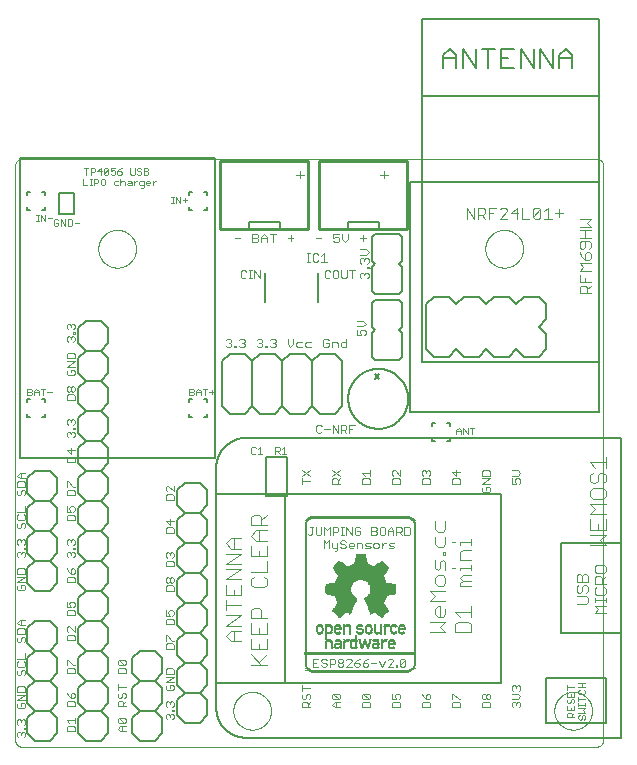
<source format=gto>
G75*
%MOIN*%
%OFA0B0*%
%FSLAX25Y25*%
%IPPOS*%
%LPD*%
%AMOC8*
5,1,8,0,0,1.08239X$1,22.5*
%
%ADD10C,0.00000*%
%ADD11R,0.32700X0.00100*%
%ADD12R,0.33700X0.00100*%
%ADD13R,0.34200X0.00100*%
%ADD14R,0.34700X0.00100*%
%ADD15R,0.34900X0.00100*%
%ADD16R,0.01500X0.00100*%
%ADD17R,0.01400X0.00100*%
%ADD18R,0.01200X0.00100*%
%ADD19R,0.01100X0.00100*%
%ADD20R,0.01000X0.00100*%
%ADD21R,0.00900X0.00100*%
%ADD22R,0.00700X0.00100*%
%ADD23R,0.00800X0.00100*%
%ADD24R,0.37100X0.00100*%
%ADD25R,0.00600X0.00100*%
%ADD26R,0.01300X0.00100*%
%ADD27R,0.02200X0.00100*%
%ADD28R,0.01700X0.00100*%
%ADD29R,0.02300X0.00100*%
%ADD30R,0.02400X0.00100*%
%ADD31R,0.01900X0.00100*%
%ADD32R,0.02500X0.00100*%
%ADD33R,0.02600X0.00100*%
%ADD34R,0.00300X0.00100*%
%ADD35R,0.02700X0.00100*%
%ADD36R,0.02100X0.00100*%
%ADD37R,0.02000X0.00100*%
%ADD38R,0.00200X0.00100*%
%ADD39R,0.01800X0.00100*%
%ADD40R,0.01600X0.00100*%
%ADD41R,0.00500X0.00100*%
%ADD42R,0.00400X0.00100*%
%ADD43R,0.00100X0.00100*%
%ADD44R,0.03200X0.00100*%
%ADD45R,0.03100X0.00100*%
%ADD46R,0.03400X0.00100*%
%ADD47R,0.03500X0.00100*%
%ADD48R,0.03900X0.00100*%
%ADD49R,0.05700X0.00100*%
%ADD50R,0.06000X0.00100*%
%ADD51R,0.06100X0.00100*%
%ADD52R,0.06200X0.00100*%
%ADD53R,0.06500X0.00100*%
%ADD54R,0.06400X0.00100*%
%ADD55R,0.06300X0.00100*%
%ADD56R,0.05900X0.00100*%
%ADD57R,0.05800X0.00100*%
%ADD58R,0.06600X0.00100*%
%ADD59R,0.06800X0.00100*%
%ADD60R,0.06700X0.00100*%
%ADD61R,0.06900X0.00100*%
%ADD62R,0.07000X0.00100*%
%ADD63R,0.07100X0.00100*%
%ADD64R,0.07800X0.00100*%
%ADD65R,0.08500X0.00100*%
%ADD66R,0.08600X0.00100*%
%ADD67R,0.08900X0.00100*%
%ADD68R,0.08800X0.00100*%
%ADD69R,0.08700X0.00100*%
%ADD70R,0.08400X0.00100*%
%ADD71R,0.07300X0.00100*%
%ADD72R,0.07400X0.00100*%
%ADD73R,0.16200X0.00100*%
%ADD74R,0.15900X0.00100*%
%ADD75R,0.15600X0.00100*%
%ADD76R,0.15300X0.00100*%
%ADD77R,0.16500X0.00100*%
%ADD78R,0.16800X0.00100*%
%ADD79R,0.17100X0.00100*%
%ADD80R,0.17400X0.00100*%
%ADD81R,0.17700X0.00100*%
%ADD82R,0.18000X0.00100*%
%ADD83R,0.18300X0.00100*%
%ADD84R,0.18600X0.00100*%
%ADD85R,0.04200X0.00100*%
%ADD86R,0.08100X0.00100*%
%ADD87R,0.07500X0.00100*%
%ADD88R,0.05100X0.00100*%
%ADD89R,0.04500X0.00100*%
%ADD90R,0.03600X0.00100*%
%ADD91R,0.03300X0.00100*%
%ADD92R,0.33600X0.00100*%
%ADD93C,0.00300*%
%ADD94C,0.00200*%
%ADD95C,0.00500*%
%ADD96C,0.00600*%
%ADD97C,0.00400*%
%ADD98C,0.00800*%
%ADD99C,0.01000*%
%ADD100C,0.00787*%
D10*
X0001500Y0003736D02*
X0001500Y0195264D01*
X0001502Y0195356D01*
X0001508Y0195449D01*
X0001517Y0195541D01*
X0001530Y0195632D01*
X0001548Y0195723D01*
X0001568Y0195813D01*
X0001593Y0195902D01*
X0001621Y0195990D01*
X0001653Y0196077D01*
X0001688Y0196162D01*
X0001727Y0196246D01*
X0001769Y0196328D01*
X0001815Y0196409D01*
X0001864Y0196487D01*
X0001916Y0196563D01*
X0001971Y0196637D01*
X0002030Y0196709D01*
X0002091Y0196778D01*
X0002155Y0196845D01*
X0002222Y0196909D01*
X0002291Y0196970D01*
X0002363Y0197029D01*
X0002437Y0197084D01*
X0002513Y0197136D01*
X0002591Y0197185D01*
X0002672Y0197231D01*
X0002754Y0197273D01*
X0002838Y0197312D01*
X0002923Y0197347D01*
X0003010Y0197379D01*
X0003098Y0197407D01*
X0003187Y0197432D01*
X0003277Y0197452D01*
X0003368Y0197470D01*
X0003459Y0197483D01*
X0003551Y0197492D01*
X0003644Y0197498D01*
X0003736Y0197500D01*
X0195264Y0197500D01*
X0195356Y0197498D01*
X0195449Y0197492D01*
X0195541Y0197483D01*
X0195632Y0197470D01*
X0195723Y0197452D01*
X0195813Y0197432D01*
X0195902Y0197407D01*
X0195990Y0197379D01*
X0196077Y0197347D01*
X0196162Y0197312D01*
X0196246Y0197273D01*
X0196328Y0197231D01*
X0196409Y0197185D01*
X0196487Y0197136D01*
X0196563Y0197084D01*
X0196637Y0197029D01*
X0196709Y0196970D01*
X0196778Y0196909D01*
X0196845Y0196845D01*
X0196909Y0196778D01*
X0196970Y0196709D01*
X0197029Y0196637D01*
X0197084Y0196563D01*
X0197136Y0196487D01*
X0197185Y0196409D01*
X0197231Y0196328D01*
X0197273Y0196246D01*
X0197312Y0196162D01*
X0197347Y0196077D01*
X0197379Y0195990D01*
X0197407Y0195902D01*
X0197432Y0195813D01*
X0197452Y0195723D01*
X0197470Y0195632D01*
X0197483Y0195541D01*
X0197492Y0195449D01*
X0197498Y0195356D01*
X0197500Y0195264D01*
X0197500Y0003736D01*
X0197498Y0003644D01*
X0197492Y0003551D01*
X0197483Y0003459D01*
X0197470Y0003368D01*
X0197452Y0003277D01*
X0197432Y0003187D01*
X0197407Y0003098D01*
X0197379Y0003010D01*
X0197347Y0002923D01*
X0197312Y0002838D01*
X0197273Y0002754D01*
X0197231Y0002672D01*
X0197185Y0002591D01*
X0197136Y0002513D01*
X0197084Y0002437D01*
X0197029Y0002363D01*
X0196970Y0002291D01*
X0196909Y0002222D01*
X0196845Y0002155D01*
X0196778Y0002091D01*
X0196709Y0002030D01*
X0196637Y0001971D01*
X0196563Y0001916D01*
X0196487Y0001864D01*
X0196409Y0001815D01*
X0196328Y0001769D01*
X0196246Y0001727D01*
X0196162Y0001688D01*
X0196077Y0001653D01*
X0195990Y0001621D01*
X0195902Y0001593D01*
X0195813Y0001568D01*
X0195723Y0001548D01*
X0195632Y0001530D01*
X0195541Y0001517D01*
X0195449Y0001508D01*
X0195356Y0001502D01*
X0195264Y0001500D01*
X0003736Y0001500D01*
X0003644Y0001502D01*
X0003551Y0001508D01*
X0003459Y0001517D01*
X0003368Y0001530D01*
X0003277Y0001548D01*
X0003187Y0001568D01*
X0003098Y0001593D01*
X0003010Y0001621D01*
X0002923Y0001653D01*
X0002838Y0001688D01*
X0002754Y0001727D01*
X0002672Y0001769D01*
X0002591Y0001815D01*
X0002513Y0001864D01*
X0002437Y0001916D01*
X0002363Y0001971D01*
X0002291Y0002030D01*
X0002222Y0002091D01*
X0002155Y0002155D01*
X0002091Y0002222D01*
X0002030Y0002291D01*
X0001971Y0002363D01*
X0001916Y0002437D01*
X0001864Y0002513D01*
X0001815Y0002591D01*
X0001769Y0002672D01*
X0001727Y0002754D01*
X0001688Y0002838D01*
X0001653Y0002923D01*
X0001621Y0003010D01*
X0001593Y0003098D01*
X0001568Y0003187D01*
X0001548Y0003277D01*
X0001530Y0003368D01*
X0001517Y0003459D01*
X0001508Y0003551D01*
X0001502Y0003644D01*
X0001500Y0003736D01*
X0074201Y0013500D02*
X0074203Y0013658D01*
X0074209Y0013816D01*
X0074219Y0013974D01*
X0074233Y0014132D01*
X0074251Y0014289D01*
X0074272Y0014446D01*
X0074298Y0014602D01*
X0074328Y0014758D01*
X0074361Y0014913D01*
X0074399Y0015066D01*
X0074440Y0015219D01*
X0074485Y0015371D01*
X0074534Y0015522D01*
X0074587Y0015671D01*
X0074643Y0015819D01*
X0074703Y0015965D01*
X0074767Y0016110D01*
X0074835Y0016253D01*
X0074906Y0016395D01*
X0074980Y0016535D01*
X0075058Y0016672D01*
X0075140Y0016808D01*
X0075224Y0016942D01*
X0075313Y0017073D01*
X0075404Y0017202D01*
X0075499Y0017329D01*
X0075596Y0017454D01*
X0075697Y0017576D01*
X0075801Y0017695D01*
X0075908Y0017812D01*
X0076018Y0017926D01*
X0076131Y0018037D01*
X0076246Y0018146D01*
X0076364Y0018251D01*
X0076485Y0018353D01*
X0076608Y0018453D01*
X0076734Y0018549D01*
X0076862Y0018642D01*
X0076992Y0018732D01*
X0077125Y0018818D01*
X0077260Y0018902D01*
X0077396Y0018981D01*
X0077535Y0019058D01*
X0077676Y0019130D01*
X0077818Y0019200D01*
X0077962Y0019265D01*
X0078108Y0019327D01*
X0078255Y0019385D01*
X0078404Y0019440D01*
X0078554Y0019491D01*
X0078705Y0019538D01*
X0078857Y0019581D01*
X0079010Y0019620D01*
X0079165Y0019656D01*
X0079320Y0019687D01*
X0079476Y0019715D01*
X0079632Y0019739D01*
X0079789Y0019759D01*
X0079947Y0019775D01*
X0080104Y0019787D01*
X0080263Y0019795D01*
X0080421Y0019799D01*
X0080579Y0019799D01*
X0080737Y0019795D01*
X0080896Y0019787D01*
X0081053Y0019775D01*
X0081211Y0019759D01*
X0081368Y0019739D01*
X0081524Y0019715D01*
X0081680Y0019687D01*
X0081835Y0019656D01*
X0081990Y0019620D01*
X0082143Y0019581D01*
X0082295Y0019538D01*
X0082446Y0019491D01*
X0082596Y0019440D01*
X0082745Y0019385D01*
X0082892Y0019327D01*
X0083038Y0019265D01*
X0083182Y0019200D01*
X0083324Y0019130D01*
X0083465Y0019058D01*
X0083604Y0018981D01*
X0083740Y0018902D01*
X0083875Y0018818D01*
X0084008Y0018732D01*
X0084138Y0018642D01*
X0084266Y0018549D01*
X0084392Y0018453D01*
X0084515Y0018353D01*
X0084636Y0018251D01*
X0084754Y0018146D01*
X0084869Y0018037D01*
X0084982Y0017926D01*
X0085092Y0017812D01*
X0085199Y0017695D01*
X0085303Y0017576D01*
X0085404Y0017454D01*
X0085501Y0017329D01*
X0085596Y0017202D01*
X0085687Y0017073D01*
X0085776Y0016942D01*
X0085860Y0016808D01*
X0085942Y0016672D01*
X0086020Y0016535D01*
X0086094Y0016395D01*
X0086165Y0016253D01*
X0086233Y0016110D01*
X0086297Y0015965D01*
X0086357Y0015819D01*
X0086413Y0015671D01*
X0086466Y0015522D01*
X0086515Y0015371D01*
X0086560Y0015219D01*
X0086601Y0015066D01*
X0086639Y0014913D01*
X0086672Y0014758D01*
X0086702Y0014602D01*
X0086728Y0014446D01*
X0086749Y0014289D01*
X0086767Y0014132D01*
X0086781Y0013974D01*
X0086791Y0013816D01*
X0086797Y0013658D01*
X0086799Y0013500D01*
X0086797Y0013342D01*
X0086791Y0013184D01*
X0086781Y0013026D01*
X0086767Y0012868D01*
X0086749Y0012711D01*
X0086728Y0012554D01*
X0086702Y0012398D01*
X0086672Y0012242D01*
X0086639Y0012087D01*
X0086601Y0011934D01*
X0086560Y0011781D01*
X0086515Y0011629D01*
X0086466Y0011478D01*
X0086413Y0011329D01*
X0086357Y0011181D01*
X0086297Y0011035D01*
X0086233Y0010890D01*
X0086165Y0010747D01*
X0086094Y0010605D01*
X0086020Y0010465D01*
X0085942Y0010328D01*
X0085860Y0010192D01*
X0085776Y0010058D01*
X0085687Y0009927D01*
X0085596Y0009798D01*
X0085501Y0009671D01*
X0085404Y0009546D01*
X0085303Y0009424D01*
X0085199Y0009305D01*
X0085092Y0009188D01*
X0084982Y0009074D01*
X0084869Y0008963D01*
X0084754Y0008854D01*
X0084636Y0008749D01*
X0084515Y0008647D01*
X0084392Y0008547D01*
X0084266Y0008451D01*
X0084138Y0008358D01*
X0084008Y0008268D01*
X0083875Y0008182D01*
X0083740Y0008098D01*
X0083604Y0008019D01*
X0083465Y0007942D01*
X0083324Y0007870D01*
X0083182Y0007800D01*
X0083038Y0007735D01*
X0082892Y0007673D01*
X0082745Y0007615D01*
X0082596Y0007560D01*
X0082446Y0007509D01*
X0082295Y0007462D01*
X0082143Y0007419D01*
X0081990Y0007380D01*
X0081835Y0007344D01*
X0081680Y0007313D01*
X0081524Y0007285D01*
X0081368Y0007261D01*
X0081211Y0007241D01*
X0081053Y0007225D01*
X0080896Y0007213D01*
X0080737Y0007205D01*
X0080579Y0007201D01*
X0080421Y0007201D01*
X0080263Y0007205D01*
X0080104Y0007213D01*
X0079947Y0007225D01*
X0079789Y0007241D01*
X0079632Y0007261D01*
X0079476Y0007285D01*
X0079320Y0007313D01*
X0079165Y0007344D01*
X0079010Y0007380D01*
X0078857Y0007419D01*
X0078705Y0007462D01*
X0078554Y0007509D01*
X0078404Y0007560D01*
X0078255Y0007615D01*
X0078108Y0007673D01*
X0077962Y0007735D01*
X0077818Y0007800D01*
X0077676Y0007870D01*
X0077535Y0007942D01*
X0077396Y0008019D01*
X0077260Y0008098D01*
X0077125Y0008182D01*
X0076992Y0008268D01*
X0076862Y0008358D01*
X0076734Y0008451D01*
X0076608Y0008547D01*
X0076485Y0008647D01*
X0076364Y0008749D01*
X0076246Y0008854D01*
X0076131Y0008963D01*
X0076018Y0009074D01*
X0075908Y0009188D01*
X0075801Y0009305D01*
X0075697Y0009424D01*
X0075596Y0009546D01*
X0075499Y0009671D01*
X0075404Y0009798D01*
X0075313Y0009927D01*
X0075224Y0010058D01*
X0075140Y0010192D01*
X0075058Y0010328D01*
X0074980Y0010465D01*
X0074906Y0010605D01*
X0074835Y0010747D01*
X0074767Y0010890D01*
X0074703Y0011035D01*
X0074643Y0011181D01*
X0074587Y0011329D01*
X0074534Y0011478D01*
X0074485Y0011629D01*
X0074440Y0011781D01*
X0074399Y0011934D01*
X0074361Y0012087D01*
X0074328Y0012242D01*
X0074298Y0012398D01*
X0074272Y0012554D01*
X0074251Y0012711D01*
X0074233Y0012868D01*
X0074219Y0013026D01*
X0074209Y0013184D01*
X0074203Y0013342D01*
X0074201Y0013500D01*
X0181201Y0013500D02*
X0181203Y0013658D01*
X0181209Y0013816D01*
X0181219Y0013974D01*
X0181233Y0014132D01*
X0181251Y0014289D01*
X0181272Y0014446D01*
X0181298Y0014602D01*
X0181328Y0014758D01*
X0181361Y0014913D01*
X0181399Y0015066D01*
X0181440Y0015219D01*
X0181485Y0015371D01*
X0181534Y0015522D01*
X0181587Y0015671D01*
X0181643Y0015819D01*
X0181703Y0015965D01*
X0181767Y0016110D01*
X0181835Y0016253D01*
X0181906Y0016395D01*
X0181980Y0016535D01*
X0182058Y0016672D01*
X0182140Y0016808D01*
X0182224Y0016942D01*
X0182313Y0017073D01*
X0182404Y0017202D01*
X0182499Y0017329D01*
X0182596Y0017454D01*
X0182697Y0017576D01*
X0182801Y0017695D01*
X0182908Y0017812D01*
X0183018Y0017926D01*
X0183131Y0018037D01*
X0183246Y0018146D01*
X0183364Y0018251D01*
X0183485Y0018353D01*
X0183608Y0018453D01*
X0183734Y0018549D01*
X0183862Y0018642D01*
X0183992Y0018732D01*
X0184125Y0018818D01*
X0184260Y0018902D01*
X0184396Y0018981D01*
X0184535Y0019058D01*
X0184676Y0019130D01*
X0184818Y0019200D01*
X0184962Y0019265D01*
X0185108Y0019327D01*
X0185255Y0019385D01*
X0185404Y0019440D01*
X0185554Y0019491D01*
X0185705Y0019538D01*
X0185857Y0019581D01*
X0186010Y0019620D01*
X0186165Y0019656D01*
X0186320Y0019687D01*
X0186476Y0019715D01*
X0186632Y0019739D01*
X0186789Y0019759D01*
X0186947Y0019775D01*
X0187104Y0019787D01*
X0187263Y0019795D01*
X0187421Y0019799D01*
X0187579Y0019799D01*
X0187737Y0019795D01*
X0187896Y0019787D01*
X0188053Y0019775D01*
X0188211Y0019759D01*
X0188368Y0019739D01*
X0188524Y0019715D01*
X0188680Y0019687D01*
X0188835Y0019656D01*
X0188990Y0019620D01*
X0189143Y0019581D01*
X0189295Y0019538D01*
X0189446Y0019491D01*
X0189596Y0019440D01*
X0189745Y0019385D01*
X0189892Y0019327D01*
X0190038Y0019265D01*
X0190182Y0019200D01*
X0190324Y0019130D01*
X0190465Y0019058D01*
X0190604Y0018981D01*
X0190740Y0018902D01*
X0190875Y0018818D01*
X0191008Y0018732D01*
X0191138Y0018642D01*
X0191266Y0018549D01*
X0191392Y0018453D01*
X0191515Y0018353D01*
X0191636Y0018251D01*
X0191754Y0018146D01*
X0191869Y0018037D01*
X0191982Y0017926D01*
X0192092Y0017812D01*
X0192199Y0017695D01*
X0192303Y0017576D01*
X0192404Y0017454D01*
X0192501Y0017329D01*
X0192596Y0017202D01*
X0192687Y0017073D01*
X0192776Y0016942D01*
X0192860Y0016808D01*
X0192942Y0016672D01*
X0193020Y0016535D01*
X0193094Y0016395D01*
X0193165Y0016253D01*
X0193233Y0016110D01*
X0193297Y0015965D01*
X0193357Y0015819D01*
X0193413Y0015671D01*
X0193466Y0015522D01*
X0193515Y0015371D01*
X0193560Y0015219D01*
X0193601Y0015066D01*
X0193639Y0014913D01*
X0193672Y0014758D01*
X0193702Y0014602D01*
X0193728Y0014446D01*
X0193749Y0014289D01*
X0193767Y0014132D01*
X0193781Y0013974D01*
X0193791Y0013816D01*
X0193797Y0013658D01*
X0193799Y0013500D01*
X0193797Y0013342D01*
X0193791Y0013184D01*
X0193781Y0013026D01*
X0193767Y0012868D01*
X0193749Y0012711D01*
X0193728Y0012554D01*
X0193702Y0012398D01*
X0193672Y0012242D01*
X0193639Y0012087D01*
X0193601Y0011934D01*
X0193560Y0011781D01*
X0193515Y0011629D01*
X0193466Y0011478D01*
X0193413Y0011329D01*
X0193357Y0011181D01*
X0193297Y0011035D01*
X0193233Y0010890D01*
X0193165Y0010747D01*
X0193094Y0010605D01*
X0193020Y0010465D01*
X0192942Y0010328D01*
X0192860Y0010192D01*
X0192776Y0010058D01*
X0192687Y0009927D01*
X0192596Y0009798D01*
X0192501Y0009671D01*
X0192404Y0009546D01*
X0192303Y0009424D01*
X0192199Y0009305D01*
X0192092Y0009188D01*
X0191982Y0009074D01*
X0191869Y0008963D01*
X0191754Y0008854D01*
X0191636Y0008749D01*
X0191515Y0008647D01*
X0191392Y0008547D01*
X0191266Y0008451D01*
X0191138Y0008358D01*
X0191008Y0008268D01*
X0190875Y0008182D01*
X0190740Y0008098D01*
X0190604Y0008019D01*
X0190465Y0007942D01*
X0190324Y0007870D01*
X0190182Y0007800D01*
X0190038Y0007735D01*
X0189892Y0007673D01*
X0189745Y0007615D01*
X0189596Y0007560D01*
X0189446Y0007509D01*
X0189295Y0007462D01*
X0189143Y0007419D01*
X0188990Y0007380D01*
X0188835Y0007344D01*
X0188680Y0007313D01*
X0188524Y0007285D01*
X0188368Y0007261D01*
X0188211Y0007241D01*
X0188053Y0007225D01*
X0187896Y0007213D01*
X0187737Y0007205D01*
X0187579Y0007201D01*
X0187421Y0007201D01*
X0187263Y0007205D01*
X0187104Y0007213D01*
X0186947Y0007225D01*
X0186789Y0007241D01*
X0186632Y0007261D01*
X0186476Y0007285D01*
X0186320Y0007313D01*
X0186165Y0007344D01*
X0186010Y0007380D01*
X0185857Y0007419D01*
X0185705Y0007462D01*
X0185554Y0007509D01*
X0185404Y0007560D01*
X0185255Y0007615D01*
X0185108Y0007673D01*
X0184962Y0007735D01*
X0184818Y0007800D01*
X0184676Y0007870D01*
X0184535Y0007942D01*
X0184396Y0008019D01*
X0184260Y0008098D01*
X0184125Y0008182D01*
X0183992Y0008268D01*
X0183862Y0008358D01*
X0183734Y0008451D01*
X0183608Y0008547D01*
X0183485Y0008647D01*
X0183364Y0008749D01*
X0183246Y0008854D01*
X0183131Y0008963D01*
X0183018Y0009074D01*
X0182908Y0009188D01*
X0182801Y0009305D01*
X0182697Y0009424D01*
X0182596Y0009546D01*
X0182499Y0009671D01*
X0182404Y0009798D01*
X0182313Y0009927D01*
X0182224Y0010058D01*
X0182140Y0010192D01*
X0182058Y0010328D01*
X0181980Y0010465D01*
X0181906Y0010605D01*
X0181835Y0010747D01*
X0181767Y0010890D01*
X0181703Y0011035D01*
X0181643Y0011181D01*
X0181587Y0011329D01*
X0181534Y0011478D01*
X0181485Y0011629D01*
X0181440Y0011781D01*
X0181399Y0011934D01*
X0181361Y0012087D01*
X0181328Y0012242D01*
X0181298Y0012398D01*
X0181272Y0012554D01*
X0181251Y0012711D01*
X0181233Y0012868D01*
X0181219Y0013026D01*
X0181209Y0013184D01*
X0181203Y0013342D01*
X0181201Y0013500D01*
X0158201Y0167500D02*
X0158203Y0167658D01*
X0158209Y0167816D01*
X0158219Y0167974D01*
X0158233Y0168132D01*
X0158251Y0168289D01*
X0158272Y0168446D01*
X0158298Y0168602D01*
X0158328Y0168758D01*
X0158361Y0168913D01*
X0158399Y0169066D01*
X0158440Y0169219D01*
X0158485Y0169371D01*
X0158534Y0169522D01*
X0158587Y0169671D01*
X0158643Y0169819D01*
X0158703Y0169965D01*
X0158767Y0170110D01*
X0158835Y0170253D01*
X0158906Y0170395D01*
X0158980Y0170535D01*
X0159058Y0170672D01*
X0159140Y0170808D01*
X0159224Y0170942D01*
X0159313Y0171073D01*
X0159404Y0171202D01*
X0159499Y0171329D01*
X0159596Y0171454D01*
X0159697Y0171576D01*
X0159801Y0171695D01*
X0159908Y0171812D01*
X0160018Y0171926D01*
X0160131Y0172037D01*
X0160246Y0172146D01*
X0160364Y0172251D01*
X0160485Y0172353D01*
X0160608Y0172453D01*
X0160734Y0172549D01*
X0160862Y0172642D01*
X0160992Y0172732D01*
X0161125Y0172818D01*
X0161260Y0172902D01*
X0161396Y0172981D01*
X0161535Y0173058D01*
X0161676Y0173130D01*
X0161818Y0173200D01*
X0161962Y0173265D01*
X0162108Y0173327D01*
X0162255Y0173385D01*
X0162404Y0173440D01*
X0162554Y0173491D01*
X0162705Y0173538D01*
X0162857Y0173581D01*
X0163010Y0173620D01*
X0163165Y0173656D01*
X0163320Y0173687D01*
X0163476Y0173715D01*
X0163632Y0173739D01*
X0163789Y0173759D01*
X0163947Y0173775D01*
X0164104Y0173787D01*
X0164263Y0173795D01*
X0164421Y0173799D01*
X0164579Y0173799D01*
X0164737Y0173795D01*
X0164896Y0173787D01*
X0165053Y0173775D01*
X0165211Y0173759D01*
X0165368Y0173739D01*
X0165524Y0173715D01*
X0165680Y0173687D01*
X0165835Y0173656D01*
X0165990Y0173620D01*
X0166143Y0173581D01*
X0166295Y0173538D01*
X0166446Y0173491D01*
X0166596Y0173440D01*
X0166745Y0173385D01*
X0166892Y0173327D01*
X0167038Y0173265D01*
X0167182Y0173200D01*
X0167324Y0173130D01*
X0167465Y0173058D01*
X0167604Y0172981D01*
X0167740Y0172902D01*
X0167875Y0172818D01*
X0168008Y0172732D01*
X0168138Y0172642D01*
X0168266Y0172549D01*
X0168392Y0172453D01*
X0168515Y0172353D01*
X0168636Y0172251D01*
X0168754Y0172146D01*
X0168869Y0172037D01*
X0168982Y0171926D01*
X0169092Y0171812D01*
X0169199Y0171695D01*
X0169303Y0171576D01*
X0169404Y0171454D01*
X0169501Y0171329D01*
X0169596Y0171202D01*
X0169687Y0171073D01*
X0169776Y0170942D01*
X0169860Y0170808D01*
X0169942Y0170672D01*
X0170020Y0170535D01*
X0170094Y0170395D01*
X0170165Y0170253D01*
X0170233Y0170110D01*
X0170297Y0169965D01*
X0170357Y0169819D01*
X0170413Y0169671D01*
X0170466Y0169522D01*
X0170515Y0169371D01*
X0170560Y0169219D01*
X0170601Y0169066D01*
X0170639Y0168913D01*
X0170672Y0168758D01*
X0170702Y0168602D01*
X0170728Y0168446D01*
X0170749Y0168289D01*
X0170767Y0168132D01*
X0170781Y0167974D01*
X0170791Y0167816D01*
X0170797Y0167658D01*
X0170799Y0167500D01*
X0170797Y0167342D01*
X0170791Y0167184D01*
X0170781Y0167026D01*
X0170767Y0166868D01*
X0170749Y0166711D01*
X0170728Y0166554D01*
X0170702Y0166398D01*
X0170672Y0166242D01*
X0170639Y0166087D01*
X0170601Y0165934D01*
X0170560Y0165781D01*
X0170515Y0165629D01*
X0170466Y0165478D01*
X0170413Y0165329D01*
X0170357Y0165181D01*
X0170297Y0165035D01*
X0170233Y0164890D01*
X0170165Y0164747D01*
X0170094Y0164605D01*
X0170020Y0164465D01*
X0169942Y0164328D01*
X0169860Y0164192D01*
X0169776Y0164058D01*
X0169687Y0163927D01*
X0169596Y0163798D01*
X0169501Y0163671D01*
X0169404Y0163546D01*
X0169303Y0163424D01*
X0169199Y0163305D01*
X0169092Y0163188D01*
X0168982Y0163074D01*
X0168869Y0162963D01*
X0168754Y0162854D01*
X0168636Y0162749D01*
X0168515Y0162647D01*
X0168392Y0162547D01*
X0168266Y0162451D01*
X0168138Y0162358D01*
X0168008Y0162268D01*
X0167875Y0162182D01*
X0167740Y0162098D01*
X0167604Y0162019D01*
X0167465Y0161942D01*
X0167324Y0161870D01*
X0167182Y0161800D01*
X0167038Y0161735D01*
X0166892Y0161673D01*
X0166745Y0161615D01*
X0166596Y0161560D01*
X0166446Y0161509D01*
X0166295Y0161462D01*
X0166143Y0161419D01*
X0165990Y0161380D01*
X0165835Y0161344D01*
X0165680Y0161313D01*
X0165524Y0161285D01*
X0165368Y0161261D01*
X0165211Y0161241D01*
X0165053Y0161225D01*
X0164896Y0161213D01*
X0164737Y0161205D01*
X0164579Y0161201D01*
X0164421Y0161201D01*
X0164263Y0161205D01*
X0164104Y0161213D01*
X0163947Y0161225D01*
X0163789Y0161241D01*
X0163632Y0161261D01*
X0163476Y0161285D01*
X0163320Y0161313D01*
X0163165Y0161344D01*
X0163010Y0161380D01*
X0162857Y0161419D01*
X0162705Y0161462D01*
X0162554Y0161509D01*
X0162404Y0161560D01*
X0162255Y0161615D01*
X0162108Y0161673D01*
X0161962Y0161735D01*
X0161818Y0161800D01*
X0161676Y0161870D01*
X0161535Y0161942D01*
X0161396Y0162019D01*
X0161260Y0162098D01*
X0161125Y0162182D01*
X0160992Y0162268D01*
X0160862Y0162358D01*
X0160734Y0162451D01*
X0160608Y0162547D01*
X0160485Y0162647D01*
X0160364Y0162749D01*
X0160246Y0162854D01*
X0160131Y0162963D01*
X0160018Y0163074D01*
X0159908Y0163188D01*
X0159801Y0163305D01*
X0159697Y0163424D01*
X0159596Y0163546D01*
X0159499Y0163671D01*
X0159404Y0163798D01*
X0159313Y0163927D01*
X0159224Y0164058D01*
X0159140Y0164192D01*
X0159058Y0164328D01*
X0158980Y0164465D01*
X0158906Y0164605D01*
X0158835Y0164747D01*
X0158767Y0164890D01*
X0158703Y0165035D01*
X0158643Y0165181D01*
X0158587Y0165329D01*
X0158534Y0165478D01*
X0158485Y0165629D01*
X0158440Y0165781D01*
X0158399Y0165934D01*
X0158361Y0166087D01*
X0158328Y0166242D01*
X0158298Y0166398D01*
X0158272Y0166554D01*
X0158251Y0166711D01*
X0158233Y0166868D01*
X0158219Y0167026D01*
X0158209Y0167184D01*
X0158203Y0167342D01*
X0158201Y0167500D01*
X0029201Y0167500D02*
X0029203Y0167658D01*
X0029209Y0167816D01*
X0029219Y0167974D01*
X0029233Y0168132D01*
X0029251Y0168289D01*
X0029272Y0168446D01*
X0029298Y0168602D01*
X0029328Y0168758D01*
X0029361Y0168913D01*
X0029399Y0169066D01*
X0029440Y0169219D01*
X0029485Y0169371D01*
X0029534Y0169522D01*
X0029587Y0169671D01*
X0029643Y0169819D01*
X0029703Y0169965D01*
X0029767Y0170110D01*
X0029835Y0170253D01*
X0029906Y0170395D01*
X0029980Y0170535D01*
X0030058Y0170672D01*
X0030140Y0170808D01*
X0030224Y0170942D01*
X0030313Y0171073D01*
X0030404Y0171202D01*
X0030499Y0171329D01*
X0030596Y0171454D01*
X0030697Y0171576D01*
X0030801Y0171695D01*
X0030908Y0171812D01*
X0031018Y0171926D01*
X0031131Y0172037D01*
X0031246Y0172146D01*
X0031364Y0172251D01*
X0031485Y0172353D01*
X0031608Y0172453D01*
X0031734Y0172549D01*
X0031862Y0172642D01*
X0031992Y0172732D01*
X0032125Y0172818D01*
X0032260Y0172902D01*
X0032396Y0172981D01*
X0032535Y0173058D01*
X0032676Y0173130D01*
X0032818Y0173200D01*
X0032962Y0173265D01*
X0033108Y0173327D01*
X0033255Y0173385D01*
X0033404Y0173440D01*
X0033554Y0173491D01*
X0033705Y0173538D01*
X0033857Y0173581D01*
X0034010Y0173620D01*
X0034165Y0173656D01*
X0034320Y0173687D01*
X0034476Y0173715D01*
X0034632Y0173739D01*
X0034789Y0173759D01*
X0034947Y0173775D01*
X0035104Y0173787D01*
X0035263Y0173795D01*
X0035421Y0173799D01*
X0035579Y0173799D01*
X0035737Y0173795D01*
X0035896Y0173787D01*
X0036053Y0173775D01*
X0036211Y0173759D01*
X0036368Y0173739D01*
X0036524Y0173715D01*
X0036680Y0173687D01*
X0036835Y0173656D01*
X0036990Y0173620D01*
X0037143Y0173581D01*
X0037295Y0173538D01*
X0037446Y0173491D01*
X0037596Y0173440D01*
X0037745Y0173385D01*
X0037892Y0173327D01*
X0038038Y0173265D01*
X0038182Y0173200D01*
X0038324Y0173130D01*
X0038465Y0173058D01*
X0038604Y0172981D01*
X0038740Y0172902D01*
X0038875Y0172818D01*
X0039008Y0172732D01*
X0039138Y0172642D01*
X0039266Y0172549D01*
X0039392Y0172453D01*
X0039515Y0172353D01*
X0039636Y0172251D01*
X0039754Y0172146D01*
X0039869Y0172037D01*
X0039982Y0171926D01*
X0040092Y0171812D01*
X0040199Y0171695D01*
X0040303Y0171576D01*
X0040404Y0171454D01*
X0040501Y0171329D01*
X0040596Y0171202D01*
X0040687Y0171073D01*
X0040776Y0170942D01*
X0040860Y0170808D01*
X0040942Y0170672D01*
X0041020Y0170535D01*
X0041094Y0170395D01*
X0041165Y0170253D01*
X0041233Y0170110D01*
X0041297Y0169965D01*
X0041357Y0169819D01*
X0041413Y0169671D01*
X0041466Y0169522D01*
X0041515Y0169371D01*
X0041560Y0169219D01*
X0041601Y0169066D01*
X0041639Y0168913D01*
X0041672Y0168758D01*
X0041702Y0168602D01*
X0041728Y0168446D01*
X0041749Y0168289D01*
X0041767Y0168132D01*
X0041781Y0167974D01*
X0041791Y0167816D01*
X0041797Y0167658D01*
X0041799Y0167500D01*
X0041797Y0167342D01*
X0041791Y0167184D01*
X0041781Y0167026D01*
X0041767Y0166868D01*
X0041749Y0166711D01*
X0041728Y0166554D01*
X0041702Y0166398D01*
X0041672Y0166242D01*
X0041639Y0166087D01*
X0041601Y0165934D01*
X0041560Y0165781D01*
X0041515Y0165629D01*
X0041466Y0165478D01*
X0041413Y0165329D01*
X0041357Y0165181D01*
X0041297Y0165035D01*
X0041233Y0164890D01*
X0041165Y0164747D01*
X0041094Y0164605D01*
X0041020Y0164465D01*
X0040942Y0164328D01*
X0040860Y0164192D01*
X0040776Y0164058D01*
X0040687Y0163927D01*
X0040596Y0163798D01*
X0040501Y0163671D01*
X0040404Y0163546D01*
X0040303Y0163424D01*
X0040199Y0163305D01*
X0040092Y0163188D01*
X0039982Y0163074D01*
X0039869Y0162963D01*
X0039754Y0162854D01*
X0039636Y0162749D01*
X0039515Y0162647D01*
X0039392Y0162547D01*
X0039266Y0162451D01*
X0039138Y0162358D01*
X0039008Y0162268D01*
X0038875Y0162182D01*
X0038740Y0162098D01*
X0038604Y0162019D01*
X0038465Y0161942D01*
X0038324Y0161870D01*
X0038182Y0161800D01*
X0038038Y0161735D01*
X0037892Y0161673D01*
X0037745Y0161615D01*
X0037596Y0161560D01*
X0037446Y0161509D01*
X0037295Y0161462D01*
X0037143Y0161419D01*
X0036990Y0161380D01*
X0036835Y0161344D01*
X0036680Y0161313D01*
X0036524Y0161285D01*
X0036368Y0161261D01*
X0036211Y0161241D01*
X0036053Y0161225D01*
X0035896Y0161213D01*
X0035737Y0161205D01*
X0035579Y0161201D01*
X0035421Y0161201D01*
X0035263Y0161205D01*
X0035104Y0161213D01*
X0034947Y0161225D01*
X0034789Y0161241D01*
X0034632Y0161261D01*
X0034476Y0161285D01*
X0034320Y0161313D01*
X0034165Y0161344D01*
X0034010Y0161380D01*
X0033857Y0161419D01*
X0033705Y0161462D01*
X0033554Y0161509D01*
X0033404Y0161560D01*
X0033255Y0161615D01*
X0033108Y0161673D01*
X0032962Y0161735D01*
X0032818Y0161800D01*
X0032676Y0161870D01*
X0032535Y0161942D01*
X0032396Y0162019D01*
X0032260Y0162098D01*
X0032125Y0162182D01*
X0031992Y0162268D01*
X0031862Y0162358D01*
X0031734Y0162451D01*
X0031608Y0162547D01*
X0031485Y0162647D01*
X0031364Y0162749D01*
X0031246Y0162854D01*
X0031131Y0162963D01*
X0031018Y0163074D01*
X0030908Y0163188D01*
X0030801Y0163305D01*
X0030697Y0163424D01*
X0030596Y0163546D01*
X0030499Y0163671D01*
X0030404Y0163798D01*
X0030313Y0163927D01*
X0030224Y0164058D01*
X0030140Y0164192D01*
X0030058Y0164328D01*
X0029980Y0164465D01*
X0029906Y0164605D01*
X0029835Y0164747D01*
X0029767Y0164890D01*
X0029703Y0165035D01*
X0029643Y0165181D01*
X0029587Y0165329D01*
X0029534Y0165478D01*
X0029485Y0165629D01*
X0029440Y0165781D01*
X0029399Y0165934D01*
X0029361Y0166087D01*
X0029328Y0166242D01*
X0029298Y0166398D01*
X0029272Y0166554D01*
X0029251Y0166711D01*
X0029233Y0166868D01*
X0029219Y0167026D01*
X0029209Y0167184D01*
X0029203Y0167342D01*
X0029201Y0167500D01*
D11*
X0116497Y0078064D03*
X0116497Y0026264D03*
X0116497Y0026164D03*
D12*
X0116597Y0026364D03*
D13*
X0116547Y0026464D03*
X0116547Y0026564D03*
X0116547Y0077764D03*
X0116547Y0077864D03*
D14*
X0116597Y0077664D03*
X0116597Y0026664D03*
D15*
X0116597Y0026764D03*
X0116597Y0026864D03*
X0116597Y0026864D03*
X0116597Y0026864D03*
X0115597Y0026864D03*
X0116597Y0077464D03*
X0116597Y0077464D03*
X0116597Y0077564D03*
D16*
X0133497Y0077364D03*
X0122628Y0050789D03*
X0127797Y0041964D03*
X0127797Y0041864D03*
X0127797Y0039064D03*
X0130497Y0039064D03*
X0119397Y0039064D03*
X0133597Y0026964D03*
X0102997Y0039064D03*
X0099597Y0026964D03*
D17*
X0099347Y0027064D03*
X0099347Y0027164D03*
X0106247Y0039064D03*
X0106247Y0039064D03*
X0108947Y0041864D03*
X0108947Y0041964D03*
X0102947Y0041964D03*
X0102947Y0041864D03*
X0123647Y0044864D03*
X0123647Y0044964D03*
X0126947Y0036964D03*
X0099647Y0077364D03*
D18*
X0099447Y0077264D03*
X0099447Y0077264D03*
X0099447Y0077264D03*
X0099447Y0077164D03*
X0109647Y0062764D03*
X0123747Y0062764D03*
X0133747Y0077164D03*
X0133747Y0077264D03*
X0120447Y0045964D03*
X0115647Y0039564D03*
X0115647Y0039464D03*
X0116347Y0038964D03*
X0116347Y0038864D03*
X0114147Y0036964D03*
X0112347Y0036964D03*
X0114147Y0034164D03*
X0114147Y0034064D03*
X0117147Y0034864D03*
X0117147Y0034964D03*
X0117147Y0035064D03*
X0118147Y0036064D03*
X0119047Y0035064D03*
X0119047Y0034964D03*
X0119047Y0034864D03*
X0119047Y0034764D03*
X0119047Y0034664D03*
X0122247Y0039064D03*
X0125047Y0036964D03*
X0125847Y0041864D03*
X0125847Y0041964D03*
X0112947Y0045964D03*
X0112347Y0041964D03*
X0112347Y0041864D03*
X0106147Y0041864D03*
X0106147Y0041964D03*
X0106147Y0036964D03*
X0133747Y0027164D03*
X0133747Y0027064D03*
D19*
X0133997Y0027264D03*
X0134297Y0027564D03*
X0127097Y0033964D03*
X0129797Y0039464D03*
X0129797Y0039564D03*
X0118097Y0036364D03*
X0118097Y0036264D03*
X0118097Y0036164D03*
X0117197Y0034764D03*
X0117197Y0034664D03*
X0117197Y0034564D03*
X0117197Y0039464D03*
X0117197Y0039564D03*
X0109097Y0038964D03*
X0109097Y0038864D03*
X0108197Y0034564D03*
X0108797Y0033964D03*
X0099197Y0027264D03*
X0098897Y0027564D03*
X0098897Y0076764D03*
X0099197Y0077064D03*
X0133997Y0077064D03*
X0134297Y0076764D03*
D20*
X0134147Y0076864D03*
X0134147Y0076964D03*
X0108347Y0039564D03*
X0108347Y0039464D03*
X0102947Y0038964D03*
X0102947Y0038864D03*
X0099047Y0027464D03*
X0099047Y0027364D03*
X0122447Y0034564D03*
X0126347Y0034564D03*
X0134147Y0027464D03*
X0134147Y0027364D03*
X0099047Y0076864D03*
X0099047Y0076964D03*
D21*
X0098797Y0076664D03*
X0098797Y0076564D03*
X0098697Y0076464D03*
X0098697Y0076364D03*
X0098697Y0076264D03*
X0098497Y0076064D03*
X0098497Y0075964D03*
X0109597Y0062964D03*
X0109597Y0062864D03*
X0123697Y0062864D03*
X0123697Y0062964D03*
X0134697Y0075964D03*
X0134697Y0076064D03*
X0134497Y0076264D03*
X0134497Y0076364D03*
X0134497Y0076464D03*
X0134397Y0076564D03*
X0134397Y0076664D03*
X0123697Y0044764D03*
X0124797Y0041364D03*
X0124797Y0041264D03*
X0123297Y0039664D03*
X0122197Y0038964D03*
X0122197Y0038864D03*
X0121597Y0039664D03*
X0120097Y0041264D03*
X0120097Y0041364D03*
X0119397Y0038964D03*
X0119397Y0038864D03*
X0117297Y0040064D03*
X0117297Y0040164D03*
X0115597Y0040864D03*
X0112897Y0041264D03*
X0112897Y0041364D03*
X0111297Y0041364D03*
X0111297Y0041264D03*
X0108997Y0037164D03*
X0108997Y0037064D03*
X0106897Y0036264D03*
X0106897Y0036164D03*
X0106797Y0036364D03*
X0105297Y0036364D03*
X0103797Y0039664D03*
X0103797Y0041264D03*
X0103797Y0041364D03*
X0105297Y0041364D03*
X0105297Y0041264D03*
X0102097Y0039664D03*
X0109597Y0044764D03*
X0111397Y0036364D03*
X0113497Y0036364D03*
X0115197Y0036364D03*
X0115197Y0036264D03*
X0115197Y0036164D03*
X0115197Y0034764D03*
X0115197Y0034664D03*
X0114097Y0033964D03*
X0117097Y0034364D03*
X0117097Y0034464D03*
X0119097Y0034464D03*
X0119097Y0034564D03*
X0119097Y0034364D03*
X0119097Y0034264D03*
X0120897Y0034564D03*
X0121497Y0033964D03*
X0123997Y0036364D03*
X0121597Y0037064D03*
X0121597Y0037164D03*
X0118197Y0036564D03*
X0118197Y0036464D03*
X0109797Y0034564D03*
X0098497Y0028364D03*
X0098497Y0028264D03*
X0098697Y0027864D03*
X0098797Y0027764D03*
X0098797Y0027664D03*
X0126997Y0041264D03*
X0126997Y0041364D03*
X0127797Y0038964D03*
X0127797Y0038864D03*
X0129597Y0039664D03*
X0130497Y0038964D03*
X0130497Y0038864D03*
X0131097Y0039464D03*
X0131097Y0039564D03*
X0127797Y0036364D03*
X0134697Y0028364D03*
X0134697Y0028264D03*
X0134497Y0027864D03*
X0134397Y0027764D03*
X0134397Y0027664D03*
D22*
X0134597Y0027964D03*
X0134597Y0028064D03*
X0134597Y0028164D03*
X0127697Y0034564D03*
X0127997Y0035864D03*
X0127997Y0035964D03*
X0126197Y0036364D03*
X0126197Y0034764D03*
X0126197Y0034664D03*
X0124697Y0038864D03*
X0124697Y0038964D03*
X0124697Y0039064D03*
X0124697Y0039164D03*
X0124697Y0039264D03*
X0124697Y0039364D03*
X0124697Y0039464D03*
X0124697Y0039564D03*
X0124697Y0039664D03*
X0124697Y0039764D03*
X0124697Y0039864D03*
X0124697Y0039964D03*
X0124697Y0040064D03*
X0124697Y0040164D03*
X0124697Y0040264D03*
X0124697Y0040364D03*
X0124697Y0040464D03*
X0124697Y0040564D03*
X0124697Y0040664D03*
X0124697Y0040764D03*
X0124697Y0040864D03*
X0124697Y0040964D03*
X0124697Y0041064D03*
X0124697Y0041164D03*
X0124697Y0041864D03*
X0124697Y0041964D03*
X0126797Y0041164D03*
X0126797Y0041064D03*
X0126797Y0040964D03*
X0126797Y0040864D03*
X0126797Y0039964D03*
X0126797Y0039864D03*
X0126797Y0039764D03*
X0129497Y0039764D03*
X0129497Y0039864D03*
X0129497Y0041164D03*
X0130397Y0042064D03*
X0131297Y0041164D03*
X0131297Y0041064D03*
X0131297Y0040964D03*
X0122597Y0036264D03*
X0122597Y0036164D03*
X0122597Y0036064D03*
X0122597Y0035964D03*
X0122597Y0035864D03*
X0122597Y0035164D03*
X0122597Y0035064D03*
X0122597Y0034964D03*
X0122597Y0034864D03*
X0122597Y0034764D03*
X0122597Y0034664D03*
X0122597Y0033964D03*
X0120797Y0035164D03*
X0119597Y0035764D03*
X0119897Y0036664D03*
X0119897Y0036764D03*
X0119897Y0036864D03*
X0119897Y0036964D03*
X0118097Y0036864D03*
X0118097Y0036764D03*
X0118097Y0036664D03*
X0116597Y0035964D03*
X0116597Y0035864D03*
X0116597Y0035764D03*
X0116297Y0036664D03*
X0116297Y0036764D03*
X0116297Y0036864D03*
X0116297Y0036964D03*
X0118397Y0039764D03*
X0118397Y0039864D03*
X0118397Y0039964D03*
X0118397Y0040064D03*
X0118397Y0040164D03*
X0118397Y0040264D03*
X0118397Y0040364D03*
X0118397Y0040464D03*
X0118397Y0040564D03*
X0118397Y0040664D03*
X0118397Y0040764D03*
X0118397Y0040864D03*
X0118397Y0040964D03*
X0118397Y0041064D03*
X0118397Y0041164D03*
X0119297Y0042064D03*
X0120197Y0041164D03*
X0120197Y0039864D03*
X0120197Y0039764D03*
X0120197Y0039664D03*
X0118997Y0034164D03*
X0118997Y0034064D03*
X0117197Y0034064D03*
X0117197Y0034164D03*
X0117197Y0034264D03*
X0112997Y0038864D03*
X0112997Y0038964D03*
X0112997Y0039064D03*
X0112997Y0039164D03*
X0112997Y0039264D03*
X0112997Y0039364D03*
X0112997Y0039464D03*
X0112997Y0039564D03*
X0112997Y0039664D03*
X0112997Y0039764D03*
X0112997Y0039864D03*
X0112997Y0039964D03*
X0112997Y0040064D03*
X0112997Y0040164D03*
X0112997Y0040264D03*
X0112997Y0040364D03*
X0112997Y0040464D03*
X0112997Y0040564D03*
X0112997Y0040664D03*
X0112997Y0040764D03*
X0112997Y0040864D03*
X0112997Y0040964D03*
X0112997Y0041064D03*
X0112997Y0041164D03*
X0111197Y0041164D03*
X0111197Y0041064D03*
X0111197Y0040964D03*
X0109997Y0040964D03*
X0109997Y0041064D03*
X0109997Y0040864D03*
X0109697Y0039564D03*
X0109697Y0039464D03*
X0108197Y0039664D03*
X0106997Y0039964D03*
X0106997Y0040064D03*
X0106997Y0040164D03*
X0106997Y0040264D03*
X0106997Y0040364D03*
X0106997Y0040464D03*
X0106997Y0040564D03*
X0106997Y0040664D03*
X0106997Y0040764D03*
X0106997Y0040864D03*
X0106997Y0040964D03*
X0106997Y0041064D03*
X0108197Y0041264D03*
X0108197Y0041364D03*
X0105197Y0041164D03*
X0105197Y0041064D03*
X0105197Y0040964D03*
X0105197Y0039864D03*
X0105197Y0039764D03*
X0105197Y0039664D03*
X0102197Y0041264D03*
X0102197Y0041364D03*
X0105197Y0036264D03*
X0105197Y0036164D03*
X0106997Y0036064D03*
X0106997Y0035964D03*
X0106997Y0035864D03*
X0106997Y0035764D03*
X0106997Y0035664D03*
X0106997Y0035564D03*
X0106997Y0035464D03*
X0106997Y0035364D03*
X0106997Y0035264D03*
X0106997Y0035164D03*
X0106997Y0035064D03*
X0106997Y0034964D03*
X0106997Y0034864D03*
X0106997Y0034764D03*
X0106997Y0034664D03*
X0106997Y0034564D03*
X0106997Y0034464D03*
X0106997Y0034364D03*
X0106997Y0034264D03*
X0106997Y0034164D03*
X0106997Y0034064D03*
X0098597Y0028164D03*
X0098597Y0028064D03*
X0098597Y0027964D03*
X0112997Y0045764D03*
X0112997Y0045864D03*
X0098597Y0076164D03*
X0134597Y0076164D03*
D23*
X0134747Y0075864D03*
X0134747Y0075764D03*
X0134747Y0075664D03*
X0134747Y0075564D03*
X0134747Y0075464D03*
X0134747Y0075364D03*
X0134747Y0075264D03*
X0134747Y0075164D03*
X0134747Y0075064D03*
X0134747Y0074964D03*
X0134747Y0074864D03*
X0134747Y0074764D03*
X0134747Y0074664D03*
X0134747Y0074564D03*
X0134747Y0074464D03*
X0134747Y0074364D03*
X0134747Y0074264D03*
X0134747Y0074164D03*
X0134747Y0074064D03*
X0134747Y0073964D03*
X0134747Y0073864D03*
X0134747Y0073764D03*
X0134747Y0073664D03*
X0134747Y0073564D03*
X0134747Y0073464D03*
X0134747Y0073364D03*
X0134747Y0073264D03*
X0134747Y0073164D03*
X0134747Y0073064D03*
X0134747Y0072964D03*
X0134747Y0072864D03*
X0134747Y0072764D03*
X0134747Y0072664D03*
X0134747Y0072564D03*
X0134747Y0072464D03*
X0134747Y0072364D03*
X0134747Y0072264D03*
X0134747Y0072164D03*
X0134747Y0072064D03*
X0134747Y0071964D03*
X0134747Y0071964D03*
X0134747Y0071864D03*
X0134747Y0071764D03*
X0134747Y0071664D03*
X0134747Y0071664D03*
X0134747Y0071564D03*
X0134747Y0071464D03*
X0134747Y0071364D03*
X0134747Y0071264D03*
X0134747Y0071164D03*
X0134747Y0071064D03*
X0134747Y0070964D03*
X0134747Y0070864D03*
X0134747Y0070764D03*
X0134747Y0070664D03*
X0134747Y0070564D03*
X0134747Y0070464D03*
X0134747Y0070364D03*
X0134747Y0070264D03*
X0134747Y0070164D03*
X0134747Y0070064D03*
X0134747Y0069964D03*
X0134747Y0069864D03*
X0134747Y0069764D03*
X0134747Y0069664D03*
X0134747Y0069564D03*
X0134747Y0069464D03*
X0134747Y0069364D03*
X0134747Y0069264D03*
X0134747Y0069164D03*
X0134747Y0069064D03*
X0134747Y0068964D03*
X0134747Y0068864D03*
X0134747Y0068764D03*
X0134747Y0068664D03*
X0134747Y0068564D03*
X0134747Y0068464D03*
X0134747Y0068364D03*
X0134747Y0068264D03*
X0134747Y0068164D03*
X0134747Y0068064D03*
X0134747Y0067964D03*
X0134747Y0067864D03*
X0134747Y0067764D03*
X0134747Y0067664D03*
X0134747Y0067564D03*
X0134747Y0067464D03*
X0134747Y0067364D03*
X0134747Y0067264D03*
X0134747Y0067164D03*
X0134747Y0067064D03*
X0134747Y0066964D03*
X0134747Y0066864D03*
X0134747Y0066764D03*
X0134747Y0066664D03*
X0134747Y0066564D03*
X0134747Y0066464D03*
X0134747Y0066364D03*
X0134747Y0066264D03*
X0134747Y0066164D03*
X0134747Y0066064D03*
X0134747Y0065964D03*
X0134747Y0065864D03*
X0134747Y0065764D03*
X0134747Y0065664D03*
X0134747Y0065564D03*
X0134747Y0065464D03*
X0134747Y0065364D03*
X0134747Y0065264D03*
X0134747Y0065164D03*
X0134747Y0065064D03*
X0134747Y0064964D03*
X0134747Y0064864D03*
X0134747Y0064764D03*
X0134747Y0064664D03*
X0134747Y0064564D03*
X0134747Y0064464D03*
X0134747Y0064364D03*
X0134747Y0064264D03*
X0134747Y0064164D03*
X0134747Y0064064D03*
X0134747Y0063964D03*
X0134747Y0063864D03*
X0134747Y0063764D03*
X0134747Y0063664D03*
X0134747Y0063564D03*
X0134747Y0063464D03*
X0134747Y0063364D03*
X0134747Y0063264D03*
X0134747Y0063164D03*
X0134747Y0063064D03*
X0134747Y0062964D03*
X0134747Y0062864D03*
X0134747Y0062764D03*
X0134747Y0062664D03*
X0134747Y0062564D03*
X0134747Y0062464D03*
X0134747Y0062364D03*
X0134747Y0062264D03*
X0134747Y0062164D03*
X0134747Y0062064D03*
X0134747Y0061964D03*
X0134747Y0061864D03*
X0134747Y0061764D03*
X0134747Y0061664D03*
X0134747Y0061564D03*
X0134747Y0061464D03*
X0134747Y0061364D03*
X0134747Y0061264D03*
X0134747Y0061164D03*
X0134747Y0061064D03*
X0134747Y0060964D03*
X0134747Y0060864D03*
X0134747Y0060764D03*
X0134747Y0060664D03*
X0134747Y0060564D03*
X0134747Y0060464D03*
X0134747Y0060364D03*
X0134747Y0060264D03*
X0134747Y0060164D03*
X0134747Y0060064D03*
X0134747Y0059964D03*
X0134747Y0059864D03*
X0134747Y0059764D03*
X0134747Y0059664D03*
X0134747Y0059564D03*
X0134747Y0059464D03*
X0134747Y0059364D03*
X0134747Y0059264D03*
X0134747Y0059164D03*
X0134747Y0059064D03*
X0134747Y0058964D03*
X0134747Y0058864D03*
X0134747Y0058764D03*
X0134747Y0058664D03*
X0134747Y0058564D03*
X0134747Y0058464D03*
X0134747Y0058364D03*
X0134747Y0058264D03*
X0134747Y0058164D03*
X0134747Y0058064D03*
X0134747Y0057964D03*
X0134747Y0057864D03*
X0134747Y0057764D03*
X0134747Y0057664D03*
X0134747Y0057564D03*
X0134747Y0057464D03*
X0134747Y0057364D03*
X0134747Y0057264D03*
X0134747Y0057164D03*
X0134747Y0057064D03*
X0134747Y0056964D03*
X0134747Y0056864D03*
X0134747Y0056764D03*
X0134747Y0056664D03*
X0134747Y0056564D03*
X0134747Y0056464D03*
X0134747Y0056364D03*
X0134747Y0056264D03*
X0134747Y0056164D03*
X0134747Y0056064D03*
X0134747Y0055964D03*
X0134747Y0055864D03*
X0134747Y0055764D03*
X0134747Y0055664D03*
X0134747Y0055564D03*
X0134747Y0055464D03*
X0134747Y0055364D03*
X0134747Y0055264D03*
X0134747Y0055164D03*
X0134747Y0055064D03*
X0134747Y0054964D03*
X0134747Y0054864D03*
X0134747Y0054764D03*
X0134747Y0054664D03*
X0134747Y0054564D03*
X0134747Y0054464D03*
X0134747Y0054364D03*
X0134747Y0054264D03*
X0134747Y0054164D03*
X0134747Y0054064D03*
X0134747Y0053964D03*
X0134747Y0053864D03*
X0134747Y0053764D03*
X0134747Y0053664D03*
X0134747Y0053564D03*
X0134747Y0053464D03*
X0134747Y0053364D03*
X0134747Y0053264D03*
X0134747Y0053164D03*
X0134747Y0053064D03*
X0134747Y0052964D03*
X0134747Y0052864D03*
X0134747Y0052764D03*
X0134747Y0052664D03*
X0134747Y0052564D03*
X0134747Y0052464D03*
X0134747Y0052364D03*
X0134747Y0052264D03*
X0134747Y0052164D03*
X0134747Y0052064D03*
X0134747Y0051964D03*
X0134747Y0051864D03*
X0134747Y0051764D03*
X0134747Y0051664D03*
X0134747Y0051564D03*
X0134747Y0051464D03*
X0134747Y0051364D03*
X0134747Y0051264D03*
X0134747Y0051164D03*
X0134747Y0051064D03*
X0134747Y0050964D03*
X0134747Y0050864D03*
X0134747Y0050764D03*
X0134747Y0050664D03*
X0134747Y0050564D03*
X0134747Y0050464D03*
X0134747Y0050364D03*
X0134747Y0050264D03*
X0134747Y0050164D03*
X0134747Y0050064D03*
X0134747Y0049964D03*
X0134747Y0049864D03*
X0134747Y0049764D03*
X0134747Y0049664D03*
X0134747Y0049564D03*
X0134747Y0049464D03*
X0134747Y0049364D03*
X0134747Y0049264D03*
X0134747Y0049164D03*
X0134747Y0049064D03*
X0134747Y0048964D03*
X0134747Y0048864D03*
X0134747Y0048764D03*
X0134747Y0048664D03*
X0134747Y0048564D03*
X0134747Y0048464D03*
X0134747Y0048364D03*
X0134747Y0048264D03*
X0134747Y0048164D03*
X0134747Y0048064D03*
X0134747Y0047964D03*
X0134747Y0047864D03*
X0134747Y0047764D03*
X0134747Y0047664D03*
X0134747Y0047564D03*
X0134747Y0047464D03*
X0134747Y0047364D03*
X0134747Y0047264D03*
X0134747Y0047164D03*
X0134747Y0047064D03*
X0134747Y0046964D03*
X0134747Y0046864D03*
X0134747Y0046764D03*
X0134747Y0046664D03*
X0134747Y0046564D03*
X0134747Y0046464D03*
X0134747Y0046364D03*
X0134747Y0046264D03*
X0134747Y0046164D03*
X0134747Y0046064D03*
X0134747Y0045964D03*
X0134747Y0045864D03*
X0134747Y0045764D03*
X0134747Y0045664D03*
X0134747Y0045564D03*
X0134747Y0045464D03*
X0134747Y0045364D03*
X0134747Y0045264D03*
X0134747Y0045164D03*
X0134747Y0045064D03*
X0134747Y0044964D03*
X0134747Y0044864D03*
X0134747Y0044764D03*
X0134747Y0044664D03*
X0134747Y0044564D03*
X0134747Y0044464D03*
X0134747Y0044364D03*
X0134747Y0044264D03*
X0134747Y0044164D03*
X0134747Y0044064D03*
X0134747Y0043964D03*
X0134747Y0043864D03*
X0134747Y0043764D03*
X0134747Y0043664D03*
X0134747Y0043564D03*
X0134747Y0043464D03*
X0134747Y0043364D03*
X0134747Y0043264D03*
X0134747Y0043164D03*
X0134747Y0043064D03*
X0134747Y0042964D03*
X0134747Y0042864D03*
X0134747Y0042764D03*
X0134747Y0042664D03*
X0134747Y0042564D03*
X0134747Y0042464D03*
X0134747Y0042364D03*
X0134747Y0042264D03*
X0134747Y0042164D03*
X0134747Y0042064D03*
X0134747Y0041964D03*
X0134747Y0041864D03*
X0134747Y0041764D03*
X0134747Y0041664D03*
X0134747Y0041564D03*
X0134747Y0041464D03*
X0134747Y0041364D03*
X0134747Y0041264D03*
X0134747Y0041164D03*
X0134747Y0041064D03*
X0134747Y0040964D03*
X0134747Y0040864D03*
X0134747Y0040764D03*
X0134747Y0040664D03*
X0134747Y0040564D03*
X0134747Y0040464D03*
X0134747Y0040364D03*
X0134747Y0040264D03*
X0134747Y0040164D03*
X0134747Y0040064D03*
X0134747Y0039964D03*
X0134747Y0039864D03*
X0134747Y0039764D03*
X0134747Y0039664D03*
X0134747Y0039564D03*
X0134747Y0039464D03*
X0134747Y0039364D03*
X0134747Y0039264D03*
X0134747Y0039164D03*
X0134747Y0039064D03*
X0134747Y0038964D03*
X0134747Y0038864D03*
X0134747Y0038764D03*
X0134747Y0038664D03*
X0134747Y0038564D03*
X0134747Y0038464D03*
X0134747Y0038364D03*
X0134747Y0038264D03*
X0134747Y0038164D03*
X0134747Y0038064D03*
X0134747Y0037964D03*
X0134747Y0037864D03*
X0134747Y0037764D03*
X0134747Y0037664D03*
X0134747Y0037564D03*
X0134747Y0037464D03*
X0134747Y0037364D03*
X0134747Y0037264D03*
X0134747Y0037164D03*
X0134747Y0037064D03*
X0134747Y0036964D03*
X0134747Y0036864D03*
X0134747Y0036764D03*
X0134747Y0036664D03*
X0134747Y0036564D03*
X0134747Y0036464D03*
X0134747Y0036364D03*
X0134747Y0036264D03*
X0134747Y0036164D03*
X0134747Y0036064D03*
X0134747Y0035964D03*
X0134747Y0035864D03*
X0134747Y0035764D03*
X0134747Y0035664D03*
X0134747Y0035564D03*
X0134747Y0035464D03*
X0134747Y0035364D03*
X0134747Y0035264D03*
X0134747Y0035164D03*
X0134747Y0035064D03*
X0134747Y0034964D03*
X0134747Y0034864D03*
X0134747Y0034764D03*
X0134747Y0034664D03*
X0134747Y0034564D03*
X0134747Y0034464D03*
X0134747Y0034364D03*
X0134747Y0034264D03*
X0134747Y0034164D03*
X0134747Y0034064D03*
X0134747Y0033964D03*
X0134747Y0033864D03*
X0134747Y0033764D03*
X0134747Y0033664D03*
X0134747Y0033564D03*
X0134747Y0033464D03*
X0134747Y0033364D03*
X0134747Y0033264D03*
X0134747Y0033164D03*
X0134747Y0033064D03*
X0134747Y0032964D03*
X0134747Y0032864D03*
X0134747Y0032064D03*
X0134747Y0031964D03*
X0134747Y0031864D03*
X0134747Y0031764D03*
X0134747Y0031664D03*
X0134747Y0031564D03*
X0134747Y0031464D03*
X0134747Y0031364D03*
X0134747Y0031264D03*
X0134747Y0031164D03*
X0134747Y0031064D03*
X0134747Y0030964D03*
X0134747Y0030864D03*
X0134747Y0030764D03*
X0134747Y0030664D03*
X0134747Y0030564D03*
X0134747Y0030464D03*
X0134747Y0030364D03*
X0134747Y0030264D03*
X0134747Y0030164D03*
X0134747Y0030064D03*
X0134747Y0029964D03*
X0134747Y0029964D03*
X0134747Y0029864D03*
X0134747Y0029764D03*
X0134747Y0029664D03*
X0134747Y0029564D03*
X0134747Y0029464D03*
X0134747Y0029364D03*
X0134747Y0029264D03*
X0134747Y0029164D03*
X0134747Y0029064D03*
X0134747Y0028964D03*
X0134747Y0028864D03*
X0134747Y0028764D03*
X0134747Y0028664D03*
X0134747Y0028564D03*
X0134747Y0028464D03*
X0127847Y0036164D03*
X0127847Y0036264D03*
X0126047Y0036064D03*
X0126047Y0035964D03*
X0126047Y0035864D03*
X0126047Y0035164D03*
X0126047Y0035064D03*
X0126047Y0034964D03*
X0126047Y0034864D03*
X0123947Y0036064D03*
X0123947Y0036164D03*
X0123947Y0036264D03*
X0123347Y0038864D03*
X0123347Y0038964D03*
X0123347Y0039064D03*
X0123347Y0039764D03*
X0123347Y0039864D03*
X0123347Y0039964D03*
X0123347Y0040064D03*
X0123347Y0040164D03*
X0123347Y0040264D03*
X0123347Y0040364D03*
X0123347Y0040464D03*
X0123347Y0040564D03*
X0123347Y0040664D03*
X0123347Y0040764D03*
X0123347Y0040864D03*
X0123347Y0040964D03*
X0123347Y0041064D03*
X0123347Y0041164D03*
X0123347Y0041264D03*
X0123347Y0041364D03*
X0123347Y0041464D03*
X0123347Y0041564D03*
X0123347Y0041664D03*
X0123347Y0041764D03*
X0123347Y0041864D03*
X0123347Y0041964D03*
X0121547Y0039964D03*
X0121547Y0039864D03*
X0121547Y0039764D03*
X0120347Y0040064D03*
X0120347Y0040164D03*
X0120347Y0040264D03*
X0120347Y0040364D03*
X0120347Y0040464D03*
X0120347Y0040564D03*
X0120347Y0040664D03*
X0120347Y0040764D03*
X0120347Y0040864D03*
X0118547Y0041264D03*
X0118547Y0041364D03*
X0118547Y0039664D03*
X0117347Y0039664D03*
X0117347Y0039764D03*
X0117347Y0039864D03*
X0117347Y0039964D03*
X0115547Y0040964D03*
X0115547Y0041064D03*
X0115547Y0041164D03*
X0115547Y0041264D03*
X0115547Y0041364D03*
X0116447Y0042064D03*
X0115247Y0038364D03*
X0115247Y0038264D03*
X0115247Y0038164D03*
X0115247Y0038064D03*
X0115247Y0037964D03*
X0115247Y0037864D03*
X0115247Y0037764D03*
X0115247Y0037664D03*
X0115247Y0037564D03*
X0115247Y0037464D03*
X0115247Y0037364D03*
X0115247Y0037264D03*
X0115247Y0037164D03*
X0115247Y0037064D03*
X0115247Y0036964D03*
X0115247Y0036064D03*
X0115247Y0035964D03*
X0115247Y0035864D03*
X0115247Y0035764D03*
X0115247Y0035664D03*
X0115247Y0035564D03*
X0115247Y0035464D03*
X0115247Y0035364D03*
X0115247Y0035264D03*
X0115247Y0035164D03*
X0115247Y0035064D03*
X0115247Y0034964D03*
X0115247Y0034864D03*
X0115247Y0034164D03*
X0115247Y0034064D03*
X0115247Y0033964D03*
X0113447Y0034664D03*
X0113447Y0034764D03*
X0113447Y0034864D03*
X0113447Y0034964D03*
X0113447Y0035064D03*
X0113447Y0036064D03*
X0113447Y0036164D03*
X0113447Y0036264D03*
X0111347Y0036264D03*
X0111347Y0036164D03*
X0109847Y0036364D03*
X0109847Y0034764D03*
X0109847Y0034664D03*
X0108047Y0034664D03*
X0108047Y0034764D03*
X0108047Y0034864D03*
X0108047Y0034964D03*
X0108047Y0035064D03*
X0108047Y0035164D03*
X0106247Y0038964D03*
X0106247Y0038964D03*
X0106847Y0039664D03*
X0106847Y0039764D03*
X0106847Y0039864D03*
X0108047Y0039964D03*
X0108047Y0040064D03*
X0108047Y0040164D03*
X0108047Y0040864D03*
X0108047Y0040964D03*
X0108047Y0041064D03*
X0106847Y0041164D03*
X0106847Y0041264D03*
X0106847Y0041364D03*
X0109847Y0041364D03*
X0109847Y0041264D03*
X0109847Y0041164D03*
X0103847Y0041164D03*
X0103847Y0041064D03*
X0103847Y0040964D03*
X0103847Y0039864D03*
X0103847Y0039764D03*
X0102047Y0039764D03*
X0102047Y0039864D03*
X0102047Y0039964D03*
X0102047Y0040064D03*
X0102047Y0040164D03*
X0102047Y0040864D03*
X0102047Y0040964D03*
X0102047Y0041064D03*
X0102047Y0041164D03*
X0102947Y0042064D03*
X0098447Y0042064D03*
X0098447Y0042164D03*
X0098447Y0042264D03*
X0098447Y0042364D03*
X0098447Y0042464D03*
X0098447Y0042564D03*
X0098447Y0042664D03*
X0098447Y0042764D03*
X0098447Y0042864D03*
X0098447Y0042964D03*
X0098447Y0043064D03*
X0098447Y0043164D03*
X0098447Y0043264D03*
X0098447Y0043364D03*
X0098447Y0043464D03*
X0098447Y0043564D03*
X0098447Y0043664D03*
X0098447Y0043764D03*
X0098447Y0043864D03*
X0098447Y0043964D03*
X0098447Y0044064D03*
X0098447Y0044164D03*
X0098447Y0044264D03*
X0098447Y0044364D03*
X0098447Y0044464D03*
X0098447Y0044564D03*
X0098447Y0044664D03*
X0098447Y0044764D03*
X0098447Y0044864D03*
X0098447Y0044964D03*
X0098447Y0045064D03*
X0098447Y0045164D03*
X0098447Y0045264D03*
X0098447Y0045364D03*
X0098447Y0045464D03*
X0098447Y0045564D03*
X0098447Y0045664D03*
X0098447Y0045764D03*
X0098447Y0045864D03*
X0098447Y0045964D03*
X0098447Y0046064D03*
X0098447Y0046164D03*
X0098447Y0046264D03*
X0098447Y0046364D03*
X0098447Y0046464D03*
X0098447Y0046564D03*
X0098447Y0046664D03*
X0098447Y0046764D03*
X0098447Y0046864D03*
X0098447Y0046964D03*
X0098447Y0047064D03*
X0098447Y0047164D03*
X0098447Y0047264D03*
X0098447Y0047364D03*
X0098447Y0047464D03*
X0098447Y0047564D03*
X0098447Y0047664D03*
X0098447Y0047764D03*
X0098447Y0047864D03*
X0098447Y0047964D03*
X0098447Y0048064D03*
X0098447Y0048164D03*
X0098447Y0048264D03*
X0098447Y0048364D03*
X0098447Y0048464D03*
X0098447Y0048564D03*
X0098447Y0048664D03*
X0098447Y0048764D03*
X0098447Y0048864D03*
X0098447Y0048964D03*
X0098447Y0049064D03*
X0098447Y0049164D03*
X0098447Y0049264D03*
X0098447Y0049364D03*
X0098447Y0049464D03*
X0098447Y0049564D03*
X0098447Y0049664D03*
X0098447Y0049764D03*
X0098447Y0049864D03*
X0098447Y0049964D03*
X0098447Y0050064D03*
X0098447Y0050164D03*
X0098447Y0050264D03*
X0098447Y0050364D03*
X0098447Y0050464D03*
X0098447Y0050564D03*
X0098447Y0050664D03*
X0098447Y0050764D03*
X0098447Y0050864D03*
X0098447Y0050964D03*
X0098447Y0051064D03*
X0098447Y0051164D03*
X0098447Y0051264D03*
X0098447Y0051364D03*
X0098447Y0051464D03*
X0098447Y0051564D03*
X0098447Y0051664D03*
X0098447Y0051764D03*
X0098447Y0051864D03*
X0098447Y0051964D03*
X0098447Y0052064D03*
X0098447Y0052164D03*
X0098447Y0052264D03*
X0098447Y0052364D03*
X0098447Y0052464D03*
X0098447Y0052564D03*
X0098447Y0052664D03*
X0098447Y0052764D03*
X0098447Y0052864D03*
X0098447Y0052964D03*
X0098447Y0053064D03*
X0098447Y0053164D03*
X0098447Y0053264D03*
X0098447Y0053364D03*
X0098447Y0053464D03*
X0098447Y0053564D03*
X0098447Y0053664D03*
X0098447Y0053764D03*
X0098447Y0053864D03*
X0098447Y0053964D03*
X0098447Y0054064D03*
X0098447Y0054164D03*
X0098447Y0054264D03*
X0098447Y0054364D03*
X0098447Y0054464D03*
X0098447Y0054564D03*
X0098447Y0054664D03*
X0098447Y0054764D03*
X0098447Y0054864D03*
X0098447Y0054964D03*
X0098447Y0055064D03*
X0098447Y0055164D03*
X0098447Y0055264D03*
X0098447Y0055364D03*
X0098447Y0055464D03*
X0098447Y0055564D03*
X0098447Y0055664D03*
X0098447Y0055764D03*
X0098447Y0055864D03*
X0098447Y0055964D03*
X0098447Y0056064D03*
X0098447Y0056164D03*
X0098447Y0056264D03*
X0098447Y0056364D03*
X0098447Y0056464D03*
X0098447Y0056564D03*
X0098447Y0056664D03*
X0098447Y0056764D03*
X0098447Y0056864D03*
X0098447Y0056964D03*
X0098447Y0057064D03*
X0098447Y0057164D03*
X0098447Y0057264D03*
X0098447Y0057364D03*
X0098447Y0057464D03*
X0098447Y0057564D03*
X0098447Y0057664D03*
X0098447Y0057764D03*
X0098447Y0057864D03*
X0098447Y0057964D03*
X0098447Y0058064D03*
X0098447Y0058164D03*
X0098447Y0058264D03*
X0098447Y0058364D03*
X0098447Y0058464D03*
X0098447Y0058564D03*
X0098447Y0058664D03*
X0098447Y0058764D03*
X0098447Y0058864D03*
X0098447Y0058964D03*
X0098447Y0059064D03*
X0098447Y0059164D03*
X0098447Y0059264D03*
X0098447Y0059364D03*
X0098447Y0059464D03*
X0098447Y0059564D03*
X0098447Y0059664D03*
X0098447Y0059764D03*
X0098447Y0059864D03*
X0098447Y0059964D03*
X0098447Y0060064D03*
X0098447Y0060164D03*
X0098447Y0060264D03*
X0098447Y0060364D03*
X0098447Y0060464D03*
X0098447Y0060564D03*
X0098447Y0060664D03*
X0098447Y0060764D03*
X0098447Y0060864D03*
X0098447Y0060964D03*
X0098447Y0061064D03*
X0098447Y0061164D03*
X0098447Y0061264D03*
X0098447Y0061364D03*
X0098447Y0061464D03*
X0098447Y0061564D03*
X0098447Y0061664D03*
X0098447Y0061764D03*
X0098447Y0061864D03*
X0098447Y0061964D03*
X0098447Y0062064D03*
X0098447Y0062164D03*
X0098447Y0062264D03*
X0098447Y0062364D03*
X0098447Y0062464D03*
X0098447Y0062564D03*
X0098447Y0062664D03*
X0098447Y0062764D03*
X0098447Y0062864D03*
X0098447Y0062964D03*
X0098447Y0063064D03*
X0098447Y0063164D03*
X0098447Y0063264D03*
X0098447Y0063364D03*
X0098447Y0063464D03*
X0098447Y0063564D03*
X0098447Y0063664D03*
X0098447Y0063764D03*
X0098447Y0063864D03*
X0098447Y0063964D03*
X0098447Y0064064D03*
X0098447Y0064164D03*
X0098447Y0064264D03*
X0098447Y0064364D03*
X0098447Y0064464D03*
X0098447Y0064564D03*
X0098447Y0064664D03*
X0098447Y0064764D03*
X0098447Y0064864D03*
X0098447Y0064964D03*
X0098447Y0065064D03*
X0098447Y0065164D03*
X0098447Y0065264D03*
X0098447Y0065364D03*
X0098447Y0065464D03*
X0098447Y0065564D03*
X0098447Y0065664D03*
X0098447Y0065764D03*
X0098447Y0065864D03*
X0098447Y0065964D03*
X0098447Y0066064D03*
X0098447Y0066164D03*
X0098447Y0066264D03*
X0098447Y0066364D03*
X0098447Y0066464D03*
X0098447Y0066564D03*
X0098447Y0066664D03*
X0098447Y0066764D03*
X0098447Y0066864D03*
X0098447Y0066964D03*
X0098447Y0067064D03*
X0098447Y0067164D03*
X0098447Y0067264D03*
X0098447Y0067364D03*
X0098447Y0067464D03*
X0098447Y0067564D03*
X0098447Y0067664D03*
X0098447Y0067764D03*
X0098447Y0067864D03*
X0098447Y0067964D03*
X0098447Y0068064D03*
X0098447Y0068164D03*
X0098447Y0068264D03*
X0098447Y0068364D03*
X0098447Y0068464D03*
X0098447Y0068564D03*
X0098447Y0068664D03*
X0098447Y0068764D03*
X0098447Y0068864D03*
X0098447Y0068964D03*
X0098447Y0069064D03*
X0098447Y0069164D03*
X0098447Y0069264D03*
X0098447Y0069364D03*
X0098447Y0069464D03*
X0098447Y0069564D03*
X0098447Y0069664D03*
X0098447Y0069764D03*
X0098447Y0069864D03*
X0098447Y0069964D03*
X0098447Y0070064D03*
X0098447Y0070164D03*
X0098447Y0070264D03*
X0098447Y0070364D03*
X0098447Y0070464D03*
X0098447Y0070564D03*
X0098447Y0070664D03*
X0098447Y0070764D03*
X0098447Y0070864D03*
X0098447Y0070964D03*
X0098447Y0071064D03*
X0098447Y0071164D03*
X0098447Y0071264D03*
X0098447Y0071364D03*
X0098447Y0071464D03*
X0098447Y0071564D03*
X0098447Y0071664D03*
X0098447Y0071664D03*
X0098447Y0071664D03*
X0098447Y0071764D03*
X0098447Y0071864D03*
X0098447Y0071964D03*
X0098447Y0072064D03*
X0098447Y0072164D03*
X0098447Y0072264D03*
X0098447Y0072364D03*
X0098447Y0072464D03*
X0098447Y0072564D03*
X0098447Y0072564D03*
X0098447Y0072664D03*
X0098447Y0072764D03*
X0098447Y0072864D03*
X0098447Y0072964D03*
X0098447Y0073064D03*
X0098447Y0073164D03*
X0098447Y0073264D03*
X0098447Y0073364D03*
X0098447Y0073464D03*
X0098447Y0073564D03*
X0098447Y0073664D03*
X0098447Y0073764D03*
X0098447Y0073864D03*
X0098447Y0073964D03*
X0098447Y0074064D03*
X0098447Y0074164D03*
X0098447Y0074264D03*
X0098447Y0074364D03*
X0098447Y0074464D03*
X0098447Y0074564D03*
X0098447Y0074664D03*
X0098447Y0074764D03*
X0098447Y0074864D03*
X0098447Y0074964D03*
X0098447Y0075064D03*
X0098447Y0075164D03*
X0098447Y0075264D03*
X0098447Y0075364D03*
X0098447Y0075464D03*
X0098447Y0075564D03*
X0098447Y0075664D03*
X0098447Y0075764D03*
X0098447Y0075864D03*
X0120347Y0045864D03*
X0120347Y0045764D03*
X0126947Y0039664D03*
X0127847Y0042064D03*
X0129647Y0041364D03*
X0129647Y0041264D03*
X0131147Y0041264D03*
X0131147Y0041364D03*
X0120647Y0035064D03*
X0120647Y0034964D03*
X0120647Y0034864D03*
X0120647Y0034764D03*
X0120647Y0034664D03*
X0119447Y0035264D03*
X0119447Y0035364D03*
X0119747Y0036164D03*
X0119747Y0036264D03*
X0119747Y0036364D03*
X0116747Y0035364D03*
X0116747Y0035264D03*
X0116447Y0036164D03*
X0116447Y0036264D03*
X0116447Y0036364D03*
X0116447Y0036464D03*
X0116447Y0036564D03*
X0098447Y0036564D03*
X0098447Y0036664D03*
X0098447Y0036764D03*
X0098447Y0036864D03*
X0098447Y0036964D03*
X0098447Y0037064D03*
X0098447Y0037164D03*
X0098447Y0037264D03*
X0098447Y0037364D03*
X0098447Y0037464D03*
X0098447Y0037564D03*
X0098447Y0037664D03*
X0098447Y0037764D03*
X0098447Y0037864D03*
X0098447Y0037964D03*
X0098447Y0038064D03*
X0098447Y0038164D03*
X0098447Y0038264D03*
X0098447Y0038364D03*
X0098447Y0038464D03*
X0098447Y0038564D03*
X0098447Y0038664D03*
X0098447Y0038764D03*
X0098447Y0038864D03*
X0098447Y0038964D03*
X0098447Y0039064D03*
X0098447Y0039164D03*
X0098447Y0039264D03*
X0098447Y0039364D03*
X0098447Y0039464D03*
X0098447Y0039564D03*
X0098447Y0039664D03*
X0098447Y0039764D03*
X0098447Y0039864D03*
X0098447Y0039964D03*
X0098447Y0040064D03*
X0098447Y0040164D03*
X0098447Y0040264D03*
X0098447Y0040364D03*
X0098447Y0040464D03*
X0098447Y0040564D03*
X0098447Y0040664D03*
X0098447Y0040764D03*
X0098447Y0040864D03*
X0098447Y0040964D03*
X0098447Y0041064D03*
X0098447Y0041164D03*
X0098447Y0041264D03*
X0098447Y0041364D03*
X0098447Y0041464D03*
X0098447Y0041564D03*
X0098447Y0041664D03*
X0098447Y0041764D03*
X0098447Y0041864D03*
X0098447Y0041964D03*
X0098447Y0036464D03*
X0098447Y0036364D03*
X0098447Y0036264D03*
X0098447Y0036164D03*
X0098447Y0036064D03*
X0098447Y0035964D03*
X0098447Y0035864D03*
X0098447Y0035764D03*
X0098447Y0035664D03*
X0098447Y0035564D03*
X0098447Y0035464D03*
X0098447Y0035364D03*
X0098447Y0035264D03*
X0098447Y0035164D03*
X0098447Y0035064D03*
X0098447Y0034964D03*
X0098447Y0034864D03*
X0098447Y0034764D03*
X0098447Y0034664D03*
X0098447Y0034564D03*
X0098447Y0034464D03*
X0098447Y0034364D03*
X0098447Y0034264D03*
X0098447Y0034164D03*
X0098447Y0034064D03*
X0098447Y0033964D03*
X0098447Y0033864D03*
X0098447Y0033764D03*
X0098447Y0033664D03*
X0098447Y0033564D03*
X0098447Y0033464D03*
X0098447Y0033364D03*
X0098447Y0033264D03*
X0098447Y0033164D03*
X0098447Y0033064D03*
X0098447Y0032964D03*
X0098447Y0032864D03*
X0098447Y0032064D03*
X0098447Y0031964D03*
X0098447Y0031864D03*
X0098447Y0031764D03*
X0098447Y0031664D03*
X0098447Y0031564D03*
X0098447Y0031464D03*
X0098447Y0031364D03*
X0098447Y0031264D03*
X0098447Y0031164D03*
X0098447Y0031064D03*
X0098447Y0030964D03*
X0098447Y0030864D03*
X0098447Y0030764D03*
X0098447Y0030664D03*
X0098447Y0030564D03*
X0098447Y0030464D03*
X0098447Y0030364D03*
X0098447Y0030264D03*
X0098447Y0030164D03*
X0098447Y0030064D03*
X0098447Y0029964D03*
X0098447Y0029864D03*
X0098447Y0029764D03*
X0098447Y0029664D03*
X0098447Y0029564D03*
X0098447Y0029464D03*
X0098447Y0029364D03*
X0098447Y0029264D03*
X0098447Y0029164D03*
X0098447Y0029064D03*
X0098447Y0028964D03*
X0098447Y0028864D03*
X0098447Y0028764D03*
X0098447Y0028664D03*
X0098447Y0028564D03*
X0098447Y0028464D03*
D24*
X0116597Y0032164D03*
X0116597Y0032264D03*
X0116597Y0032364D03*
X0116597Y0032464D03*
X0116597Y0032564D03*
X0116597Y0032664D03*
X0116597Y0032764D03*
D25*
X0117147Y0033964D03*
X0116847Y0035164D03*
X0116647Y0035464D03*
X0116647Y0035564D03*
X0116647Y0035664D03*
X0116547Y0036064D03*
X0116247Y0037064D03*
X0116247Y0037164D03*
X0118147Y0036964D03*
X0118447Y0035964D03*
X0118447Y0035864D03*
X0118447Y0035764D03*
X0118447Y0035664D03*
X0118447Y0035564D03*
X0118647Y0035464D03*
X0118647Y0035364D03*
X0118647Y0035264D03*
X0118647Y0035164D03*
X0119347Y0035164D03*
X0119547Y0035464D03*
X0119547Y0035564D03*
X0119547Y0035664D03*
X0119647Y0035864D03*
X0119647Y0035964D03*
X0119647Y0036064D03*
X0119847Y0036464D03*
X0119847Y0036564D03*
X0119947Y0037064D03*
X0119947Y0037164D03*
X0117747Y0035964D03*
X0117747Y0035864D03*
X0117747Y0035764D03*
X0117747Y0035664D03*
X0117747Y0035564D03*
X0117547Y0035464D03*
X0117547Y0035364D03*
X0117547Y0035264D03*
X0117547Y0035164D03*
X0119047Y0033964D03*
X0122547Y0036364D03*
X0123847Y0035964D03*
X0123847Y0035864D03*
X0123847Y0035764D03*
X0123847Y0035664D03*
X0123847Y0035564D03*
X0123847Y0035464D03*
X0123847Y0035364D03*
X0123847Y0035264D03*
X0123847Y0035164D03*
X0123847Y0035064D03*
X0123847Y0034964D03*
X0123847Y0034864D03*
X0123847Y0034764D03*
X0123847Y0034664D03*
X0123847Y0034564D03*
X0123847Y0034464D03*
X0123847Y0034364D03*
X0123847Y0034264D03*
X0123847Y0034164D03*
X0123847Y0034064D03*
X0123847Y0033964D03*
X0126147Y0036164D03*
X0126147Y0036264D03*
X0127047Y0037064D03*
X0127047Y0037164D03*
X0127947Y0036064D03*
X0125047Y0037064D03*
X0125047Y0037164D03*
X0123847Y0037164D03*
X0123847Y0037064D03*
X0123847Y0036964D03*
X0121447Y0040064D03*
X0121447Y0040164D03*
X0121447Y0040264D03*
X0121447Y0040364D03*
X0121447Y0040464D03*
X0121447Y0040564D03*
X0121447Y0040664D03*
X0121447Y0040764D03*
X0121447Y0040864D03*
X0121447Y0040964D03*
X0121447Y0041064D03*
X0121447Y0041164D03*
X0121447Y0041264D03*
X0121447Y0041364D03*
X0121447Y0041464D03*
X0121447Y0041564D03*
X0121447Y0041664D03*
X0121447Y0041764D03*
X0121447Y0041864D03*
X0121447Y0041964D03*
X0121447Y0042064D03*
X0120247Y0041064D03*
X0120247Y0040964D03*
X0120247Y0039964D03*
X0115447Y0039664D03*
X0114147Y0037164D03*
X0114147Y0037064D03*
X0113347Y0035964D03*
X0113347Y0035864D03*
X0113347Y0035764D03*
X0113347Y0035664D03*
X0113347Y0035564D03*
X0113347Y0035464D03*
X0113347Y0035364D03*
X0113347Y0035264D03*
X0113347Y0035164D03*
X0111247Y0035164D03*
X0111247Y0035264D03*
X0111247Y0035364D03*
X0111247Y0035464D03*
X0111247Y0035564D03*
X0111247Y0035664D03*
X0111247Y0035764D03*
X0111247Y0035864D03*
X0111247Y0035964D03*
X0111247Y0036064D03*
X0111247Y0036964D03*
X0111247Y0037064D03*
X0111247Y0037164D03*
X0112347Y0037164D03*
X0112347Y0037064D03*
X0111147Y0038864D03*
X0111147Y0038964D03*
X0111147Y0039064D03*
X0111147Y0039164D03*
X0111147Y0039264D03*
X0111147Y0039364D03*
X0111147Y0039464D03*
X0111147Y0039564D03*
X0111147Y0039664D03*
X0111147Y0039764D03*
X0111147Y0039864D03*
X0111147Y0039964D03*
X0111147Y0040064D03*
X0111147Y0040164D03*
X0111147Y0040264D03*
X0111147Y0040364D03*
X0111147Y0040464D03*
X0111147Y0040564D03*
X0111147Y0040664D03*
X0111147Y0040764D03*
X0111147Y0040864D03*
X0111147Y0041864D03*
X0111147Y0041964D03*
X0111147Y0042064D03*
X0112347Y0042064D03*
X0109047Y0042064D03*
X0108147Y0041164D03*
X0108147Y0039864D03*
X0108147Y0039764D03*
X0105147Y0039964D03*
X0105147Y0040064D03*
X0105147Y0040164D03*
X0105147Y0040264D03*
X0105147Y0040364D03*
X0105147Y0040464D03*
X0105147Y0040564D03*
X0105147Y0040664D03*
X0105147Y0040764D03*
X0105147Y0040864D03*
X0105147Y0041864D03*
X0105147Y0041964D03*
X0105147Y0042064D03*
X0106147Y0042064D03*
X0103947Y0040864D03*
X0103947Y0040764D03*
X0103947Y0040664D03*
X0103947Y0040564D03*
X0103947Y0040464D03*
X0103947Y0040364D03*
X0103947Y0040264D03*
X0103947Y0040164D03*
X0103947Y0040064D03*
X0103947Y0039964D03*
X0105147Y0039064D03*
X0105147Y0038964D03*
X0105147Y0038864D03*
X0105147Y0038764D03*
X0105147Y0038664D03*
X0105147Y0038564D03*
X0105147Y0038464D03*
X0105147Y0038364D03*
X0105147Y0038264D03*
X0105147Y0038164D03*
X0105147Y0038064D03*
X0105147Y0037964D03*
X0105147Y0037864D03*
X0105147Y0037764D03*
X0105147Y0037664D03*
X0105147Y0037564D03*
X0105147Y0037464D03*
X0105147Y0037364D03*
X0105147Y0037264D03*
X0105147Y0037164D03*
X0105147Y0037064D03*
X0105147Y0036964D03*
X0105147Y0036064D03*
X0105147Y0035964D03*
X0105147Y0035864D03*
X0105147Y0035764D03*
X0105147Y0035664D03*
X0105147Y0035564D03*
X0105147Y0035464D03*
X0105147Y0035364D03*
X0105147Y0035264D03*
X0105147Y0035164D03*
X0105147Y0035064D03*
X0105147Y0034964D03*
X0105147Y0034864D03*
X0105147Y0034764D03*
X0105147Y0034664D03*
X0105147Y0034564D03*
X0105147Y0034464D03*
X0105147Y0034364D03*
X0105147Y0034264D03*
X0105147Y0034164D03*
X0105147Y0034064D03*
X0105147Y0033964D03*
X0106947Y0033964D03*
X0109947Y0033964D03*
X0109947Y0034064D03*
X0109947Y0034164D03*
X0109947Y0034864D03*
X0109947Y0034964D03*
X0109947Y0035064D03*
X0109947Y0035164D03*
X0109947Y0035864D03*
X0109947Y0035964D03*
X0109947Y0036064D03*
X0109947Y0036164D03*
X0109947Y0036264D03*
X0111247Y0035064D03*
X0111247Y0034964D03*
X0111247Y0034864D03*
X0111247Y0034764D03*
X0111247Y0034664D03*
X0111247Y0034564D03*
X0111247Y0034464D03*
X0111247Y0034364D03*
X0111247Y0034264D03*
X0111247Y0034164D03*
X0111247Y0034064D03*
X0111247Y0033964D03*
X0106147Y0037064D03*
X0106147Y0037164D03*
X0101947Y0040264D03*
X0101947Y0040464D03*
X0101947Y0040564D03*
X0101947Y0040664D03*
X0101947Y0040764D03*
X0101947Y0041364D03*
X0109647Y0044564D03*
X0109647Y0044664D03*
X0123747Y0044664D03*
X0123747Y0044564D03*
X0124647Y0042064D03*
X0125847Y0042064D03*
X0126747Y0040764D03*
X0126747Y0040664D03*
X0126747Y0040564D03*
X0126747Y0040464D03*
X0126747Y0040364D03*
X0126747Y0040264D03*
X0126747Y0040164D03*
X0126747Y0040064D03*
X0129447Y0040064D03*
X0129447Y0040164D03*
X0129447Y0039964D03*
X0129447Y0040864D03*
X0129447Y0040964D03*
X0129447Y0041064D03*
X0131347Y0040864D03*
D26*
X0130397Y0041864D03*
X0130397Y0041964D03*
X0119297Y0041964D03*
X0119297Y0041864D03*
X0109697Y0044864D03*
X0109697Y0044964D03*
X0108797Y0034164D03*
X0108797Y0034064D03*
D27*
X0108947Y0036664D03*
X0105947Y0036664D03*
X0105947Y0036764D03*
X0105947Y0036864D03*
X0105947Y0039164D03*
X0105947Y0039264D03*
X0105947Y0041564D03*
X0105947Y0041664D03*
X0105947Y0041764D03*
X0102947Y0041464D03*
X0102947Y0039564D03*
X0102947Y0039464D03*
X0111947Y0041764D03*
X0116447Y0041664D03*
X0116447Y0041564D03*
X0116447Y0041464D03*
X0121847Y0035664D03*
X0121847Y0035564D03*
X0121847Y0034164D03*
X0121847Y0034064D03*
X0126947Y0036464D03*
X0126947Y0036564D03*
X0127847Y0039364D03*
X0127847Y0041564D03*
X0127847Y0041664D03*
X0130547Y0039364D03*
D28*
X0130397Y0041764D03*
X0127097Y0034164D03*
X0127097Y0034064D03*
X0121697Y0036964D03*
X0109097Y0039064D03*
X0109697Y0045064D03*
X0109697Y0062564D03*
X0109697Y0062664D03*
D29*
X0119297Y0041464D03*
X0122597Y0039264D03*
X0122597Y0039164D03*
X0121697Y0036664D03*
X0127097Y0034464D03*
X0127097Y0034364D03*
X0127697Y0039464D03*
X0127697Y0039564D03*
X0130397Y0041464D03*
X0116297Y0039264D03*
X0116297Y0039164D03*
X0114497Y0036864D03*
X0114497Y0036764D03*
X0109097Y0036564D03*
X0109097Y0036464D03*
X0109097Y0035464D03*
X0109097Y0034264D03*
X0109097Y0039364D03*
D30*
X0112047Y0041464D03*
X0112047Y0041564D03*
X0112047Y0041664D03*
X0109747Y0045364D03*
X0106047Y0041464D03*
X0106047Y0039564D03*
X0106047Y0039464D03*
X0106047Y0039364D03*
X0106047Y0036564D03*
X0106047Y0036464D03*
X0109047Y0035364D03*
X0109047Y0035264D03*
X0109047Y0034464D03*
X0109047Y0034364D03*
X0114447Y0034364D03*
X0114447Y0034464D03*
X0114447Y0034264D03*
X0114447Y0036664D03*
X0119347Y0039464D03*
X0119347Y0039564D03*
X0122547Y0039364D03*
X0121747Y0035464D03*
X0121747Y0034264D03*
X0127747Y0041464D03*
X0123547Y0045364D03*
X0123547Y0062264D03*
X0123547Y0062364D03*
X0109747Y0062364D03*
X0109747Y0062264D03*
D31*
X0109697Y0062464D03*
X0109097Y0039264D03*
X0109097Y0039164D03*
X0121997Y0035764D03*
X0125297Y0041564D03*
X0125297Y0041664D03*
X0130397Y0041664D03*
X0130397Y0041564D03*
X0127097Y0034264D03*
D32*
X0121697Y0034364D03*
X0121697Y0034464D03*
X0121697Y0035264D03*
X0121697Y0035364D03*
X0116297Y0039364D03*
X0130397Y0040264D03*
X0130397Y0040364D03*
X0130397Y0040464D03*
X0130397Y0040564D03*
X0130397Y0040664D03*
X0130397Y0040764D03*
D33*
X0122447Y0039564D03*
X0122447Y0039464D03*
X0114347Y0036564D03*
X0114347Y0036464D03*
X0114347Y0034564D03*
D34*
X0115497Y0039764D03*
X0115497Y0039864D03*
X0109797Y0039664D03*
X0120997Y0036364D03*
X0127797Y0034764D03*
X0127797Y0034664D03*
X0131197Y0039664D03*
D35*
X0126997Y0035764D03*
X0126997Y0035664D03*
X0126997Y0035564D03*
X0126997Y0035464D03*
X0126997Y0035364D03*
X0126997Y0035264D03*
X0123597Y0045464D03*
X0123597Y0045564D03*
X0109797Y0045564D03*
X0109797Y0045464D03*
X0108997Y0040764D03*
X0108997Y0040664D03*
X0108997Y0040564D03*
X0108997Y0040464D03*
X0108997Y0040364D03*
X0108997Y0040264D03*
X0109797Y0062164D03*
X0123597Y0062164D03*
D36*
X0123597Y0045264D03*
X0123597Y0045164D03*
X0125397Y0041764D03*
X0124597Y0036864D03*
X0124597Y0036764D03*
X0126997Y0036664D03*
X0130497Y0039164D03*
X0130497Y0039264D03*
X0121797Y0036564D03*
X0121797Y0036464D03*
X0121597Y0036764D03*
X0121597Y0036864D03*
X0119397Y0039364D03*
X0119397Y0041564D03*
X0119397Y0041664D03*
X0116497Y0041764D03*
X0116397Y0040564D03*
X0116497Y0040464D03*
X0116497Y0040364D03*
X0111997Y0036864D03*
X0111997Y0036764D03*
X0108997Y0036764D03*
X0108997Y0036864D03*
X0109197Y0035664D03*
X0109197Y0035564D03*
X0108997Y0041464D03*
X0108997Y0041564D03*
X0108997Y0041664D03*
X0109797Y0045164D03*
X0109797Y0045264D03*
X0102997Y0039364D03*
D37*
X0102947Y0039264D03*
X0102947Y0039164D03*
X0102947Y0041564D03*
X0102947Y0041664D03*
X0109247Y0035764D03*
X0111947Y0036664D03*
X0124547Y0036664D03*
X0127847Y0039164D03*
X0127847Y0039264D03*
X0123647Y0062464D03*
D38*
X0113147Y0045564D03*
X0113147Y0045464D03*
X0109547Y0044464D03*
X0108347Y0036364D03*
X0112547Y0036364D03*
X0125147Y0036364D03*
X0128447Y0039764D03*
X0128447Y0039864D03*
X0128447Y0041164D03*
X0126047Y0041264D03*
X0126047Y0041364D03*
D39*
X0125247Y0041464D03*
X0127747Y0041764D03*
X0127047Y0036864D03*
X0127047Y0036764D03*
X0124447Y0036564D03*
X0124447Y0036464D03*
X0119347Y0039164D03*
X0119347Y0039264D03*
X0119347Y0041764D03*
X0116647Y0040264D03*
X0116247Y0040664D03*
X0116247Y0040764D03*
X0116347Y0039064D03*
X0111847Y0036564D03*
X0111847Y0036464D03*
X0109047Y0041764D03*
X0103047Y0041764D03*
D40*
X0108947Y0036964D03*
X0116447Y0041864D03*
X0116447Y0041964D03*
X0123647Y0045064D03*
X0123647Y0062564D03*
X0123647Y0062664D03*
D41*
X0123797Y0063064D03*
X0120197Y0045664D03*
X0117197Y0041364D03*
X0117197Y0041264D03*
X0118097Y0037164D03*
X0118097Y0037064D03*
D42*
X0123347Y0042064D03*
X0128447Y0041364D03*
X0128447Y0041264D03*
X0128447Y0039664D03*
X0113147Y0045664D03*
X0109547Y0063064D03*
D43*
X0120197Y0045564D03*
X0120197Y0045464D03*
X0123797Y0044464D03*
D44*
X0109847Y0045664D03*
X0109847Y0061964D03*
X0109847Y0062064D03*
D45*
X0123497Y0062064D03*
X0123497Y0061964D03*
X0123497Y0045664D03*
D46*
X0109847Y0045764D03*
X0109847Y0045864D03*
X0109847Y0061864D03*
D47*
X0123497Y0061864D03*
X0123497Y0045864D03*
X0123497Y0045764D03*
D48*
X0123397Y0045964D03*
X0109897Y0045964D03*
X0109897Y0061664D03*
X0109897Y0061764D03*
X0116697Y0063464D03*
X0116697Y0063564D03*
X0116697Y0063664D03*
X0116697Y0063764D03*
X0116697Y0063864D03*
X0116697Y0063964D03*
X0116697Y0064064D03*
X0116697Y0064164D03*
X0123397Y0061764D03*
X0123397Y0061664D03*
D49*
X0122697Y0046164D03*
X0122697Y0046064D03*
X0110697Y0046064D03*
X0110697Y0046164D03*
D50*
X0110647Y0046264D03*
X0111547Y0048464D03*
X0111547Y0048564D03*
X0111547Y0048664D03*
X0111747Y0048764D03*
X0111747Y0048864D03*
X0111847Y0049064D03*
X0111847Y0049164D03*
X0111847Y0049364D03*
X0111847Y0049464D03*
X0121447Y0049464D03*
X0121447Y0049364D03*
X0121447Y0049164D03*
X0121447Y0049064D03*
X0121647Y0048864D03*
X0121647Y0048764D03*
X0121747Y0048664D03*
X0121747Y0048564D03*
X0121747Y0048464D03*
X0122647Y0046264D03*
X0116647Y0061964D03*
X0116647Y0062064D03*
D51*
X0121397Y0049564D03*
X0121997Y0048264D03*
X0121997Y0048164D03*
X0121997Y0048064D03*
X0111497Y0048364D03*
X0111197Y0047964D03*
X0111197Y0047864D03*
X0110597Y0046464D03*
X0110597Y0046364D03*
D52*
X0111347Y0048064D03*
X0111347Y0048164D03*
X0111347Y0048264D03*
X0111947Y0049564D03*
X0121847Y0048364D03*
X0122147Y0047964D03*
X0122147Y0047864D03*
X0122747Y0046464D03*
X0122747Y0046364D03*
D53*
X0122597Y0046964D03*
X0122597Y0047064D03*
X0122597Y0047164D03*
X0121397Y0049864D03*
X0121397Y0049964D03*
X0121397Y0050064D03*
X0121997Y0051364D03*
X0122297Y0051664D03*
X0110897Y0047364D03*
X0110897Y0047264D03*
X0110597Y0046864D03*
X0110597Y0046764D03*
X0110597Y0046664D03*
X0110597Y0046564D03*
D54*
X0110747Y0046964D03*
X0110747Y0047064D03*
X0110747Y0047164D03*
X0111947Y0049864D03*
X0111947Y0049964D03*
X0111947Y0050064D03*
X0111347Y0051364D03*
X0111047Y0051664D03*
X0122447Y0047364D03*
X0122447Y0047264D03*
X0122747Y0046864D03*
X0122747Y0046764D03*
X0122747Y0046664D03*
X0122747Y0046564D03*
D55*
X0122397Y0047464D03*
X0122397Y0047564D03*
X0122397Y0047664D03*
X0122197Y0047764D03*
X0121497Y0049664D03*
X0121497Y0049764D03*
X0122097Y0051464D03*
X0122097Y0051564D03*
X0122197Y0055964D03*
X0122197Y0056064D03*
X0122097Y0056164D03*
X0121897Y0056264D03*
X0121897Y0056364D03*
X0111397Y0056364D03*
X0111397Y0056264D03*
X0111297Y0056164D03*
X0111097Y0056064D03*
X0111097Y0055964D03*
X0111297Y0051564D03*
X0111297Y0051464D03*
X0111897Y0049764D03*
X0111897Y0049664D03*
X0111097Y0047764D03*
X0110997Y0047664D03*
X0110997Y0047564D03*
X0110997Y0047464D03*
D56*
X0111797Y0048964D03*
X0121397Y0049264D03*
D57*
X0121547Y0048964D03*
X0111947Y0049264D03*
D58*
X0111847Y0050164D03*
X0111547Y0051064D03*
X0111447Y0051164D03*
X0111447Y0051264D03*
X0111547Y0056464D03*
X0116647Y0061864D03*
X0121747Y0056464D03*
X0121947Y0051264D03*
X0121947Y0051164D03*
X0121747Y0051064D03*
X0121447Y0050164D03*
D59*
X0111947Y0050264D03*
X0111947Y0050364D03*
X0111647Y0056564D03*
X0111647Y0056664D03*
D60*
X0121697Y0056664D03*
X0121697Y0056564D03*
X0121397Y0050364D03*
X0121397Y0050264D03*
D61*
X0121497Y0050464D03*
X0121497Y0050764D03*
X0121597Y0050864D03*
X0121597Y0050964D03*
X0121497Y0056764D03*
X0111897Y0056764D03*
X0111697Y0050964D03*
X0111697Y0050864D03*
X0111897Y0050764D03*
X0111897Y0050464D03*
D62*
X0111947Y0050564D03*
X0111947Y0050664D03*
X0122747Y0051764D03*
X0122747Y0051864D03*
X0122747Y0055864D03*
D63*
X0121397Y0050664D03*
X0121397Y0050564D03*
X0110597Y0051764D03*
X0110597Y0051864D03*
X0110597Y0055864D03*
D64*
X0110247Y0055764D03*
X0110247Y0055664D03*
X0110047Y0051964D03*
X0123247Y0051964D03*
X0123147Y0055664D03*
X0123147Y0055764D03*
D65*
X0124097Y0054664D03*
X0124097Y0054564D03*
X0124097Y0054464D03*
X0124097Y0054364D03*
X0124097Y0054264D03*
X0124097Y0054164D03*
X0124097Y0054064D03*
X0124097Y0053964D03*
X0124097Y0053864D03*
X0124097Y0053764D03*
X0124097Y0053664D03*
X0124097Y0053564D03*
X0124097Y0053464D03*
X0124097Y0053364D03*
X0124097Y0053264D03*
X0124097Y0053164D03*
X0124097Y0053064D03*
X0124097Y0052964D03*
X0124097Y0052864D03*
X0109697Y0052164D03*
X0109697Y0052064D03*
D66*
X0109247Y0052864D03*
X0109247Y0052964D03*
X0109247Y0053064D03*
X0109247Y0053164D03*
X0109247Y0053264D03*
X0109247Y0053364D03*
X0109247Y0053464D03*
X0109247Y0053564D03*
X0109247Y0053664D03*
X0109247Y0053764D03*
X0109247Y0053864D03*
X0109247Y0053964D03*
X0109247Y0054064D03*
X0109247Y0054164D03*
X0109247Y0054264D03*
X0109247Y0054364D03*
X0109247Y0054464D03*
X0109247Y0054564D03*
X0109247Y0054664D03*
X0123647Y0052164D03*
X0123647Y0052064D03*
D67*
X0109397Y0052264D03*
X0109397Y0052364D03*
X0109397Y0052464D03*
X0109397Y0055264D03*
X0109397Y0055364D03*
X0109397Y0055464D03*
D68*
X0123947Y0055464D03*
X0123947Y0055364D03*
X0123947Y0055264D03*
X0123947Y0052464D03*
X0123947Y0052364D03*
X0123947Y0052264D03*
D69*
X0123997Y0052564D03*
X0123997Y0052664D03*
X0123997Y0052764D03*
X0123997Y0054764D03*
X0123997Y0054864D03*
X0123997Y0054964D03*
X0123997Y0055064D03*
X0123997Y0055164D03*
X0109297Y0055164D03*
X0109297Y0055064D03*
X0109297Y0054964D03*
X0109297Y0054864D03*
X0109297Y0054764D03*
X0109297Y0052764D03*
X0109297Y0052664D03*
X0109297Y0052564D03*
D70*
X0109747Y0055564D03*
X0123547Y0055564D03*
D71*
X0112097Y0056864D03*
X0112097Y0056964D03*
D72*
X0121247Y0056964D03*
X0121247Y0056864D03*
D73*
X0116647Y0057064D03*
X0116647Y0057164D03*
X0116647Y0057264D03*
X0116647Y0058964D03*
X0116647Y0059064D03*
D74*
X0116697Y0058864D03*
X0116697Y0057664D03*
X0116697Y0057564D03*
X0116697Y0057464D03*
X0116697Y0057364D03*
D75*
X0116647Y0057764D03*
X0116647Y0057864D03*
X0116647Y0057964D03*
X0116647Y0058564D03*
X0116647Y0058664D03*
X0116647Y0058764D03*
D76*
X0116697Y0058464D03*
X0116697Y0058364D03*
X0116697Y0058264D03*
X0116697Y0058164D03*
X0116697Y0058064D03*
D77*
X0116697Y0059164D03*
X0116697Y0059264D03*
X0116697Y0059364D03*
D78*
X0116647Y0059464D03*
D79*
X0116697Y0059564D03*
X0116697Y0059664D03*
X0116697Y0059764D03*
D80*
X0116647Y0059864D03*
X0116647Y0059964D03*
D81*
X0116697Y0060064D03*
X0116697Y0060164D03*
X0116697Y0060264D03*
D82*
X0116647Y0060364D03*
X0116647Y0061364D03*
X0116647Y0061464D03*
D83*
X0116697Y0061264D03*
X0116697Y0060664D03*
X0116697Y0060564D03*
X0116697Y0060464D03*
D84*
X0116647Y0060764D03*
X0116647Y0060864D03*
X0116647Y0060964D03*
X0116647Y0061064D03*
X0116647Y0061164D03*
D85*
X0116647Y0062764D03*
X0116647Y0062864D03*
X0116647Y0062964D03*
X0116647Y0063064D03*
X0116647Y0063164D03*
X0116647Y0063264D03*
X0116647Y0063364D03*
X0109947Y0061564D03*
X0123447Y0061564D03*
D86*
X0116697Y0061564D03*
D87*
X0116697Y0061664D03*
X0116697Y0061764D03*
D88*
X0116697Y0062164D03*
D89*
X0116697Y0062264D03*
X0116697Y0062364D03*
X0116697Y0062464D03*
X0116697Y0062564D03*
X0116697Y0062664D03*
D90*
X0116647Y0064264D03*
X0116647Y0064364D03*
X0116647Y0064464D03*
X0116647Y0064564D03*
X0116647Y0064664D03*
X0116647Y0064764D03*
X0116647Y0064864D03*
X0116647Y0064964D03*
X0116647Y0065064D03*
D91*
X0116697Y0065164D03*
X0116697Y0065264D03*
X0116697Y0065364D03*
X0116697Y0065464D03*
D92*
X0116547Y0077964D03*
D93*
X0116037Y0074803D02*
X0115137Y0074803D01*
X0114686Y0074353D01*
X0114686Y0072551D01*
X0115137Y0072101D01*
X0116037Y0072101D01*
X0116488Y0072551D01*
X0116488Y0073452D01*
X0115587Y0073452D01*
X0116488Y0074353D02*
X0116037Y0074803D01*
X0113726Y0074803D02*
X0113726Y0072101D01*
X0111924Y0074803D01*
X0111924Y0072101D01*
X0110983Y0072101D02*
X0110082Y0072101D01*
X0110533Y0072101D02*
X0110533Y0074803D01*
X0110983Y0074803D02*
X0110082Y0074803D01*
X0109122Y0074353D02*
X0109122Y0073452D01*
X0108671Y0073002D01*
X0107320Y0073002D01*
X0107320Y0072101D02*
X0107320Y0074803D01*
X0108671Y0074803D01*
X0109122Y0074353D01*
X0106359Y0074803D02*
X0106359Y0072101D01*
X0104558Y0072101D02*
X0104558Y0074803D01*
X0105458Y0073902D01*
X0106359Y0074803D01*
X0103597Y0074803D02*
X0103597Y0072551D01*
X0103146Y0072101D01*
X0102246Y0072101D01*
X0101795Y0072551D01*
X0101795Y0074803D01*
X0100835Y0074803D02*
X0099934Y0074803D01*
X0100384Y0074803D02*
X0100384Y0072551D01*
X0099934Y0072101D01*
X0099483Y0072101D01*
X0099033Y0072551D01*
X0104328Y0070303D02*
X0104328Y0067601D01*
X0106129Y0067601D02*
X0106129Y0070303D01*
X0105228Y0069402D01*
X0104328Y0070303D01*
X0107090Y0069402D02*
X0107090Y0068051D01*
X0107540Y0067601D01*
X0108891Y0067601D01*
X0108891Y0067150D02*
X0108441Y0066700D01*
X0107991Y0066700D01*
X0108891Y0067150D02*
X0108891Y0069402D01*
X0109852Y0069402D02*
X0110303Y0068952D01*
X0111203Y0068952D01*
X0111654Y0068502D01*
X0111654Y0068051D01*
X0111203Y0067601D01*
X0110303Y0067601D01*
X0109852Y0068051D01*
X0109852Y0069402D02*
X0109852Y0069853D01*
X0110303Y0070303D01*
X0111203Y0070303D01*
X0111654Y0069853D01*
X0112615Y0068952D02*
X0113065Y0069402D01*
X0113966Y0069402D01*
X0114416Y0068952D01*
X0114416Y0068502D01*
X0112615Y0068502D01*
X0112615Y0068952D02*
X0112615Y0068051D01*
X0113065Y0067601D01*
X0113966Y0067601D01*
X0115377Y0067601D02*
X0115377Y0069402D01*
X0116728Y0069402D01*
X0117178Y0068952D01*
X0117178Y0067601D01*
X0118139Y0067601D02*
X0119490Y0067601D01*
X0119941Y0068051D01*
X0119490Y0068502D01*
X0118590Y0068502D01*
X0118139Y0068952D01*
X0118590Y0069402D01*
X0119941Y0069402D01*
X0120902Y0068952D02*
X0120902Y0068051D01*
X0121352Y0067601D01*
X0122253Y0067601D01*
X0122703Y0068051D01*
X0122703Y0068952D01*
X0122253Y0069402D01*
X0121352Y0069402D01*
X0120902Y0068952D01*
X0123664Y0069402D02*
X0123664Y0067601D01*
X0123664Y0068502D02*
X0124565Y0069402D01*
X0125015Y0069402D01*
X0125966Y0068952D02*
X0126416Y0069402D01*
X0127767Y0069402D01*
X0127317Y0068502D02*
X0126416Y0068502D01*
X0125966Y0068952D01*
X0125966Y0067601D02*
X0127317Y0067601D01*
X0127767Y0068051D01*
X0127317Y0068502D01*
X0127537Y0072101D02*
X0127537Y0073902D01*
X0126637Y0074803D01*
X0125736Y0073902D01*
X0125736Y0072101D01*
X0124775Y0072551D02*
X0124775Y0074353D01*
X0124325Y0074803D01*
X0123424Y0074803D01*
X0122973Y0074353D01*
X0122973Y0072551D01*
X0123424Y0072101D01*
X0124325Y0072101D01*
X0124775Y0072551D01*
X0125736Y0073452D02*
X0127537Y0073452D01*
X0128498Y0073002D02*
X0129849Y0073002D01*
X0130300Y0073452D01*
X0130300Y0074353D01*
X0129849Y0074803D01*
X0128498Y0074803D01*
X0128498Y0072101D01*
X0129399Y0073002D02*
X0130300Y0072101D01*
X0131260Y0072101D02*
X0131260Y0074803D01*
X0132612Y0074803D01*
X0133062Y0074353D01*
X0133062Y0072551D01*
X0132612Y0072101D01*
X0131260Y0072101D01*
X0122013Y0072551D02*
X0121562Y0072101D01*
X0120211Y0072101D01*
X0120211Y0074803D01*
X0121562Y0074803D01*
X0122013Y0074353D01*
X0122013Y0073902D01*
X0121562Y0073452D01*
X0120211Y0073452D01*
X0121562Y0073452D02*
X0122013Y0073002D01*
X0122013Y0072551D01*
X0112888Y0106150D02*
X0112888Y0108852D01*
X0114689Y0108852D01*
X0113788Y0107501D02*
X0112888Y0107501D01*
X0111927Y0107501D02*
X0111927Y0108402D01*
X0111476Y0108852D01*
X0110125Y0108852D01*
X0110125Y0106150D01*
X0110125Y0107051D02*
X0111476Y0107051D01*
X0111927Y0107501D01*
X0111026Y0107051D02*
X0111927Y0106150D01*
X0109164Y0106150D02*
X0109164Y0108852D01*
X0107363Y0108852D02*
X0107363Y0106150D01*
X0106402Y0107501D02*
X0104601Y0107501D01*
X0103640Y0106600D02*
X0103189Y0106150D01*
X0102289Y0106150D01*
X0101838Y0106600D01*
X0101838Y0108402D01*
X0102289Y0108852D01*
X0103189Y0108852D01*
X0103640Y0108402D01*
X0107363Y0108852D02*
X0109164Y0106150D01*
X0108943Y0134650D02*
X0108943Y0136101D01*
X0108459Y0136585D01*
X0107008Y0136585D01*
X0107008Y0134650D01*
X0105997Y0135134D02*
X0105997Y0136101D01*
X0105029Y0136101D01*
X0104062Y0135134D02*
X0104545Y0134650D01*
X0105513Y0134650D01*
X0105997Y0135134D01*
X0105997Y0137069D02*
X0105513Y0137552D01*
X0104545Y0137552D01*
X0104062Y0137069D01*
X0104062Y0135134D01*
X0100104Y0134650D02*
X0098652Y0134650D01*
X0098169Y0135134D01*
X0098169Y0136101D01*
X0098652Y0136585D01*
X0100104Y0136585D01*
X0097157Y0136585D02*
X0095706Y0136585D01*
X0095222Y0136101D01*
X0095222Y0135134D01*
X0095706Y0134650D01*
X0097157Y0134650D01*
X0094211Y0135617D02*
X0094211Y0137552D01*
X0094211Y0135617D02*
X0093243Y0134650D01*
X0092276Y0135617D01*
X0092276Y0137552D01*
X0088318Y0137069D02*
X0088318Y0136585D01*
X0087834Y0136101D01*
X0088318Y0135617D01*
X0088318Y0135134D01*
X0087834Y0134650D01*
X0086866Y0134650D01*
X0086383Y0135134D01*
X0085393Y0135134D02*
X0085393Y0134650D01*
X0084909Y0134650D01*
X0084909Y0135134D01*
X0085393Y0135134D01*
X0083898Y0135134D02*
X0083414Y0134650D01*
X0082447Y0134650D01*
X0081963Y0135134D01*
X0082930Y0136101D02*
X0083414Y0136101D01*
X0083898Y0135617D01*
X0083898Y0135134D01*
X0083414Y0136101D02*
X0083898Y0136585D01*
X0083898Y0137069D01*
X0083414Y0137552D01*
X0082447Y0137552D01*
X0081963Y0137069D01*
X0078005Y0137069D02*
X0078005Y0136585D01*
X0077521Y0136101D01*
X0078005Y0135617D01*
X0078005Y0135134D01*
X0077521Y0134650D01*
X0076554Y0134650D01*
X0076070Y0135134D01*
X0075080Y0135134D02*
X0075080Y0134650D01*
X0074597Y0134650D01*
X0074597Y0135134D01*
X0075080Y0135134D01*
X0073585Y0135134D02*
X0073101Y0134650D01*
X0072134Y0134650D01*
X0071650Y0135134D01*
X0072617Y0136101D02*
X0073101Y0136101D01*
X0073585Y0135617D01*
X0073585Y0135134D01*
X0073101Y0136101D02*
X0073585Y0136585D01*
X0073585Y0137069D01*
X0073101Y0137552D01*
X0072134Y0137552D01*
X0071650Y0137069D01*
X0076070Y0137069D02*
X0076554Y0137552D01*
X0077521Y0137552D01*
X0078005Y0137069D01*
X0077521Y0136101D02*
X0077037Y0136101D01*
X0086383Y0137069D02*
X0086866Y0137552D01*
X0087834Y0137552D01*
X0088318Y0137069D01*
X0087834Y0136101D02*
X0087350Y0136101D01*
X0083055Y0157650D02*
X0083055Y0160352D01*
X0081254Y0160352D02*
X0081254Y0157650D01*
X0080313Y0157650D02*
X0079412Y0157650D01*
X0079863Y0157650D02*
X0079863Y0160352D01*
X0080313Y0160352D02*
X0079412Y0160352D01*
X0078452Y0159902D02*
X0078001Y0160352D01*
X0077100Y0160352D01*
X0076650Y0159902D01*
X0076650Y0158100D01*
X0077100Y0157650D01*
X0078001Y0157650D01*
X0078452Y0158100D01*
X0081254Y0160352D02*
X0083055Y0157650D01*
X0083490Y0169650D02*
X0083490Y0171585D01*
X0084457Y0172552D01*
X0085425Y0171585D01*
X0085425Y0169650D01*
X0085425Y0171101D02*
X0083490Y0171101D01*
X0082478Y0170617D02*
X0082478Y0170134D01*
X0081994Y0169650D01*
X0080543Y0169650D01*
X0080543Y0172552D01*
X0081994Y0172552D01*
X0082478Y0172069D01*
X0082478Y0171585D01*
X0081994Y0171101D01*
X0080543Y0171101D01*
X0081994Y0171101D02*
X0082478Y0170617D01*
X0086436Y0172552D02*
X0088371Y0172552D01*
X0087404Y0172552D02*
X0087404Y0169650D01*
X0092329Y0171101D02*
X0094264Y0171101D01*
X0093297Y0170134D02*
X0093297Y0172069D01*
X0098650Y0166052D02*
X0099617Y0166052D01*
X0099134Y0166052D02*
X0099134Y0163150D01*
X0099617Y0163150D02*
X0098650Y0163150D01*
X0100614Y0163634D02*
X0100614Y0165569D01*
X0101098Y0166052D01*
X0102066Y0166052D01*
X0102549Y0165569D01*
X0103561Y0165085D02*
X0104528Y0166052D01*
X0104528Y0163150D01*
X0103561Y0163150D02*
X0105496Y0163150D01*
X0105100Y0160352D02*
X0104650Y0159902D01*
X0104650Y0158100D01*
X0105100Y0157650D01*
X0106001Y0157650D01*
X0106452Y0158100D01*
X0107412Y0158100D02*
X0107412Y0159902D01*
X0107863Y0160352D01*
X0108763Y0160352D01*
X0109214Y0159902D01*
X0109214Y0158100D01*
X0108763Y0157650D01*
X0107863Y0157650D01*
X0107412Y0158100D01*
X0106452Y0159902D02*
X0106001Y0160352D01*
X0105100Y0160352D01*
X0102066Y0163150D02*
X0102549Y0163634D01*
X0102066Y0163150D02*
X0101098Y0163150D01*
X0100614Y0163634D01*
X0101650Y0171101D02*
X0103585Y0171101D01*
X0107543Y0171101D02*
X0108511Y0171585D01*
X0108994Y0171585D01*
X0109478Y0171101D01*
X0109478Y0170134D01*
X0108994Y0169650D01*
X0108027Y0169650D01*
X0107543Y0170134D01*
X0107543Y0171101D02*
X0107543Y0172552D01*
X0109478Y0172552D01*
X0110490Y0172552D02*
X0110490Y0170617D01*
X0111457Y0169650D01*
X0112425Y0170617D01*
X0112425Y0172552D01*
X0116383Y0171101D02*
X0118318Y0171101D01*
X0117350Y0172069D02*
X0117350Y0170134D01*
X0116448Y0167442D02*
X0118383Y0167442D01*
X0119350Y0166475D01*
X0118383Y0165507D01*
X0116448Y0165507D01*
X0116931Y0164496D02*
X0116448Y0164012D01*
X0116448Y0163045D01*
X0116931Y0162561D01*
X0117899Y0163528D02*
X0117899Y0164012D01*
X0118383Y0164496D01*
X0118866Y0164496D01*
X0119350Y0164012D01*
X0119350Y0163045D01*
X0118866Y0162561D01*
X0118866Y0161564D02*
X0118866Y0161080D01*
X0119350Y0161080D01*
X0119350Y0161564D01*
X0118866Y0161564D01*
X0119350Y0161564D02*
X0120317Y0160597D01*
X0118866Y0159585D02*
X0119350Y0159101D01*
X0119350Y0158134D01*
X0118866Y0157650D01*
X0117899Y0158617D02*
X0117899Y0159101D01*
X0118383Y0159585D01*
X0118866Y0159585D01*
X0117899Y0159101D02*
X0117415Y0159585D01*
X0116931Y0159585D01*
X0116448Y0159101D01*
X0116448Y0158134D01*
X0116931Y0157650D01*
X0113838Y0157650D02*
X0113838Y0160352D01*
X0112937Y0160352D02*
X0114739Y0160352D01*
X0111976Y0160352D02*
X0111976Y0158100D01*
X0111526Y0157650D01*
X0110625Y0157650D01*
X0110175Y0158100D01*
X0110175Y0160352D01*
X0116931Y0164496D02*
X0117415Y0164496D01*
X0117899Y0164012D01*
X0117383Y0143531D02*
X0115448Y0143531D01*
X0115448Y0141597D02*
X0117383Y0141597D01*
X0118350Y0142564D01*
X0117383Y0143531D01*
X0117866Y0140585D02*
X0118350Y0140101D01*
X0118350Y0139134D01*
X0117866Y0138650D01*
X0116899Y0138650D02*
X0116415Y0139617D01*
X0116415Y0140101D01*
X0116899Y0140585D01*
X0117866Y0140585D01*
X0116899Y0138650D02*
X0115448Y0138650D01*
X0115448Y0140585D01*
X0111890Y0137552D02*
X0111890Y0134650D01*
X0110438Y0134650D01*
X0109955Y0135134D01*
X0109955Y0136101D01*
X0110438Y0136585D01*
X0111890Y0136585D01*
X0076585Y0171101D02*
X0074650Y0171101D01*
X0095229Y0192202D02*
X0097698Y0192202D01*
X0096463Y0190968D02*
X0096463Y0193437D01*
X0123229Y0192202D02*
X0125698Y0192202D01*
X0124463Y0190968D02*
X0124463Y0193437D01*
X0152021Y0181219D02*
X0152021Y0177516D01*
X0154489Y0177516D02*
X0152021Y0181219D01*
X0154489Y0181219D02*
X0154489Y0177516D01*
X0155704Y0177516D02*
X0155704Y0181219D01*
X0157555Y0181219D01*
X0158173Y0180602D01*
X0158173Y0179368D01*
X0157555Y0178751D01*
X0155704Y0178751D01*
X0156938Y0178751D02*
X0158173Y0177516D01*
X0159387Y0177516D02*
X0159387Y0181219D01*
X0161856Y0181219D01*
X0163070Y0180602D02*
X0163687Y0181219D01*
X0164922Y0181219D01*
X0165539Y0180602D01*
X0165539Y0179985D01*
X0163070Y0177516D01*
X0165539Y0177516D01*
X0166753Y0179368D02*
X0169222Y0179368D01*
X0168605Y0181219D02*
X0166753Y0179368D01*
X0168605Y0181219D02*
X0168605Y0177516D01*
X0170436Y0177516D02*
X0170436Y0181219D01*
X0170436Y0177516D02*
X0172905Y0177516D01*
X0174120Y0178133D02*
X0176588Y0180602D01*
X0176588Y0178133D01*
X0175971Y0177516D01*
X0174737Y0177516D01*
X0174120Y0178133D01*
X0174120Y0180602D01*
X0174737Y0181219D01*
X0175971Y0181219D01*
X0176588Y0180602D01*
X0177803Y0179985D02*
X0179037Y0181219D01*
X0179037Y0177516D01*
X0177803Y0177516D02*
X0180272Y0177516D01*
X0181486Y0179368D02*
X0183955Y0179368D01*
X0182720Y0180602D02*
X0182720Y0178133D01*
X0189647Y0177327D02*
X0193350Y0177327D01*
X0192116Y0176092D01*
X0193350Y0174858D01*
X0189647Y0174858D01*
X0189647Y0173643D02*
X0193350Y0173643D01*
X0191498Y0173643D02*
X0191498Y0171175D01*
X0191498Y0169960D02*
X0191498Y0168109D01*
X0190881Y0167492D01*
X0190264Y0167492D01*
X0189647Y0168109D01*
X0189647Y0169343D01*
X0190264Y0169960D01*
X0192733Y0169960D01*
X0193350Y0169343D01*
X0193350Y0168109D01*
X0192733Y0167492D01*
X0192733Y0166277D02*
X0192116Y0166277D01*
X0191498Y0165660D01*
X0191498Y0163808D01*
X0192733Y0163808D01*
X0193350Y0164426D01*
X0193350Y0165660D01*
X0192733Y0166277D01*
X0190264Y0165043D02*
X0191498Y0163808D01*
X0190264Y0165043D02*
X0189647Y0166277D01*
X0189647Y0162594D02*
X0193350Y0162594D01*
X0193350Y0160125D02*
X0189647Y0160125D01*
X0190881Y0161360D01*
X0189647Y0162594D01*
X0189647Y0158911D02*
X0189647Y0156442D01*
X0193350Y0156442D01*
X0193350Y0155228D02*
X0192116Y0153993D01*
X0192116Y0154611D02*
X0192116Y0152759D01*
X0193350Y0152759D02*
X0189647Y0152759D01*
X0189647Y0154611D01*
X0190264Y0155228D01*
X0191498Y0155228D01*
X0192116Y0154611D01*
X0191498Y0156442D02*
X0191498Y0157677D01*
X0193350Y0171175D02*
X0189647Y0171175D01*
X0160621Y0179368D02*
X0159387Y0179368D01*
X0195264Y0062030D02*
X0194647Y0061412D01*
X0194647Y0060178D01*
X0195264Y0059561D01*
X0197733Y0059561D01*
X0198350Y0060178D01*
X0198350Y0061412D01*
X0197733Y0062030D01*
X0195264Y0062030D01*
X0195264Y0058346D02*
X0194647Y0057729D01*
X0194647Y0055878D01*
X0198350Y0055878D01*
X0197116Y0055878D02*
X0197116Y0057729D01*
X0196498Y0058346D01*
X0195264Y0058346D01*
X0197116Y0057112D02*
X0198350Y0058346D01*
X0197733Y0054663D02*
X0198350Y0054046D01*
X0198350Y0052812D01*
X0197733Y0052195D01*
X0195264Y0052195D01*
X0194647Y0052812D01*
X0194647Y0054046D01*
X0195264Y0054663D01*
X0192350Y0054660D02*
X0192350Y0053426D01*
X0191733Y0052808D01*
X0191733Y0051594D02*
X0188647Y0051594D01*
X0189264Y0052808D02*
X0189881Y0052808D01*
X0190498Y0053426D01*
X0190498Y0054660D01*
X0191116Y0055277D01*
X0191733Y0055277D01*
X0192350Y0054660D01*
X0192350Y0056492D02*
X0188647Y0056492D01*
X0188647Y0058343D01*
X0189264Y0058960D01*
X0189881Y0058960D01*
X0190498Y0058343D01*
X0190498Y0056492D01*
X0189264Y0055277D02*
X0188647Y0054660D01*
X0188647Y0053426D01*
X0189264Y0052808D01*
X0191733Y0051594D02*
X0192350Y0050977D01*
X0192350Y0049742D01*
X0191733Y0049125D01*
X0188647Y0049125D01*
X0194647Y0048525D02*
X0198350Y0048525D01*
X0198350Y0049739D02*
X0198350Y0050974D01*
X0198350Y0050356D02*
X0194647Y0050356D01*
X0194647Y0049739D02*
X0194647Y0050974D01*
X0194647Y0048525D02*
X0195881Y0047290D01*
X0194647Y0046056D01*
X0198350Y0046056D01*
X0192350Y0056492D02*
X0192350Y0058343D01*
X0191733Y0058960D01*
X0191116Y0058960D01*
X0190498Y0058343D01*
X0131573Y0030402D02*
X0131573Y0028600D01*
X0131122Y0028150D01*
X0130222Y0028150D01*
X0129771Y0028600D01*
X0131573Y0030402D01*
X0131122Y0030852D01*
X0130222Y0030852D01*
X0129771Y0030402D01*
X0129771Y0028600D01*
X0128840Y0028600D02*
X0128840Y0028150D01*
X0128390Y0028150D01*
X0128390Y0028600D01*
X0128840Y0028600D01*
X0127429Y0028150D02*
X0125628Y0028150D01*
X0127429Y0029952D01*
X0127429Y0030402D01*
X0126979Y0030852D01*
X0126078Y0030852D01*
X0125628Y0030402D01*
X0124667Y0029952D02*
X0123766Y0028150D01*
X0122865Y0029952D01*
X0121904Y0029501D02*
X0120103Y0029501D01*
X0119142Y0029051D02*
X0118692Y0029501D01*
X0117341Y0029501D01*
X0117341Y0028600D01*
X0117791Y0028150D01*
X0118692Y0028150D01*
X0119142Y0028600D01*
X0119142Y0029051D01*
X0118241Y0030402D02*
X0117341Y0029501D01*
X0116380Y0029051D02*
X0115929Y0029501D01*
X0114578Y0029501D01*
X0114578Y0028600D01*
X0115029Y0028150D01*
X0115929Y0028150D01*
X0116380Y0028600D01*
X0116380Y0029051D01*
X0115479Y0030402D02*
X0114578Y0029501D01*
X0113617Y0029952D02*
X0113617Y0030402D01*
X0113167Y0030852D01*
X0112266Y0030852D01*
X0111816Y0030402D01*
X0110855Y0030402D02*
X0110855Y0029952D01*
X0110405Y0029501D01*
X0109504Y0029501D01*
X0109053Y0029952D01*
X0109053Y0030402D01*
X0109504Y0030852D01*
X0110405Y0030852D01*
X0110855Y0030402D01*
X0110405Y0029501D02*
X0110855Y0029051D01*
X0110855Y0028600D01*
X0110405Y0028150D01*
X0109504Y0028150D01*
X0109053Y0028600D01*
X0109053Y0029051D01*
X0109504Y0029501D01*
X0108093Y0029501D02*
X0107642Y0029051D01*
X0106291Y0029051D01*
X0106291Y0028150D02*
X0106291Y0030852D01*
X0107642Y0030852D01*
X0108093Y0030402D01*
X0108093Y0029501D01*
X0105330Y0029051D02*
X0105330Y0028600D01*
X0104880Y0028150D01*
X0103979Y0028150D01*
X0103529Y0028600D01*
X0103979Y0029501D02*
X0104880Y0029501D01*
X0105330Y0029051D01*
X0105330Y0030402D02*
X0104880Y0030852D01*
X0103979Y0030852D01*
X0103529Y0030402D01*
X0103529Y0029952D01*
X0103979Y0029501D01*
X0102568Y0028150D02*
X0100766Y0028150D01*
X0100766Y0030852D01*
X0102568Y0030852D01*
X0101667Y0029501D02*
X0100766Y0029501D01*
X0111816Y0028150D02*
X0113617Y0029952D01*
X0113617Y0028150D02*
X0111816Y0028150D01*
X0115479Y0030402D02*
X0116380Y0030852D01*
X0118241Y0030402D02*
X0119142Y0030852D01*
X0054350Y0034130D02*
X0054350Y0035481D01*
X0053900Y0035932D01*
X0052098Y0035932D01*
X0051648Y0035481D01*
X0051648Y0034130D01*
X0054350Y0034130D01*
X0054350Y0036892D02*
X0053900Y0036892D01*
X0052098Y0038694D01*
X0051648Y0038694D01*
X0051648Y0036892D01*
X0051648Y0042417D02*
X0051648Y0043768D01*
X0052098Y0044219D01*
X0053900Y0044219D01*
X0054350Y0043768D01*
X0054350Y0042417D01*
X0051648Y0042417D01*
X0051648Y0045179D02*
X0052999Y0045179D01*
X0052548Y0046080D01*
X0052548Y0046531D01*
X0052999Y0046981D01*
X0053900Y0046981D01*
X0054350Y0046531D01*
X0054350Y0045630D01*
X0053900Y0045179D01*
X0051648Y0045179D02*
X0051648Y0046981D01*
X0051648Y0053466D02*
X0051648Y0054818D01*
X0052098Y0055268D01*
X0053900Y0055268D01*
X0054350Y0054818D01*
X0054350Y0053466D01*
X0051648Y0053466D01*
X0052098Y0056229D02*
X0052548Y0056229D01*
X0052999Y0056679D01*
X0052999Y0057580D01*
X0053449Y0058030D01*
X0053900Y0058030D01*
X0054350Y0057580D01*
X0054350Y0056679D01*
X0053900Y0056229D01*
X0053449Y0056229D01*
X0052999Y0056679D01*
X0052999Y0057580D02*
X0052548Y0058030D01*
X0052098Y0058030D01*
X0051648Y0057580D01*
X0051648Y0056679D01*
X0052098Y0056229D01*
X0051648Y0061754D02*
X0051648Y0063105D01*
X0052098Y0063555D01*
X0053900Y0063555D01*
X0054350Y0063105D01*
X0054350Y0061754D01*
X0051648Y0061754D01*
X0052098Y0064516D02*
X0051648Y0064966D01*
X0051648Y0065867D01*
X0052098Y0066317D01*
X0052548Y0066317D01*
X0052999Y0065867D01*
X0053449Y0066317D01*
X0053900Y0066317D01*
X0054350Y0065867D01*
X0054350Y0064966D01*
X0053900Y0064516D01*
X0052999Y0065417D02*
X0052999Y0065867D01*
X0051648Y0072803D02*
X0054350Y0072803D01*
X0054350Y0074154D01*
X0053900Y0074604D01*
X0052098Y0074604D01*
X0051648Y0074154D01*
X0051648Y0072803D01*
X0052999Y0075565D02*
X0052999Y0077367D01*
X0054350Y0076916D02*
X0051648Y0076916D01*
X0052999Y0075565D01*
X0051648Y0083852D02*
X0054350Y0083852D01*
X0054350Y0085203D01*
X0053900Y0085654D01*
X0052098Y0085654D01*
X0051648Y0085203D01*
X0051648Y0083852D01*
X0052098Y0086615D02*
X0051648Y0087065D01*
X0051648Y0087966D01*
X0052098Y0088416D01*
X0052548Y0088416D01*
X0054350Y0086615D01*
X0054350Y0088416D01*
X0021350Y0088139D02*
X0020900Y0088139D01*
X0019098Y0089941D01*
X0018648Y0089941D01*
X0018648Y0088139D01*
X0019098Y0087179D02*
X0018648Y0086728D01*
X0018648Y0085377D01*
X0021350Y0085377D01*
X0021350Y0086728D01*
X0020900Y0087179D01*
X0019098Y0087179D01*
X0018648Y0081654D02*
X0018648Y0079852D01*
X0019999Y0079852D01*
X0019548Y0080753D01*
X0019548Y0081203D01*
X0019999Y0081654D01*
X0020900Y0081654D01*
X0021350Y0081203D01*
X0021350Y0080303D01*
X0020900Y0079852D01*
X0020900Y0078892D02*
X0019098Y0078892D01*
X0018648Y0078441D01*
X0018648Y0077090D01*
X0021350Y0077090D01*
X0021350Y0078441D01*
X0020900Y0078892D01*
X0020900Y0070604D02*
X0020449Y0070604D01*
X0019999Y0070154D01*
X0019999Y0069704D01*
X0019999Y0070154D02*
X0019548Y0070604D01*
X0019098Y0070604D01*
X0018648Y0070154D01*
X0018648Y0069253D01*
X0019098Y0068803D01*
X0020900Y0068803D02*
X0021350Y0069253D01*
X0021350Y0070154D01*
X0020900Y0070604D01*
X0020900Y0067872D02*
X0021350Y0067872D01*
X0021350Y0067422D01*
X0020900Y0067422D01*
X0020900Y0067872D01*
X0020900Y0066461D02*
X0021350Y0066011D01*
X0021350Y0065110D01*
X0020900Y0064659D01*
X0019999Y0065560D02*
X0019999Y0066011D01*
X0020449Y0066461D01*
X0020900Y0066461D01*
X0019999Y0066011D02*
X0019548Y0066461D01*
X0019098Y0066461D01*
X0018648Y0066011D01*
X0018648Y0065110D01*
X0019098Y0064659D01*
X0018648Y0060936D02*
X0019098Y0060035D01*
X0019999Y0059135D01*
X0019999Y0060486D01*
X0020449Y0060936D01*
X0020900Y0060936D01*
X0021350Y0060486D01*
X0021350Y0059585D01*
X0020900Y0059135D01*
X0019999Y0059135D01*
X0020900Y0058174D02*
X0019098Y0058174D01*
X0018648Y0057723D01*
X0018648Y0056372D01*
X0021350Y0056372D01*
X0021350Y0057723D01*
X0020900Y0058174D01*
X0020900Y0049887D02*
X0019999Y0049887D01*
X0019548Y0049436D01*
X0019548Y0048986D01*
X0019999Y0048085D01*
X0018648Y0048085D01*
X0018648Y0049887D01*
X0020900Y0049887D02*
X0021350Y0049436D01*
X0021350Y0048536D01*
X0020900Y0048085D01*
X0020900Y0047124D02*
X0019098Y0047124D01*
X0018648Y0046674D01*
X0018648Y0045323D01*
X0021350Y0045323D01*
X0021350Y0046674D01*
X0020900Y0047124D01*
X0021350Y0041600D02*
X0021350Y0039798D01*
X0019548Y0041600D01*
X0019098Y0041600D01*
X0018648Y0041149D01*
X0018648Y0040249D01*
X0019098Y0039798D01*
X0019098Y0038837D02*
X0018648Y0038387D01*
X0018648Y0037036D01*
X0021350Y0037036D01*
X0021350Y0038387D01*
X0020900Y0038837D01*
X0019098Y0038837D01*
X0019098Y0030550D02*
X0020900Y0028749D01*
X0021350Y0028749D01*
X0020900Y0027788D02*
X0019098Y0027788D01*
X0018648Y0027338D01*
X0018648Y0025986D01*
X0021350Y0025986D01*
X0021350Y0027338D01*
X0020900Y0027788D01*
X0018648Y0028749D02*
X0018648Y0030550D01*
X0019098Y0030550D01*
X0018648Y0019501D02*
X0019098Y0018600D01*
X0019999Y0017699D01*
X0019999Y0019051D01*
X0020449Y0019501D01*
X0020900Y0019501D01*
X0021350Y0019051D01*
X0021350Y0018150D01*
X0020900Y0017699D01*
X0019999Y0017699D01*
X0020900Y0016739D02*
X0019098Y0016739D01*
X0018648Y0016288D01*
X0018648Y0014937D01*
X0021350Y0014937D01*
X0021350Y0016288D01*
X0020900Y0016739D01*
X0021350Y0011214D02*
X0021350Y0009412D01*
X0021350Y0010313D02*
X0018648Y0010313D01*
X0019548Y0009412D01*
X0019098Y0008452D02*
X0018648Y0008001D01*
X0018648Y0006650D01*
X0021350Y0006650D01*
X0021350Y0008001D01*
X0020900Y0008452D01*
X0019098Y0008452D01*
X0004850Y0007863D02*
X0004850Y0007412D01*
X0004400Y0007412D01*
X0004400Y0007863D01*
X0004850Y0007863D01*
X0004400Y0008794D02*
X0004850Y0009244D01*
X0004850Y0010145D01*
X0004400Y0010595D01*
X0003949Y0010595D01*
X0003499Y0010145D01*
X0003499Y0009694D01*
X0003499Y0010145D02*
X0003048Y0010595D01*
X0002598Y0010595D01*
X0002148Y0010145D01*
X0002148Y0009244D01*
X0002598Y0008794D01*
X0002598Y0006452D02*
X0003048Y0006452D01*
X0003499Y0006001D01*
X0003949Y0006452D01*
X0004400Y0006452D01*
X0004850Y0006001D01*
X0004850Y0005100D01*
X0004400Y0004650D01*
X0003499Y0005551D02*
X0003499Y0006001D01*
X0002598Y0006452D02*
X0002148Y0006001D01*
X0002148Y0005100D01*
X0002598Y0004650D01*
X0002598Y0014318D02*
X0004400Y0014318D01*
X0004850Y0014769D01*
X0004850Y0015669D01*
X0004400Y0016120D01*
X0003499Y0016120D01*
X0003499Y0015219D01*
X0002598Y0014318D02*
X0002148Y0014769D01*
X0002148Y0015669D01*
X0002598Y0016120D01*
X0002148Y0017081D02*
X0004850Y0018882D01*
X0002148Y0018882D01*
X0002148Y0019843D02*
X0002148Y0021194D01*
X0002598Y0021644D01*
X0004400Y0021644D01*
X0004850Y0021194D01*
X0004850Y0019843D01*
X0002148Y0019843D01*
X0002148Y0017081D02*
X0004850Y0017081D01*
X0004400Y0025368D02*
X0004850Y0025818D01*
X0004850Y0026719D01*
X0004400Y0027169D01*
X0003949Y0027169D01*
X0003499Y0026719D01*
X0003499Y0025818D01*
X0003048Y0025368D01*
X0002598Y0025368D01*
X0002148Y0025818D01*
X0002148Y0026719D01*
X0002598Y0027169D01*
X0002598Y0028130D02*
X0004400Y0028130D01*
X0004850Y0028580D01*
X0004850Y0029481D01*
X0004400Y0029932D01*
X0004850Y0030892D02*
X0004850Y0032694D01*
X0004850Y0030892D02*
X0002148Y0030892D01*
X0002598Y0029932D02*
X0002148Y0029481D01*
X0002148Y0028580D01*
X0002598Y0028130D01*
X0002598Y0036417D02*
X0003048Y0036417D01*
X0003499Y0036867D01*
X0003499Y0037768D01*
X0003949Y0038219D01*
X0004400Y0038219D01*
X0004850Y0037768D01*
X0004850Y0036867D01*
X0004400Y0036417D01*
X0002598Y0036417D02*
X0002148Y0036867D01*
X0002148Y0037768D01*
X0002598Y0038219D01*
X0002148Y0039179D02*
X0002148Y0040531D01*
X0002598Y0040981D01*
X0004400Y0040981D01*
X0004850Y0040531D01*
X0004850Y0039179D01*
X0002148Y0039179D01*
X0003048Y0041942D02*
X0002148Y0042843D01*
X0003048Y0043743D01*
X0004850Y0043743D01*
X0003499Y0043743D02*
X0003499Y0041942D01*
X0003048Y0041942D02*
X0004850Y0041942D01*
X0004400Y0053650D02*
X0002598Y0053650D01*
X0002148Y0054100D01*
X0002148Y0055001D01*
X0002598Y0055452D01*
X0003499Y0055452D02*
X0003499Y0054551D01*
X0003499Y0055452D02*
X0004400Y0055452D01*
X0004850Y0055001D01*
X0004850Y0054100D01*
X0004400Y0053650D01*
X0004850Y0056412D02*
X0002148Y0056412D01*
X0004850Y0058214D01*
X0002148Y0058214D01*
X0002148Y0059175D02*
X0002148Y0060526D01*
X0002598Y0060976D01*
X0004400Y0060976D01*
X0004850Y0060526D01*
X0004850Y0059175D01*
X0002148Y0059175D01*
X0002598Y0064699D02*
X0002148Y0065150D01*
X0002148Y0066051D01*
X0002598Y0066501D01*
X0003048Y0066501D01*
X0003499Y0066051D01*
X0003949Y0066501D01*
X0004400Y0066501D01*
X0004850Y0066051D01*
X0004850Y0065150D01*
X0004400Y0064699D01*
X0003499Y0065600D02*
X0003499Y0066051D01*
X0004400Y0067462D02*
X0004400Y0067912D01*
X0004850Y0067912D01*
X0004850Y0067462D01*
X0004400Y0067462D01*
X0004400Y0068843D02*
X0004850Y0069293D01*
X0004850Y0070194D01*
X0004400Y0070644D01*
X0003949Y0070644D01*
X0003499Y0070194D01*
X0003499Y0069744D01*
X0003499Y0070194D02*
X0003048Y0070644D01*
X0002598Y0070644D01*
X0002148Y0070194D01*
X0002148Y0069293D01*
X0002598Y0068843D01*
X0002598Y0074368D02*
X0003048Y0074368D01*
X0003499Y0074818D01*
X0003499Y0075719D01*
X0003949Y0076169D01*
X0004400Y0076169D01*
X0004850Y0075719D01*
X0004850Y0074818D01*
X0004400Y0074368D01*
X0002598Y0074368D02*
X0002148Y0074818D01*
X0002148Y0075719D01*
X0002598Y0076169D01*
X0002598Y0077130D02*
X0004400Y0077130D01*
X0004850Y0077580D01*
X0004850Y0078481D01*
X0004400Y0078932D01*
X0004850Y0079892D02*
X0004850Y0081694D01*
X0004850Y0079892D02*
X0002148Y0079892D01*
X0002598Y0078932D02*
X0002148Y0078481D01*
X0002148Y0077580D01*
X0002598Y0077130D01*
X0002598Y0085417D02*
X0003048Y0085417D01*
X0003499Y0085867D01*
X0003499Y0086768D01*
X0003949Y0087219D01*
X0004400Y0087219D01*
X0004850Y0086768D01*
X0004850Y0085867D01*
X0004400Y0085417D01*
X0002598Y0085417D02*
X0002148Y0085867D01*
X0002148Y0086768D01*
X0002598Y0087219D01*
X0002148Y0088179D02*
X0002148Y0089531D01*
X0002598Y0089981D01*
X0004400Y0089981D01*
X0004850Y0089531D01*
X0004850Y0088179D01*
X0002148Y0088179D01*
X0003048Y0090942D02*
X0002148Y0091843D01*
X0003048Y0092743D01*
X0004850Y0092743D01*
X0003499Y0092743D02*
X0003499Y0090942D01*
X0003048Y0090942D02*
X0004850Y0090942D01*
X0018648Y0096426D02*
X0018648Y0097778D01*
X0019098Y0098228D01*
X0020900Y0098228D01*
X0021350Y0097778D01*
X0021350Y0096426D01*
X0018648Y0096426D01*
X0019999Y0099189D02*
X0019999Y0100990D01*
X0021350Y0100540D02*
X0018648Y0100540D01*
X0019999Y0099189D01*
X0020900Y0104714D02*
X0021350Y0105164D01*
X0021350Y0106065D01*
X0020900Y0106515D01*
X0020449Y0106515D01*
X0019999Y0106065D01*
X0019999Y0105614D01*
X0019999Y0106065D02*
X0019548Y0106515D01*
X0019098Y0106515D01*
X0018648Y0106065D01*
X0018648Y0105164D01*
X0019098Y0104714D01*
X0020900Y0107476D02*
X0020900Y0107926D01*
X0021350Y0107926D01*
X0021350Y0107476D01*
X0020900Y0107476D01*
X0020900Y0108857D02*
X0021350Y0109307D01*
X0021350Y0110208D01*
X0020900Y0110659D01*
X0020449Y0110659D01*
X0019999Y0110208D01*
X0019999Y0109758D01*
X0019999Y0110208D02*
X0019548Y0110659D01*
X0019098Y0110659D01*
X0018648Y0110208D01*
X0018648Y0109307D01*
X0019098Y0108857D01*
X0018648Y0117144D02*
X0018648Y0118495D01*
X0019098Y0118946D01*
X0020900Y0118946D01*
X0021350Y0118495D01*
X0021350Y0117144D01*
X0018648Y0117144D01*
X0019098Y0119906D02*
X0019548Y0119906D01*
X0019999Y0120357D01*
X0019999Y0121258D01*
X0020449Y0121708D01*
X0020900Y0121708D01*
X0021350Y0121258D01*
X0021350Y0120357D01*
X0020900Y0119906D01*
X0020449Y0119906D01*
X0019999Y0120357D01*
X0019999Y0121258D02*
X0019548Y0121708D01*
X0019098Y0121708D01*
X0018648Y0121258D01*
X0018648Y0120357D01*
X0019098Y0119906D01*
X0019098Y0125431D02*
X0020900Y0125431D01*
X0021350Y0125882D01*
X0021350Y0126782D01*
X0020900Y0127233D01*
X0019999Y0127233D01*
X0019999Y0126332D01*
X0019098Y0127233D02*
X0018648Y0126782D01*
X0018648Y0125882D01*
X0019098Y0125431D01*
X0018648Y0128194D02*
X0021350Y0129995D01*
X0018648Y0129995D01*
X0018648Y0130956D02*
X0018648Y0132307D01*
X0019098Y0132757D01*
X0020900Y0132757D01*
X0021350Y0132307D01*
X0021350Y0130956D01*
X0018648Y0130956D01*
X0018648Y0128194D02*
X0021350Y0128194D01*
X0020900Y0136481D02*
X0021350Y0136931D01*
X0021350Y0137832D01*
X0020900Y0138282D01*
X0020449Y0138282D01*
X0019999Y0137832D01*
X0019999Y0137381D01*
X0019999Y0137832D02*
X0019548Y0138282D01*
X0019098Y0138282D01*
X0018648Y0137832D01*
X0018648Y0136931D01*
X0019098Y0136481D01*
X0020900Y0139243D02*
X0020900Y0139693D01*
X0021350Y0139693D01*
X0021350Y0139243D01*
X0020900Y0139243D01*
X0020900Y0140624D02*
X0021350Y0141074D01*
X0021350Y0141975D01*
X0020900Y0142426D01*
X0020449Y0142426D01*
X0019999Y0141975D01*
X0019999Y0141525D01*
X0019999Y0141975D02*
X0019548Y0142426D01*
X0019098Y0142426D01*
X0018648Y0141975D01*
X0018648Y0141074D01*
X0019098Y0140624D01*
X0019046Y0175150D02*
X0020147Y0175150D01*
X0020514Y0175517D01*
X0020514Y0176985D01*
X0020147Y0177352D01*
X0019046Y0177352D01*
X0019046Y0175150D01*
X0018212Y0175150D02*
X0018212Y0177352D01*
X0016744Y0177352D02*
X0018212Y0175150D01*
X0016744Y0175150D02*
X0016744Y0177352D01*
X0015910Y0176985D02*
X0015543Y0177352D01*
X0014809Y0177352D01*
X0014442Y0176985D01*
X0014442Y0175517D01*
X0014809Y0175150D01*
X0015543Y0175150D01*
X0015910Y0175517D01*
X0015910Y0176251D01*
X0015176Y0176251D01*
X0021348Y0176251D02*
X0022816Y0176251D01*
X0036098Y0030550D02*
X0037900Y0028749D01*
X0038350Y0029199D01*
X0038350Y0030100D01*
X0037900Y0030550D01*
X0036098Y0030550D01*
X0035648Y0030100D01*
X0035648Y0029199D01*
X0036098Y0028749D01*
X0037900Y0028749D01*
X0037900Y0027788D02*
X0036098Y0027788D01*
X0035648Y0027338D01*
X0035648Y0025986D01*
X0038350Y0025986D01*
X0038350Y0027338D01*
X0037900Y0027788D01*
X0035648Y0022263D02*
X0035648Y0020462D01*
X0035648Y0021363D02*
X0038350Y0021363D01*
X0037900Y0019501D02*
X0038350Y0019051D01*
X0038350Y0018150D01*
X0037900Y0017699D01*
X0036999Y0018150D02*
X0036999Y0019051D01*
X0037449Y0019501D01*
X0037900Y0019501D01*
X0036999Y0018150D02*
X0036548Y0017699D01*
X0036098Y0017699D01*
X0035648Y0018150D01*
X0035648Y0019051D01*
X0036098Y0019501D01*
X0036098Y0016739D02*
X0036999Y0016739D01*
X0037449Y0016288D01*
X0037449Y0014937D01*
X0037449Y0015838D02*
X0038350Y0016739D01*
X0038350Y0014937D02*
X0035648Y0014937D01*
X0035648Y0016288D01*
X0036098Y0016739D01*
X0036098Y0011214D02*
X0037900Y0009412D01*
X0038350Y0009863D01*
X0038350Y0010763D01*
X0037900Y0011214D01*
X0036098Y0011214D01*
X0035648Y0010763D01*
X0035648Y0009863D01*
X0036098Y0009412D01*
X0037900Y0009412D01*
X0038350Y0008452D02*
X0036548Y0008452D01*
X0035648Y0007551D01*
X0036548Y0006650D01*
X0038350Y0006650D01*
X0036999Y0006650D02*
X0036999Y0008452D01*
X0051648Y0011100D02*
X0051648Y0012001D01*
X0052098Y0012452D01*
X0052548Y0012452D01*
X0052999Y0012001D01*
X0053449Y0012452D01*
X0053900Y0012452D01*
X0054350Y0012001D01*
X0054350Y0011100D01*
X0053900Y0010650D01*
X0052999Y0011551D02*
X0052999Y0012001D01*
X0052098Y0010650D02*
X0051648Y0011100D01*
X0053900Y0013412D02*
X0053900Y0013863D01*
X0054350Y0013863D01*
X0054350Y0013412D01*
X0053900Y0013412D01*
X0053900Y0014794D02*
X0054350Y0015244D01*
X0054350Y0016145D01*
X0053900Y0016595D01*
X0053449Y0016595D01*
X0052999Y0016145D01*
X0052999Y0015694D01*
X0052999Y0016145D02*
X0052548Y0016595D01*
X0052098Y0016595D01*
X0051648Y0016145D01*
X0051648Y0015244D01*
X0052098Y0014794D01*
X0052098Y0020318D02*
X0053900Y0020318D01*
X0054350Y0020769D01*
X0054350Y0021669D01*
X0053900Y0022120D01*
X0052999Y0022120D01*
X0052999Y0021219D01*
X0052098Y0020318D02*
X0051648Y0020769D01*
X0051648Y0021669D01*
X0052098Y0022120D01*
X0051648Y0023081D02*
X0054350Y0024882D01*
X0051648Y0024882D01*
X0051648Y0025843D02*
X0051648Y0027194D01*
X0052098Y0027644D01*
X0053900Y0027644D01*
X0054350Y0027194D01*
X0054350Y0025843D01*
X0051648Y0025843D01*
X0051648Y0023081D02*
X0054350Y0023081D01*
D94*
X0097098Y0021993D02*
X0097098Y0020125D01*
X0097098Y0021059D02*
X0099900Y0021059D01*
X0099433Y0019231D02*
X0099900Y0018764D01*
X0099900Y0017829D01*
X0099433Y0017362D01*
X0099900Y0016468D02*
X0098966Y0015534D01*
X0098966Y0016001D02*
X0098966Y0014600D01*
X0099900Y0014600D02*
X0097098Y0014600D01*
X0097098Y0016001D01*
X0097565Y0016468D01*
X0098499Y0016468D01*
X0098966Y0016001D01*
X0098032Y0017362D02*
X0098499Y0017829D01*
X0098499Y0018764D01*
X0098966Y0019231D01*
X0099433Y0019231D01*
X0097565Y0019231D02*
X0097098Y0018764D01*
X0097098Y0017829D01*
X0097565Y0017362D01*
X0098032Y0017362D01*
X0107098Y0017829D02*
X0107098Y0018764D01*
X0107565Y0019231D01*
X0109433Y0017362D01*
X0109900Y0017829D01*
X0109900Y0018764D01*
X0109433Y0019231D01*
X0107565Y0019231D01*
X0107098Y0017829D02*
X0107565Y0017362D01*
X0109433Y0017362D01*
X0109900Y0016468D02*
X0108032Y0016468D01*
X0107098Y0015534D01*
X0108032Y0014600D01*
X0109900Y0014600D01*
X0108499Y0014600D02*
X0108499Y0016468D01*
X0117098Y0016001D02*
X0117098Y0014600D01*
X0119900Y0014600D01*
X0119900Y0016001D01*
X0119433Y0016468D01*
X0117565Y0016468D01*
X0117098Y0016001D01*
X0117565Y0017362D02*
X0117098Y0017829D01*
X0117098Y0018764D01*
X0117565Y0019231D01*
X0119433Y0017362D01*
X0119900Y0017829D01*
X0119900Y0018764D01*
X0119433Y0019231D01*
X0117565Y0019231D01*
X0117565Y0017362D02*
X0119433Y0017362D01*
X0127098Y0017362D02*
X0128499Y0017362D01*
X0128032Y0018296D01*
X0128032Y0018764D01*
X0128499Y0019231D01*
X0129433Y0019231D01*
X0129900Y0018764D01*
X0129900Y0017829D01*
X0129433Y0017362D01*
X0129433Y0016468D02*
X0127565Y0016468D01*
X0127098Y0016001D01*
X0127098Y0014600D01*
X0129900Y0014600D01*
X0129900Y0016001D01*
X0129433Y0016468D01*
X0127098Y0017362D02*
X0127098Y0019231D01*
X0137098Y0019231D02*
X0137565Y0018296D01*
X0138499Y0017362D01*
X0138499Y0018764D01*
X0138966Y0019231D01*
X0139433Y0019231D01*
X0139900Y0018764D01*
X0139900Y0017829D01*
X0139433Y0017362D01*
X0138499Y0017362D01*
X0139433Y0016468D02*
X0137565Y0016468D01*
X0137098Y0016001D01*
X0137098Y0014600D01*
X0139900Y0014600D01*
X0139900Y0016001D01*
X0139433Y0016468D01*
X0147098Y0016001D02*
X0147098Y0014600D01*
X0149900Y0014600D01*
X0149900Y0016001D01*
X0149433Y0016468D01*
X0147565Y0016468D01*
X0147098Y0016001D01*
X0147098Y0017362D02*
X0147098Y0019231D01*
X0147565Y0019231D01*
X0149433Y0017362D01*
X0149900Y0017362D01*
X0157098Y0017829D02*
X0157098Y0018764D01*
X0157565Y0019231D01*
X0158032Y0019231D01*
X0158499Y0018764D01*
X0158499Y0017829D01*
X0158032Y0017362D01*
X0157565Y0017362D01*
X0157098Y0017829D01*
X0158499Y0017829D02*
X0158966Y0017362D01*
X0159433Y0017362D01*
X0159900Y0017829D01*
X0159900Y0018764D01*
X0159433Y0019231D01*
X0158966Y0019231D01*
X0158499Y0018764D01*
X0159433Y0016468D02*
X0157565Y0016468D01*
X0157098Y0016001D01*
X0157098Y0014600D01*
X0159900Y0014600D01*
X0159900Y0016001D01*
X0159433Y0016468D01*
X0167098Y0016001D02*
X0167565Y0016468D01*
X0168032Y0016468D01*
X0168499Y0016001D01*
X0168966Y0016468D01*
X0169433Y0016468D01*
X0169900Y0016001D01*
X0169900Y0015067D01*
X0169433Y0014600D01*
X0168499Y0015534D02*
X0168499Y0016001D01*
X0167098Y0016001D02*
X0167098Y0015067D01*
X0167565Y0014600D01*
X0167098Y0017362D02*
X0168966Y0017362D01*
X0169900Y0018296D01*
X0168966Y0019231D01*
X0167098Y0019231D01*
X0167565Y0020125D02*
X0167098Y0020592D01*
X0167098Y0021526D01*
X0167565Y0021993D01*
X0168032Y0021993D01*
X0168499Y0021526D01*
X0168966Y0021993D01*
X0169433Y0021993D01*
X0169900Y0021526D01*
X0169900Y0020592D01*
X0169433Y0020125D01*
X0168499Y0021059D02*
X0168499Y0021526D01*
X0185473Y0021320D02*
X0187775Y0021320D01*
X0189223Y0021320D02*
X0191525Y0021320D01*
X0191141Y0020553D02*
X0191525Y0020169D01*
X0191525Y0019402D01*
X0191141Y0019018D01*
X0189607Y0019018D01*
X0189223Y0019402D01*
X0189223Y0020169D01*
X0189607Y0020553D01*
X0190374Y0021320D02*
X0190374Y0022855D01*
X0189223Y0022855D02*
X0191525Y0022855D01*
X0187775Y0019786D02*
X0187775Y0018251D01*
X0185473Y0018251D01*
X0185473Y0019786D01*
X0185473Y0020553D02*
X0185473Y0022088D01*
X0186624Y0019018D02*
X0186624Y0018251D01*
X0187008Y0017484D02*
X0187391Y0017484D01*
X0187775Y0017100D01*
X0187775Y0016333D01*
X0187391Y0015949D01*
X0186624Y0016333D02*
X0186624Y0017100D01*
X0187008Y0017484D01*
X0185857Y0017484D02*
X0185473Y0017100D01*
X0185473Y0016333D01*
X0185857Y0015949D01*
X0186240Y0015949D01*
X0186624Y0016333D01*
X0185473Y0015182D02*
X0185473Y0013647D01*
X0187775Y0013647D01*
X0187775Y0015182D01*
X0186624Y0014414D02*
X0186624Y0013647D01*
X0186624Y0012880D02*
X0187008Y0012496D01*
X0187008Y0011345D01*
X0187775Y0011345D02*
X0185473Y0011345D01*
X0185473Y0012496D01*
X0185857Y0012880D01*
X0186624Y0012880D01*
X0187008Y0012112D02*
X0187775Y0012880D01*
X0189223Y0012880D02*
X0191525Y0012880D01*
X0190758Y0013647D01*
X0191525Y0014414D01*
X0189223Y0014414D01*
X0189223Y0015182D02*
X0189223Y0015949D01*
X0189223Y0015565D02*
X0191525Y0015565D01*
X0191525Y0015182D02*
X0191525Y0015949D01*
X0191525Y0017484D02*
X0189223Y0017484D01*
X0189223Y0018251D02*
X0189223Y0016716D01*
X0189607Y0012112D02*
X0189223Y0011729D01*
X0189223Y0010961D01*
X0189607Y0010578D01*
X0189990Y0010578D01*
X0190374Y0010961D01*
X0190374Y0011729D01*
X0190758Y0012112D01*
X0191141Y0012112D01*
X0191525Y0011729D01*
X0191525Y0010961D01*
X0191141Y0010578D01*
X0159433Y0086313D02*
X0157565Y0086313D01*
X0157098Y0086780D01*
X0157098Y0087714D01*
X0157565Y0088181D01*
X0158499Y0088181D02*
X0158499Y0087247D01*
X0158499Y0088181D02*
X0159433Y0088181D01*
X0159900Y0087714D01*
X0159900Y0086780D01*
X0159433Y0086313D01*
X0159900Y0089075D02*
X0157098Y0089075D01*
X0159900Y0090944D01*
X0157098Y0090944D01*
X0157098Y0091838D02*
X0157098Y0093239D01*
X0157565Y0093706D01*
X0159433Y0093706D01*
X0159900Y0093239D01*
X0159900Y0091838D01*
X0157098Y0091838D01*
X0149900Y0090476D02*
X0149433Y0090944D01*
X0147565Y0090944D01*
X0147098Y0090476D01*
X0147098Y0089075D01*
X0149900Y0089075D01*
X0149900Y0090476D01*
X0148499Y0091838D02*
X0148499Y0093706D01*
X0149900Y0093239D02*
X0147098Y0093239D01*
X0148499Y0091838D01*
X0139900Y0092305D02*
X0139433Y0091838D01*
X0139900Y0092305D02*
X0139900Y0093239D01*
X0139433Y0093706D01*
X0138966Y0093706D01*
X0138499Y0093239D01*
X0138499Y0092772D01*
X0138499Y0093239D02*
X0138032Y0093706D01*
X0137565Y0093706D01*
X0137098Y0093239D01*
X0137098Y0092305D01*
X0137565Y0091838D01*
X0137565Y0090944D02*
X0137098Y0090476D01*
X0137098Y0089075D01*
X0139900Y0089075D01*
X0139900Y0090476D01*
X0139433Y0090944D01*
X0137565Y0090944D01*
X0129900Y0090476D02*
X0129433Y0090944D01*
X0127565Y0090944D01*
X0127098Y0090476D01*
X0127098Y0089075D01*
X0129900Y0089075D01*
X0129900Y0090476D01*
X0129900Y0091838D02*
X0128032Y0093706D01*
X0127565Y0093706D01*
X0127098Y0093239D01*
X0127098Y0092305D01*
X0127565Y0091838D01*
X0129900Y0091838D02*
X0129900Y0093706D01*
X0119900Y0093706D02*
X0119900Y0091838D01*
X0119900Y0092772D02*
X0117098Y0092772D01*
X0118032Y0091838D01*
X0117565Y0090944D02*
X0117098Y0090476D01*
X0117098Y0089075D01*
X0119900Y0089075D01*
X0119900Y0090476D01*
X0119433Y0090944D01*
X0117565Y0090944D01*
X0109900Y0090944D02*
X0108966Y0090009D01*
X0108966Y0090476D02*
X0108966Y0089075D01*
X0109900Y0089075D02*
X0107098Y0089075D01*
X0107098Y0090476D01*
X0107565Y0090944D01*
X0108499Y0090944D01*
X0108966Y0090476D01*
X0109900Y0091838D02*
X0107098Y0093706D01*
X0107098Y0091838D02*
X0109900Y0093706D01*
X0099900Y0093706D02*
X0097098Y0091838D01*
X0097098Y0090944D02*
X0097098Y0089075D01*
X0097098Y0090009D02*
X0099900Y0090009D01*
X0099900Y0091838D02*
X0097098Y0093706D01*
X0091858Y0099200D02*
X0090390Y0099200D01*
X0091124Y0099200D02*
X0091124Y0101402D01*
X0090390Y0100668D01*
X0089648Y0101035D02*
X0089648Y0100301D01*
X0089281Y0099934D01*
X0088180Y0099934D01*
X0088180Y0099200D02*
X0088180Y0101402D01*
X0089281Y0101402D01*
X0089648Y0101035D01*
X0088914Y0099934D02*
X0089648Y0099200D01*
X0083858Y0099200D02*
X0082390Y0099200D01*
X0083124Y0099200D02*
X0083124Y0101402D01*
X0082390Y0100668D01*
X0081648Y0101035D02*
X0081281Y0101402D01*
X0080547Y0101402D01*
X0080180Y0101035D01*
X0080180Y0099567D01*
X0080547Y0099200D01*
X0081281Y0099200D01*
X0081648Y0099567D01*
X0066964Y0118967D02*
X0066964Y0120435D01*
X0066230Y0119701D02*
X0067698Y0119701D01*
X0065488Y0120802D02*
X0064020Y0120802D01*
X0064754Y0120802D02*
X0064754Y0118600D01*
X0063278Y0118600D02*
X0063278Y0120068D01*
X0062544Y0120802D01*
X0061810Y0120068D01*
X0061810Y0118600D01*
X0061068Y0118967D02*
X0060701Y0118600D01*
X0059600Y0118600D01*
X0059600Y0120802D01*
X0060701Y0120802D01*
X0061068Y0120435D01*
X0061068Y0120068D01*
X0060701Y0119701D01*
X0059600Y0119701D01*
X0060701Y0119701D02*
X0061068Y0119334D01*
X0061068Y0118967D01*
X0061810Y0119701D02*
X0063278Y0119701D01*
X0013698Y0119701D02*
X0012230Y0119701D01*
X0011488Y0120802D02*
X0010020Y0120802D01*
X0010754Y0120802D02*
X0010754Y0118600D01*
X0009278Y0118600D02*
X0009278Y0120068D01*
X0008544Y0120802D01*
X0007810Y0120068D01*
X0007810Y0118600D01*
X0007068Y0118967D02*
X0006701Y0118600D01*
X0005600Y0118600D01*
X0005600Y0120802D01*
X0006701Y0120802D01*
X0007068Y0120435D01*
X0007068Y0120068D01*
X0006701Y0119701D01*
X0005600Y0119701D01*
X0006701Y0119701D02*
X0007068Y0119334D01*
X0007068Y0118967D01*
X0007810Y0119701D02*
X0009278Y0119701D01*
X0009334Y0176600D02*
X0008600Y0176600D01*
X0008967Y0176600D02*
X0008967Y0178802D01*
X0008600Y0178802D02*
X0009334Y0178802D01*
X0010073Y0178802D02*
X0011541Y0176600D01*
X0011541Y0178802D01*
X0012283Y0177701D02*
X0013751Y0177701D01*
X0010073Y0176600D02*
X0010073Y0178802D01*
X0024077Y0188600D02*
X0025545Y0188600D01*
X0026287Y0188600D02*
X0027021Y0188600D01*
X0026654Y0188600D02*
X0026654Y0190802D01*
X0026287Y0190802D02*
X0027021Y0190802D01*
X0027760Y0190802D02*
X0028861Y0190802D01*
X0029228Y0190435D01*
X0029228Y0189701D01*
X0028861Y0189334D01*
X0027760Y0189334D01*
X0027760Y0188600D02*
X0027760Y0190802D01*
X0026655Y0192200D02*
X0026655Y0194402D01*
X0027756Y0194402D01*
X0028123Y0194035D01*
X0028123Y0193301D01*
X0027756Y0192934D01*
X0026655Y0192934D01*
X0025914Y0194402D02*
X0024446Y0194402D01*
X0025180Y0194402D02*
X0025180Y0192200D01*
X0024077Y0190802D02*
X0024077Y0188600D01*
X0029970Y0188967D02*
X0030337Y0188600D01*
X0031071Y0188600D01*
X0031438Y0188967D01*
X0031438Y0190435D01*
X0031071Y0190802D01*
X0030337Y0190802D01*
X0029970Y0190435D01*
X0029970Y0188967D01*
X0029966Y0192200D02*
X0029966Y0194402D01*
X0028865Y0193301D01*
X0030333Y0193301D01*
X0031075Y0194035D02*
X0031442Y0194402D01*
X0032176Y0194402D01*
X0032543Y0194035D01*
X0031075Y0192567D01*
X0031442Y0192200D01*
X0032176Y0192200D01*
X0032543Y0192567D01*
X0032543Y0194035D01*
X0033285Y0194402D02*
X0033285Y0193301D01*
X0034019Y0193668D01*
X0034386Y0193668D01*
X0034753Y0193301D01*
X0034753Y0192567D01*
X0034386Y0192200D01*
X0033652Y0192200D01*
X0033285Y0192567D01*
X0033285Y0194402D02*
X0034753Y0194402D01*
X0035495Y0193301D02*
X0036596Y0193301D01*
X0036963Y0192934D01*
X0036963Y0192567D01*
X0036596Y0192200D01*
X0035862Y0192200D01*
X0035495Y0192567D01*
X0035495Y0193301D01*
X0036229Y0194035D01*
X0036963Y0194402D01*
X0039915Y0194402D02*
X0039915Y0192567D01*
X0040282Y0192200D01*
X0041016Y0192200D01*
X0041383Y0192567D01*
X0041383Y0194402D01*
X0042125Y0194035D02*
X0042125Y0193668D01*
X0042492Y0193301D01*
X0043226Y0193301D01*
X0043593Y0192934D01*
X0043593Y0192567D01*
X0043226Y0192200D01*
X0042492Y0192200D01*
X0042125Y0192567D01*
X0042125Y0194035D02*
X0042492Y0194402D01*
X0043226Y0194402D01*
X0043593Y0194035D01*
X0044335Y0194402D02*
X0045435Y0194402D01*
X0045802Y0194035D01*
X0045802Y0193668D01*
X0045435Y0193301D01*
X0044335Y0193301D01*
X0045435Y0193301D02*
X0045802Y0192934D01*
X0045802Y0192567D01*
X0045435Y0192200D01*
X0044335Y0192200D01*
X0044335Y0194402D01*
X0044329Y0190068D02*
X0043228Y0190068D01*
X0042861Y0189701D01*
X0042861Y0188967D01*
X0043228Y0188600D01*
X0044329Y0188600D01*
X0044329Y0188233D02*
X0044329Y0190068D01*
X0045071Y0189701D02*
X0045438Y0190068D01*
X0046172Y0190068D01*
X0046539Y0189701D01*
X0046539Y0189334D01*
X0045071Y0189334D01*
X0045071Y0188967D02*
X0045071Y0189701D01*
X0045071Y0188967D02*
X0045438Y0188600D01*
X0046172Y0188600D01*
X0047281Y0188600D02*
X0047281Y0190068D01*
X0048015Y0190068D02*
X0048382Y0190068D01*
X0048015Y0190068D02*
X0047281Y0189334D01*
X0044329Y0188233D02*
X0043962Y0187866D01*
X0043595Y0187866D01*
X0042121Y0190068D02*
X0041754Y0190068D01*
X0041020Y0189334D01*
X0041020Y0188600D02*
X0041020Y0190068D01*
X0040278Y0189701D02*
X0040278Y0188600D01*
X0039177Y0188600D01*
X0038810Y0188967D01*
X0039177Y0189334D01*
X0040278Y0189334D01*
X0040278Y0189701D02*
X0039911Y0190068D01*
X0039177Y0190068D01*
X0038068Y0189701D02*
X0038068Y0188600D01*
X0038068Y0189701D02*
X0037701Y0190068D01*
X0036967Y0190068D01*
X0036600Y0189701D01*
X0035858Y0190068D02*
X0034757Y0190068D01*
X0034390Y0189701D01*
X0034390Y0188967D01*
X0034757Y0188600D01*
X0035858Y0188600D01*
X0036600Y0188600D02*
X0036600Y0190802D01*
X0031075Y0192567D02*
X0031075Y0194035D01*
X0053600Y0184802D02*
X0054334Y0184802D01*
X0053967Y0184802D02*
X0053967Y0182600D01*
X0053600Y0182600D02*
X0054334Y0182600D01*
X0055073Y0182600D02*
X0055073Y0184802D01*
X0056541Y0182600D01*
X0056541Y0184802D01*
X0057283Y0183701D02*
X0058751Y0183701D01*
X0058017Y0184435D02*
X0058017Y0182967D01*
X0148600Y0107068D02*
X0149334Y0107802D01*
X0150068Y0107068D01*
X0150068Y0105600D01*
X0150810Y0105600D02*
X0150810Y0107802D01*
X0152278Y0105600D01*
X0152278Y0107802D01*
X0153020Y0107802D02*
X0154488Y0107802D01*
X0153754Y0107802D02*
X0153754Y0105600D01*
X0150068Y0106701D02*
X0148600Y0106701D01*
X0148600Y0107068D02*
X0148600Y0105600D01*
X0167098Y0093706D02*
X0168966Y0093706D01*
X0169900Y0092772D01*
X0168966Y0091838D01*
X0167098Y0091838D01*
X0167098Y0090944D02*
X0167098Y0089075D01*
X0168499Y0089075D01*
X0168032Y0090009D01*
X0168032Y0090476D01*
X0168499Y0090944D01*
X0169433Y0090944D01*
X0169900Y0090476D01*
X0169900Y0089542D01*
X0169433Y0089075D01*
D95*
X0163500Y0085600D02*
X0091400Y0085600D01*
X0091400Y0085500D01*
X0091429Y0085602D02*
X0091429Y0022610D01*
X0068594Y0022610D01*
X0068594Y0085602D01*
X0091429Y0085602D01*
X0092000Y0085000D02*
X0085000Y0085000D01*
X0085000Y0098000D01*
X0092000Y0098000D01*
X0092000Y0085000D01*
X0078500Y0104500D02*
X0078258Y0104497D01*
X0078017Y0104488D01*
X0077776Y0104474D01*
X0077535Y0104453D01*
X0077295Y0104427D01*
X0077055Y0104395D01*
X0076816Y0104357D01*
X0076579Y0104314D01*
X0076342Y0104264D01*
X0076107Y0104209D01*
X0075873Y0104149D01*
X0075641Y0104082D01*
X0075410Y0104011D01*
X0075181Y0103933D01*
X0074954Y0103850D01*
X0074729Y0103762D01*
X0074506Y0103668D01*
X0074286Y0103569D01*
X0074068Y0103464D01*
X0073853Y0103355D01*
X0073640Y0103240D01*
X0073430Y0103120D01*
X0073224Y0102995D01*
X0073020Y0102865D01*
X0072819Y0102730D01*
X0072622Y0102590D01*
X0072428Y0102446D01*
X0072238Y0102297D01*
X0072052Y0102143D01*
X0071869Y0101985D01*
X0071690Y0101823D01*
X0071515Y0101656D01*
X0071344Y0101485D01*
X0071177Y0101310D01*
X0071015Y0101131D01*
X0070857Y0100948D01*
X0070703Y0100762D01*
X0070554Y0100572D01*
X0070410Y0100378D01*
X0070270Y0100181D01*
X0070135Y0099980D01*
X0070005Y0099776D01*
X0069880Y0099570D01*
X0069760Y0099360D01*
X0069645Y0099147D01*
X0069536Y0098932D01*
X0069431Y0098714D01*
X0069332Y0098494D01*
X0069238Y0098271D01*
X0069150Y0098046D01*
X0069067Y0097819D01*
X0068989Y0097590D01*
X0068918Y0097359D01*
X0068851Y0097127D01*
X0068791Y0096893D01*
X0068736Y0096658D01*
X0068686Y0096421D01*
X0068643Y0096184D01*
X0068605Y0095945D01*
X0068573Y0095705D01*
X0068547Y0095465D01*
X0068526Y0095224D01*
X0068512Y0094983D01*
X0068503Y0094742D01*
X0068500Y0094500D01*
X0068500Y0014500D01*
X0068503Y0014258D01*
X0068512Y0014017D01*
X0068526Y0013776D01*
X0068547Y0013535D01*
X0068573Y0013295D01*
X0068605Y0013055D01*
X0068643Y0012816D01*
X0068686Y0012579D01*
X0068736Y0012342D01*
X0068791Y0012107D01*
X0068851Y0011873D01*
X0068918Y0011641D01*
X0068989Y0011410D01*
X0069067Y0011181D01*
X0069150Y0010954D01*
X0069238Y0010729D01*
X0069332Y0010506D01*
X0069431Y0010286D01*
X0069536Y0010068D01*
X0069645Y0009853D01*
X0069760Y0009640D01*
X0069880Y0009430D01*
X0070005Y0009224D01*
X0070135Y0009020D01*
X0070270Y0008819D01*
X0070410Y0008622D01*
X0070554Y0008428D01*
X0070703Y0008238D01*
X0070857Y0008052D01*
X0071015Y0007869D01*
X0071177Y0007690D01*
X0071344Y0007515D01*
X0071515Y0007344D01*
X0071690Y0007177D01*
X0071869Y0007015D01*
X0072052Y0006857D01*
X0072238Y0006703D01*
X0072428Y0006554D01*
X0072622Y0006410D01*
X0072819Y0006270D01*
X0073020Y0006135D01*
X0073224Y0006005D01*
X0073430Y0005880D01*
X0073640Y0005760D01*
X0073853Y0005645D01*
X0074068Y0005536D01*
X0074286Y0005431D01*
X0074506Y0005332D01*
X0074729Y0005238D01*
X0074954Y0005150D01*
X0075181Y0005067D01*
X0075410Y0004989D01*
X0075641Y0004918D01*
X0075873Y0004851D01*
X0076107Y0004791D01*
X0076342Y0004736D01*
X0076579Y0004686D01*
X0076816Y0004643D01*
X0077055Y0004605D01*
X0077295Y0004573D01*
X0077535Y0004547D01*
X0077776Y0004526D01*
X0078017Y0004512D01*
X0078258Y0004503D01*
X0078500Y0004500D01*
X0203500Y0004500D01*
X0203500Y0104500D01*
X0078500Y0104500D01*
X0068000Y0097600D02*
X0003000Y0097600D01*
X0003000Y0197600D01*
X0068000Y0197600D01*
X0068000Y0097600D01*
X0084701Y0149598D02*
X0084701Y0159299D01*
X0102299Y0159299D02*
X0102299Y0149598D01*
X0133004Y0113098D02*
X0195996Y0113098D01*
X0195996Y0189870D01*
X0133004Y0189870D01*
X0133004Y0113098D01*
X0137000Y0129900D02*
X0196000Y0129900D01*
X0196000Y0218500D01*
X0137000Y0218500D01*
X0137000Y0244100D01*
X0196000Y0244100D01*
X0196000Y0218500D01*
X0176000Y0151500D02*
X0171000Y0151500D01*
X0168500Y0149000D01*
X0166000Y0151500D01*
X0161000Y0151500D01*
X0158500Y0149000D01*
X0156000Y0151500D01*
X0151000Y0151500D01*
X0148500Y0149000D01*
X0146000Y0151500D01*
X0141000Y0151500D01*
X0138500Y0149000D01*
X0138500Y0134000D01*
X0141000Y0131500D01*
X0146000Y0131500D01*
X0148500Y0134000D01*
X0151000Y0131500D01*
X0156000Y0131500D01*
X0158500Y0134000D01*
X0161000Y0131500D01*
X0166000Y0131500D01*
X0168500Y0134000D01*
X0171000Y0131500D01*
X0176000Y0131500D01*
X0178500Y0134000D01*
X0178500Y0139000D01*
X0176000Y0141500D01*
X0178500Y0144000D01*
X0178500Y0149000D01*
X0176000Y0151500D01*
X0137000Y0129900D02*
X0137000Y0218500D01*
X0163500Y0085500D02*
X0163500Y0022600D01*
X0091400Y0022600D01*
X0021000Y0179000D02*
X0016000Y0179000D01*
X0016000Y0186000D01*
X0021000Y0186000D01*
X0021000Y0179000D01*
D96*
X0011500Y0180500D02*
X0010500Y0180500D01*
X0011500Y0180500D02*
X0011500Y0181500D01*
X0011500Y0185500D02*
X0011500Y0186500D01*
X0010500Y0186500D01*
X0006500Y0186500D02*
X0005500Y0186500D01*
X0005500Y0185500D01*
X0005500Y0181500D02*
X0005500Y0180500D01*
X0006500Y0180500D01*
X0025000Y0143500D02*
X0030000Y0143500D01*
X0032500Y0141000D01*
X0032500Y0136000D01*
X0030000Y0133500D01*
X0032500Y0131000D01*
X0032500Y0126000D01*
X0030000Y0123500D01*
X0032500Y0121000D01*
X0032500Y0116000D01*
X0030000Y0113500D01*
X0032500Y0111000D01*
X0032500Y0106000D01*
X0030000Y0103500D01*
X0032500Y0101000D01*
X0032500Y0096000D01*
X0030000Y0093500D01*
X0032500Y0091000D01*
X0032500Y0086000D01*
X0030000Y0083500D01*
X0032500Y0081000D01*
X0032500Y0076000D01*
X0030000Y0073500D01*
X0032500Y0071000D01*
X0032500Y0066000D01*
X0030000Y0063500D01*
X0032500Y0061000D01*
X0032500Y0056000D01*
X0030000Y0053500D01*
X0032500Y0051000D01*
X0032500Y0046000D01*
X0030000Y0043500D01*
X0032500Y0041000D01*
X0032500Y0036000D01*
X0030000Y0033500D01*
X0032500Y0031000D01*
X0032500Y0026000D01*
X0030000Y0023500D01*
X0032500Y0021000D01*
X0032500Y0016000D01*
X0030000Y0013500D01*
X0032500Y0011000D01*
X0032500Y0006000D01*
X0030000Y0003500D01*
X0025000Y0003500D01*
X0022500Y0006000D01*
X0022500Y0011000D01*
X0025000Y0013500D01*
X0022500Y0016000D01*
X0022500Y0021000D01*
X0025000Y0023500D01*
X0030000Y0023500D01*
X0025000Y0023500D02*
X0022500Y0026000D01*
X0022500Y0031000D01*
X0025000Y0033500D01*
X0022500Y0036000D01*
X0022500Y0041000D01*
X0025000Y0043500D01*
X0022500Y0046000D01*
X0022500Y0051000D01*
X0025000Y0053500D01*
X0030000Y0053500D01*
X0025000Y0053500D02*
X0022500Y0056000D01*
X0022500Y0061000D01*
X0025000Y0063500D01*
X0022500Y0066000D01*
X0022500Y0071000D01*
X0025000Y0073500D01*
X0022500Y0076000D01*
X0022500Y0081000D01*
X0025000Y0083500D01*
X0030000Y0083500D01*
X0025000Y0083500D02*
X0022500Y0086000D01*
X0022500Y0091000D01*
X0025000Y0093500D01*
X0022500Y0096000D01*
X0022500Y0101000D01*
X0025000Y0103500D01*
X0022500Y0106000D01*
X0022500Y0111000D01*
X0025000Y0113500D01*
X0030000Y0113500D01*
X0025000Y0113500D02*
X0022500Y0116000D01*
X0022500Y0121000D01*
X0025000Y0123500D01*
X0022500Y0126000D01*
X0022500Y0131000D01*
X0025000Y0133500D01*
X0022500Y0136000D01*
X0022500Y0141000D01*
X0025000Y0143500D01*
X0025000Y0133500D02*
X0030000Y0133500D01*
X0030000Y0123500D02*
X0025000Y0123500D01*
X0011500Y0117500D02*
X0010500Y0117500D01*
X0011500Y0117500D02*
X0011500Y0116500D01*
X0011500Y0112500D02*
X0011500Y0111500D01*
X0010500Y0111500D01*
X0006500Y0111500D02*
X0005500Y0111500D01*
X0005500Y0112500D01*
X0005500Y0116500D02*
X0005500Y0117500D01*
X0006500Y0117500D01*
X0025000Y0103500D02*
X0030000Y0103500D01*
X0030000Y0093500D02*
X0025000Y0093500D01*
X0015500Y0091000D02*
X0015500Y0086000D01*
X0013000Y0083500D01*
X0015500Y0081000D01*
X0015500Y0076000D01*
X0013000Y0073500D01*
X0008000Y0073500D01*
X0005500Y0076000D01*
X0005500Y0081000D01*
X0008000Y0083500D01*
X0005500Y0086000D01*
X0005500Y0091000D01*
X0008000Y0093500D01*
X0013000Y0093500D01*
X0015500Y0091000D01*
X0013000Y0083500D02*
X0008000Y0083500D01*
X0008000Y0073500D02*
X0005500Y0071000D01*
X0005500Y0066000D01*
X0008000Y0063500D01*
X0005500Y0061000D01*
X0005500Y0056000D01*
X0008000Y0053500D01*
X0013000Y0053500D01*
X0015500Y0056000D01*
X0015500Y0061000D01*
X0013000Y0063500D01*
X0008000Y0063500D01*
X0013000Y0063500D02*
X0015500Y0066000D01*
X0015500Y0071000D01*
X0013000Y0073500D01*
X0025000Y0073500D02*
X0030000Y0073500D01*
X0030000Y0063500D02*
X0025000Y0063500D01*
X0025000Y0043500D02*
X0030000Y0043500D01*
X0030000Y0033500D02*
X0025000Y0033500D01*
X0015500Y0031000D02*
X0015500Y0026000D01*
X0013000Y0023500D01*
X0008000Y0023500D01*
X0005500Y0026000D01*
X0005500Y0031000D01*
X0008000Y0033500D01*
X0005500Y0036000D01*
X0005500Y0041000D01*
X0008000Y0043500D01*
X0013000Y0043500D01*
X0015500Y0041000D01*
X0015500Y0036000D01*
X0013000Y0033500D01*
X0015500Y0031000D01*
X0013000Y0033500D02*
X0008000Y0033500D01*
X0008000Y0023500D02*
X0005500Y0021000D01*
X0005500Y0016000D01*
X0008000Y0013500D01*
X0005500Y0011000D01*
X0005500Y0006000D01*
X0008000Y0003500D01*
X0013000Y0003500D01*
X0015500Y0006000D01*
X0015500Y0011000D01*
X0013000Y0013500D01*
X0008000Y0013500D01*
X0013000Y0013500D02*
X0015500Y0016000D01*
X0015500Y0021000D01*
X0013000Y0023500D01*
X0025000Y0013500D02*
X0030000Y0013500D01*
X0040500Y0011000D02*
X0040500Y0006000D01*
X0043000Y0003500D01*
X0048000Y0003500D01*
X0050500Y0006000D01*
X0050500Y0011000D01*
X0048000Y0013500D01*
X0050500Y0016000D01*
X0050500Y0021000D01*
X0048000Y0023500D01*
X0050500Y0026000D01*
X0050500Y0031000D01*
X0048000Y0033500D01*
X0043000Y0033500D01*
X0040500Y0031000D01*
X0040500Y0026000D01*
X0043000Y0023500D01*
X0048000Y0023500D01*
X0043000Y0023500D02*
X0040500Y0021000D01*
X0040500Y0016000D01*
X0043000Y0013500D01*
X0048000Y0013500D01*
X0043000Y0013500D02*
X0040500Y0011000D01*
X0055500Y0012000D02*
X0058000Y0009500D01*
X0063000Y0009500D01*
X0065500Y0012000D01*
X0065500Y0017000D01*
X0063000Y0019500D01*
X0065500Y0022000D01*
X0065500Y0027000D01*
X0063000Y0029500D01*
X0058000Y0029500D01*
X0055500Y0027000D01*
X0055500Y0022000D01*
X0058000Y0019500D01*
X0063000Y0019500D01*
X0058000Y0019500D02*
X0055500Y0017000D01*
X0055500Y0012000D01*
X0058000Y0029500D02*
X0055500Y0032000D01*
X0055500Y0037000D01*
X0058000Y0039500D01*
X0055500Y0042000D01*
X0055500Y0047000D01*
X0058000Y0049500D01*
X0055500Y0052000D01*
X0055500Y0057000D01*
X0058000Y0059500D01*
X0063000Y0059500D01*
X0065500Y0057000D01*
X0065500Y0052000D01*
X0063000Y0049500D01*
X0065500Y0047000D01*
X0065500Y0042000D01*
X0063000Y0039500D01*
X0065500Y0037000D01*
X0065500Y0032000D01*
X0063000Y0029500D01*
X0063000Y0039500D02*
X0058000Y0039500D01*
X0058000Y0049500D02*
X0063000Y0049500D01*
X0063000Y0059500D02*
X0065500Y0062000D01*
X0065500Y0067000D01*
X0063000Y0069500D01*
X0065500Y0072000D01*
X0065500Y0077000D01*
X0063000Y0079500D01*
X0065500Y0082000D01*
X0065500Y0087000D01*
X0063000Y0089500D01*
X0058000Y0089500D01*
X0055500Y0087000D01*
X0055500Y0082000D01*
X0058000Y0079500D01*
X0063000Y0079500D01*
X0058000Y0079500D02*
X0055500Y0077000D01*
X0055500Y0072000D01*
X0058000Y0069500D01*
X0063000Y0069500D01*
X0058000Y0069500D02*
X0055500Y0067000D01*
X0055500Y0062000D01*
X0058000Y0059500D01*
X0059500Y0111500D02*
X0059500Y0112500D01*
X0059500Y0111500D02*
X0060500Y0111500D01*
X0064500Y0111500D02*
X0065500Y0111500D01*
X0065500Y0112500D01*
X0065500Y0116500D02*
X0065500Y0117500D01*
X0064500Y0117500D01*
X0060500Y0117500D02*
X0059500Y0117500D01*
X0059500Y0116500D01*
X0070500Y0115000D02*
X0070500Y0130000D01*
X0073000Y0132500D01*
X0078000Y0132500D01*
X0080500Y0130000D01*
X0080500Y0115000D01*
X0078000Y0112500D01*
X0073000Y0112500D01*
X0070500Y0115000D01*
X0080500Y0115000D02*
X0083000Y0112500D01*
X0088000Y0112500D01*
X0090500Y0115000D01*
X0090500Y0130000D01*
X0088000Y0132500D01*
X0083000Y0132500D01*
X0080500Y0130000D01*
X0090500Y0130000D02*
X0093000Y0132500D01*
X0098000Y0132500D01*
X0100500Y0130000D01*
X0100500Y0115000D01*
X0098000Y0112500D01*
X0093000Y0112500D01*
X0090500Y0115000D01*
X0100500Y0115000D02*
X0103000Y0112500D01*
X0108000Y0112500D01*
X0110500Y0115000D01*
X0110500Y0130000D01*
X0108000Y0132500D01*
X0103000Y0132500D01*
X0100500Y0130000D01*
X0120500Y0131500D02*
X0121500Y0130500D01*
X0129500Y0130500D01*
X0130500Y0131500D01*
X0130500Y0139500D01*
X0129500Y0140500D01*
X0130500Y0141500D01*
X0130500Y0149500D01*
X0129500Y0150500D01*
X0121500Y0150500D01*
X0120500Y0149500D01*
X0120500Y0141500D01*
X0121500Y0140500D01*
X0120500Y0139500D01*
X0120500Y0131500D01*
X0121439Y0125632D02*
X0122146Y0124925D01*
X0122854Y0125632D01*
X0122146Y0124925D02*
X0122854Y0124218D01*
X0122146Y0124925D02*
X0121439Y0124218D01*
X0112500Y0117500D02*
X0112503Y0117745D01*
X0112512Y0117991D01*
X0112527Y0118236D01*
X0112548Y0118480D01*
X0112575Y0118724D01*
X0112608Y0118967D01*
X0112647Y0119210D01*
X0112692Y0119451D01*
X0112743Y0119691D01*
X0112800Y0119930D01*
X0112862Y0120167D01*
X0112931Y0120403D01*
X0113005Y0120637D01*
X0113085Y0120869D01*
X0113170Y0121099D01*
X0113261Y0121327D01*
X0113358Y0121552D01*
X0113460Y0121776D01*
X0113568Y0121996D01*
X0113681Y0122214D01*
X0113799Y0122429D01*
X0113923Y0122641D01*
X0114051Y0122850D01*
X0114185Y0123056D01*
X0114324Y0123258D01*
X0114468Y0123457D01*
X0114617Y0123652D01*
X0114770Y0123844D01*
X0114928Y0124032D01*
X0115090Y0124216D01*
X0115258Y0124395D01*
X0115429Y0124571D01*
X0115605Y0124742D01*
X0115784Y0124910D01*
X0115968Y0125072D01*
X0116156Y0125230D01*
X0116348Y0125383D01*
X0116543Y0125532D01*
X0116742Y0125676D01*
X0116944Y0125815D01*
X0117150Y0125949D01*
X0117359Y0126077D01*
X0117571Y0126201D01*
X0117786Y0126319D01*
X0118004Y0126432D01*
X0118224Y0126540D01*
X0118448Y0126642D01*
X0118673Y0126739D01*
X0118901Y0126830D01*
X0119131Y0126915D01*
X0119363Y0126995D01*
X0119597Y0127069D01*
X0119833Y0127138D01*
X0120070Y0127200D01*
X0120309Y0127257D01*
X0120549Y0127308D01*
X0120790Y0127353D01*
X0121033Y0127392D01*
X0121276Y0127425D01*
X0121520Y0127452D01*
X0121764Y0127473D01*
X0122009Y0127488D01*
X0122255Y0127497D01*
X0122500Y0127500D01*
X0122745Y0127497D01*
X0122991Y0127488D01*
X0123236Y0127473D01*
X0123480Y0127452D01*
X0123724Y0127425D01*
X0123967Y0127392D01*
X0124210Y0127353D01*
X0124451Y0127308D01*
X0124691Y0127257D01*
X0124930Y0127200D01*
X0125167Y0127138D01*
X0125403Y0127069D01*
X0125637Y0126995D01*
X0125869Y0126915D01*
X0126099Y0126830D01*
X0126327Y0126739D01*
X0126552Y0126642D01*
X0126776Y0126540D01*
X0126996Y0126432D01*
X0127214Y0126319D01*
X0127429Y0126201D01*
X0127641Y0126077D01*
X0127850Y0125949D01*
X0128056Y0125815D01*
X0128258Y0125676D01*
X0128457Y0125532D01*
X0128652Y0125383D01*
X0128844Y0125230D01*
X0129032Y0125072D01*
X0129216Y0124910D01*
X0129395Y0124742D01*
X0129571Y0124571D01*
X0129742Y0124395D01*
X0129910Y0124216D01*
X0130072Y0124032D01*
X0130230Y0123844D01*
X0130383Y0123652D01*
X0130532Y0123457D01*
X0130676Y0123258D01*
X0130815Y0123056D01*
X0130949Y0122850D01*
X0131077Y0122641D01*
X0131201Y0122429D01*
X0131319Y0122214D01*
X0131432Y0121996D01*
X0131540Y0121776D01*
X0131642Y0121552D01*
X0131739Y0121327D01*
X0131830Y0121099D01*
X0131915Y0120869D01*
X0131995Y0120637D01*
X0132069Y0120403D01*
X0132138Y0120167D01*
X0132200Y0119930D01*
X0132257Y0119691D01*
X0132308Y0119451D01*
X0132353Y0119210D01*
X0132392Y0118967D01*
X0132425Y0118724D01*
X0132452Y0118480D01*
X0132473Y0118236D01*
X0132488Y0117991D01*
X0132497Y0117745D01*
X0132500Y0117500D01*
X0132497Y0117255D01*
X0132488Y0117009D01*
X0132473Y0116764D01*
X0132452Y0116520D01*
X0132425Y0116276D01*
X0132392Y0116033D01*
X0132353Y0115790D01*
X0132308Y0115549D01*
X0132257Y0115309D01*
X0132200Y0115070D01*
X0132138Y0114833D01*
X0132069Y0114597D01*
X0131995Y0114363D01*
X0131915Y0114131D01*
X0131830Y0113901D01*
X0131739Y0113673D01*
X0131642Y0113448D01*
X0131540Y0113224D01*
X0131432Y0113004D01*
X0131319Y0112786D01*
X0131201Y0112571D01*
X0131077Y0112359D01*
X0130949Y0112150D01*
X0130815Y0111944D01*
X0130676Y0111742D01*
X0130532Y0111543D01*
X0130383Y0111348D01*
X0130230Y0111156D01*
X0130072Y0110968D01*
X0129910Y0110784D01*
X0129742Y0110605D01*
X0129571Y0110429D01*
X0129395Y0110258D01*
X0129216Y0110090D01*
X0129032Y0109928D01*
X0128844Y0109770D01*
X0128652Y0109617D01*
X0128457Y0109468D01*
X0128258Y0109324D01*
X0128056Y0109185D01*
X0127850Y0109051D01*
X0127641Y0108923D01*
X0127429Y0108799D01*
X0127214Y0108681D01*
X0126996Y0108568D01*
X0126776Y0108460D01*
X0126552Y0108358D01*
X0126327Y0108261D01*
X0126099Y0108170D01*
X0125869Y0108085D01*
X0125637Y0108005D01*
X0125403Y0107931D01*
X0125167Y0107862D01*
X0124930Y0107800D01*
X0124691Y0107743D01*
X0124451Y0107692D01*
X0124210Y0107647D01*
X0123967Y0107608D01*
X0123724Y0107575D01*
X0123480Y0107548D01*
X0123236Y0107527D01*
X0122991Y0107512D01*
X0122745Y0107503D01*
X0122500Y0107500D01*
X0122255Y0107503D01*
X0122009Y0107512D01*
X0121764Y0107527D01*
X0121520Y0107548D01*
X0121276Y0107575D01*
X0121033Y0107608D01*
X0120790Y0107647D01*
X0120549Y0107692D01*
X0120309Y0107743D01*
X0120070Y0107800D01*
X0119833Y0107862D01*
X0119597Y0107931D01*
X0119363Y0108005D01*
X0119131Y0108085D01*
X0118901Y0108170D01*
X0118673Y0108261D01*
X0118448Y0108358D01*
X0118224Y0108460D01*
X0118004Y0108568D01*
X0117786Y0108681D01*
X0117571Y0108799D01*
X0117359Y0108923D01*
X0117150Y0109051D01*
X0116944Y0109185D01*
X0116742Y0109324D01*
X0116543Y0109468D01*
X0116348Y0109617D01*
X0116156Y0109770D01*
X0115968Y0109928D01*
X0115784Y0110090D01*
X0115605Y0110258D01*
X0115429Y0110429D01*
X0115258Y0110605D01*
X0115090Y0110784D01*
X0114928Y0110968D01*
X0114770Y0111156D01*
X0114617Y0111348D01*
X0114468Y0111543D01*
X0114324Y0111742D01*
X0114185Y0111944D01*
X0114051Y0112150D01*
X0113923Y0112359D01*
X0113799Y0112571D01*
X0113681Y0112786D01*
X0113568Y0113004D01*
X0113460Y0113224D01*
X0113358Y0113448D01*
X0113261Y0113673D01*
X0113170Y0113901D01*
X0113085Y0114131D01*
X0113005Y0114363D01*
X0112931Y0114597D01*
X0112862Y0114833D01*
X0112800Y0115070D01*
X0112743Y0115309D01*
X0112692Y0115549D01*
X0112647Y0115790D01*
X0112608Y0116033D01*
X0112575Y0116276D01*
X0112548Y0116520D01*
X0112527Y0116764D01*
X0112512Y0117009D01*
X0112503Y0117255D01*
X0112500Y0117500D01*
X0140500Y0109500D02*
X0140500Y0108500D01*
X0140500Y0109500D02*
X0141500Y0109500D01*
X0145500Y0109500D02*
X0146500Y0109500D01*
X0146500Y0108500D01*
X0146500Y0104500D02*
X0146500Y0103500D01*
X0145500Y0103500D01*
X0141500Y0103500D02*
X0140500Y0103500D01*
X0140500Y0104500D01*
X0129500Y0152500D02*
X0121500Y0152500D01*
X0120500Y0153500D01*
X0120500Y0161500D01*
X0121500Y0162500D01*
X0120500Y0163500D01*
X0120500Y0171500D01*
X0121500Y0172500D01*
X0129500Y0172500D01*
X0130500Y0171500D01*
X0130500Y0163500D01*
X0129500Y0162500D01*
X0130500Y0161500D01*
X0130500Y0153500D01*
X0129500Y0152500D01*
X0144241Y0227800D02*
X0144241Y0232070D01*
X0146376Y0234205D01*
X0148511Y0232070D01*
X0148511Y0227800D01*
X0150686Y0227800D02*
X0150686Y0234205D01*
X0154957Y0227800D01*
X0154957Y0234205D01*
X0157132Y0234205D02*
X0161402Y0234205D01*
X0159267Y0234205D02*
X0159267Y0227800D01*
X0163577Y0227800D02*
X0167848Y0227800D01*
X0170023Y0227800D02*
X0170023Y0234205D01*
X0174293Y0227800D01*
X0174293Y0234205D01*
X0176468Y0234205D02*
X0180739Y0227800D01*
X0180739Y0234205D01*
X0182914Y0232070D02*
X0185049Y0234205D01*
X0187184Y0232070D01*
X0187184Y0227800D01*
X0187184Y0231003D02*
X0182914Y0231003D01*
X0182914Y0232070D02*
X0182914Y0227800D01*
X0176468Y0227800D02*
X0176468Y0234205D01*
X0167848Y0234205D02*
X0163577Y0234205D01*
X0163577Y0227800D01*
X0163577Y0231003D02*
X0165712Y0231003D01*
X0148511Y0231003D02*
X0144241Y0231003D01*
X0065500Y0186500D02*
X0065500Y0185500D01*
X0065500Y0186500D02*
X0064500Y0186500D01*
X0060500Y0186500D02*
X0059500Y0186500D01*
X0059500Y0185500D01*
X0059500Y0181500D02*
X0059500Y0180500D01*
X0060500Y0180500D01*
X0064500Y0180500D02*
X0065500Y0180500D01*
X0065500Y0181500D01*
D97*
X0080963Y0078795D02*
X0082698Y0078795D01*
X0083565Y0077928D01*
X0083565Y0075326D01*
X0083565Y0077060D02*
X0085300Y0078795D01*
X0085300Y0075326D02*
X0080096Y0075326D01*
X0080096Y0077928D01*
X0080963Y0078795D01*
X0081830Y0073639D02*
X0085300Y0073639D01*
X0082698Y0073639D02*
X0082698Y0070169D01*
X0081830Y0070169D02*
X0080096Y0071904D01*
X0081830Y0073639D01*
X0081830Y0070169D02*
X0085300Y0070169D01*
X0085300Y0068482D02*
X0085300Y0065013D01*
X0080096Y0065013D01*
X0080096Y0068482D01*
X0082698Y0066748D02*
X0082698Y0065013D01*
X0085300Y0063326D02*
X0085300Y0059856D01*
X0080096Y0059856D01*
X0080963Y0058170D02*
X0080096Y0057302D01*
X0080096Y0055567D01*
X0080963Y0054700D01*
X0084433Y0054700D01*
X0085300Y0055567D01*
X0085300Y0057302D01*
X0084433Y0058170D01*
X0076900Y0057278D02*
X0071696Y0057278D01*
X0076900Y0060748D01*
X0071696Y0060748D01*
X0071696Y0062435D02*
X0076900Y0065904D01*
X0071696Y0065904D01*
X0073430Y0067591D02*
X0071696Y0069326D01*
X0073430Y0071061D01*
X0076900Y0071061D01*
X0074298Y0071061D02*
X0074298Y0067591D01*
X0073430Y0067591D02*
X0076900Y0067591D01*
X0076900Y0062435D02*
X0071696Y0062435D01*
X0071696Y0055591D02*
X0071696Y0052122D01*
X0076900Y0052122D01*
X0076900Y0055591D01*
X0074298Y0053857D02*
X0074298Y0052122D01*
X0071696Y0050435D02*
X0071696Y0046965D01*
X0071696Y0045279D02*
X0076900Y0045279D01*
X0071696Y0041809D01*
X0076900Y0041809D01*
X0076900Y0040122D02*
X0073430Y0040122D01*
X0071696Y0038387D01*
X0073430Y0036653D01*
X0076900Y0036653D01*
X0074298Y0036653D02*
X0074298Y0040122D01*
X0080096Y0039231D02*
X0085300Y0039231D01*
X0085300Y0042700D01*
X0085300Y0044387D02*
X0080096Y0044387D01*
X0080096Y0046989D01*
X0080963Y0047857D01*
X0082698Y0047857D01*
X0083565Y0046989D01*
X0083565Y0044387D01*
X0080096Y0042700D02*
X0080096Y0039231D01*
X0080096Y0037544D02*
X0080096Y0034074D01*
X0085300Y0034074D01*
X0085300Y0037544D01*
X0082698Y0039231D02*
X0082698Y0040966D01*
X0082698Y0035809D02*
X0082698Y0034074D01*
X0085300Y0032388D02*
X0082698Y0029785D01*
X0083565Y0028918D02*
X0080096Y0032388D01*
X0080096Y0028918D02*
X0085300Y0028918D01*
X0076900Y0048700D02*
X0071696Y0048700D01*
X0139696Y0050013D02*
X0141430Y0051748D01*
X0139696Y0053482D01*
X0144900Y0053482D01*
X0144033Y0055169D02*
X0142298Y0055169D01*
X0141430Y0056037D01*
X0141430Y0057771D01*
X0142298Y0058639D01*
X0144033Y0058639D01*
X0144900Y0057771D01*
X0144900Y0056037D01*
X0144033Y0055169D01*
X0144900Y0050013D02*
X0139696Y0050013D01*
X0141430Y0047459D02*
X0142298Y0048326D01*
X0143165Y0048326D01*
X0143165Y0044856D01*
X0142298Y0044856D02*
X0141430Y0045724D01*
X0141430Y0047459D01*
X0142298Y0044856D02*
X0144033Y0044856D01*
X0144900Y0045724D01*
X0144900Y0047459D01*
X0148096Y0046591D02*
X0153300Y0046591D01*
X0153300Y0044856D02*
X0153300Y0048326D01*
X0149830Y0044856D02*
X0148096Y0046591D01*
X0148963Y0043170D02*
X0148096Y0042302D01*
X0148096Y0039700D01*
X0153300Y0039700D01*
X0153300Y0042302D01*
X0152433Y0043170D01*
X0148963Y0043170D01*
X0144900Y0043170D02*
X0139696Y0043170D01*
X0139696Y0039700D02*
X0144900Y0039700D01*
X0143165Y0041435D01*
X0144900Y0043170D01*
X0149830Y0055169D02*
X0149830Y0056037D01*
X0150698Y0056904D01*
X0149830Y0057771D01*
X0150698Y0058639D01*
X0153300Y0058639D01*
X0153300Y0060326D02*
X0153300Y0062060D01*
X0153300Y0061193D02*
X0149830Y0061193D01*
X0149830Y0060326D01*
X0148096Y0061193D02*
X0147228Y0061193D01*
X0144900Y0060326D02*
X0144900Y0062928D01*
X0144033Y0063795D01*
X0143165Y0062928D01*
X0143165Y0061193D01*
X0142298Y0060326D01*
X0141430Y0061193D01*
X0141430Y0063795D01*
X0144033Y0065482D02*
X0144033Y0066349D01*
X0144900Y0066349D01*
X0144900Y0065482D01*
X0144033Y0065482D01*
X0144033Y0068060D02*
X0142298Y0068060D01*
X0141430Y0068928D01*
X0141430Y0071530D01*
X0142298Y0073217D02*
X0144033Y0073217D01*
X0144900Y0074084D01*
X0144900Y0076686D01*
X0141430Y0076686D02*
X0141430Y0074084D01*
X0142298Y0073217D01*
X0144900Y0071530D02*
X0144900Y0068928D01*
X0144033Y0068060D01*
X0147228Y0069787D02*
X0148096Y0069787D01*
X0149830Y0069787D02*
X0153300Y0069787D01*
X0153300Y0068920D02*
X0153300Y0070654D01*
X0153300Y0067233D02*
X0150698Y0067233D01*
X0149830Y0066365D01*
X0149830Y0063763D01*
X0153300Y0063763D01*
X0153300Y0056904D02*
X0150698Y0056904D01*
X0149830Y0055169D02*
X0153300Y0055169D01*
X0149830Y0068920D02*
X0149830Y0069787D01*
X0193096Y0068762D02*
X0198300Y0068762D01*
X0196565Y0070496D01*
X0198300Y0072231D01*
X0193096Y0072231D01*
X0193096Y0073918D02*
X0198300Y0073918D01*
X0198300Y0077388D01*
X0198300Y0079074D02*
X0193096Y0079074D01*
X0194830Y0080809D01*
X0193096Y0082544D01*
X0198300Y0082544D01*
X0197433Y0084231D02*
X0198300Y0085098D01*
X0198300Y0086833D01*
X0197433Y0087700D01*
X0193963Y0087700D01*
X0193096Y0086833D01*
X0193096Y0085098D01*
X0193963Y0084231D01*
X0197433Y0084231D01*
X0197433Y0089387D02*
X0198300Y0090255D01*
X0198300Y0091989D01*
X0197433Y0092857D01*
X0196565Y0092857D01*
X0195698Y0091989D01*
X0195698Y0090255D01*
X0194830Y0089387D01*
X0193963Y0089387D01*
X0193096Y0090255D01*
X0193096Y0091989D01*
X0193963Y0092857D01*
X0194830Y0094544D02*
X0193096Y0096278D01*
X0198300Y0096278D01*
X0198300Y0094544D02*
X0198300Y0098013D01*
X0193096Y0077388D02*
X0193096Y0073918D01*
X0195698Y0073918D02*
X0195698Y0075653D01*
D98*
X0203500Y0069500D02*
X0183500Y0069500D01*
X0183500Y0039500D01*
X0203500Y0039500D01*
X0203500Y0069500D01*
X0198500Y0024500D02*
X0178500Y0024500D01*
X0178500Y0009500D01*
X0198500Y0009500D01*
X0198500Y0024500D01*
D99*
X0132067Y0174219D02*
X0102933Y0174219D01*
X0102933Y0196856D01*
X0132067Y0196856D01*
X0132067Y0174219D01*
X0099067Y0174219D02*
X0069933Y0174219D01*
X0069933Y0196856D01*
X0099067Y0196856D01*
X0099067Y0174219D01*
D100*
X0089618Y0174445D02*
X0089618Y0176413D01*
X0079382Y0176413D01*
X0079382Y0174445D01*
X0112382Y0174445D02*
X0112382Y0176413D01*
X0122618Y0176413D01*
X0122618Y0174445D01*
M02*

</source>
